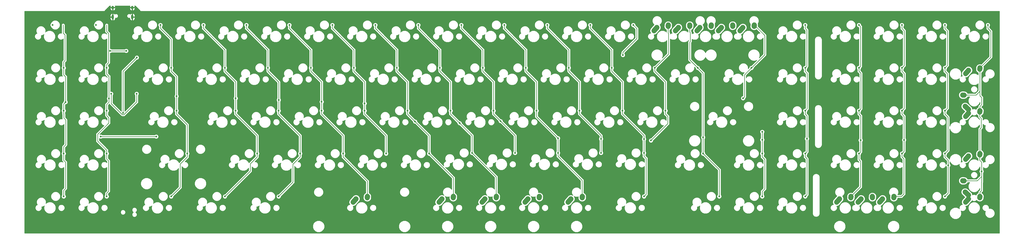
<source format=gtl>
G04 #@! TF.GenerationSoftware,KiCad,Pcbnew,(5.0.0-rc2-dev-733-g23a9fcd91)*
G04 #@! TF.CreationDate,2018-05-24T07:34:15-04:00*
G04 #@! TF.ProjectId,90plus_col2row,3930706C75735F636F6C32726F772E6B,rev?*
G04 #@! TF.SameCoordinates,Original*
G04 #@! TF.FileFunction,Copper,L1,Top,Signal*
G04 #@! TF.FilePolarity,Positive*
%FSLAX46Y46*%
G04 Gerber Fmt 4.6, Leading zero omitted, Abs format (unit mm)*
G04 Created by KiCad (PCBNEW (5.0.0-rc2-dev-733-g23a9fcd91)) date 05/24/18 07:34:15*
%MOMM*%
%LPD*%
G01*
G04 APERTURE LIST*
%ADD10O,1.000000X1.600000*%
%ADD11O,1.000000X2.100000*%
%ADD12C,2.250000*%
%ADD13C,2.250000*%
%ADD14C,0.800000*%
%ADD15C,0.250000*%
%ADD16C,0.254000*%
G04 APERTURE END LIST*
D10*
X107920000Y-239580000D03*
X99280000Y-239580000D03*
D11*
X107920000Y-243760000D03*
X99280000Y-243760000D03*
D12*
X345420000Y-247622500D03*
D13*
X345400000Y-247912500D02*
X345440000Y-247332500D01*
D12*
X345440000Y-247332500D03*
X339745001Y-249142500D03*
D13*
X339090000Y-249872500D02*
X340400002Y-248412500D01*
D12*
X340400000Y-248412500D03*
X354945000Y-247622500D03*
D13*
X354925000Y-247912500D02*
X354965000Y-247332500D01*
D12*
X354965000Y-247332500D03*
X349270001Y-249142500D03*
D13*
X348615000Y-249872500D02*
X349925002Y-248412500D01*
D12*
X349925000Y-248412500D03*
X368975000Y-248412500D03*
X368320001Y-249142500D03*
D13*
X367665000Y-249872500D02*
X368975002Y-248412500D01*
D12*
X374015000Y-247332500D03*
X373995000Y-247622500D03*
D13*
X373975000Y-247912500D02*
X374015000Y-247332500D01*
D12*
X383520000Y-247622500D03*
D13*
X383500000Y-247912500D02*
X383540000Y-247332500D01*
D12*
X383540000Y-247332500D03*
X377845001Y-249142500D03*
D13*
X377190000Y-249872500D02*
X378500002Y-248412500D01*
D12*
X378500000Y-248412500D03*
X359450000Y-248412500D03*
X358795001Y-249142500D03*
D13*
X358140000Y-249872500D02*
X359450002Y-248412500D01*
D12*
X364490000Y-247332500D03*
X364470000Y-247622500D03*
D13*
X364450000Y-247912500D02*
X364490000Y-247332500D01*
D12*
X207050000Y-324612500D03*
X206395001Y-325342500D03*
D13*
X205740000Y-326072500D02*
X207050002Y-324612500D01*
D12*
X212090000Y-323532500D03*
X212070000Y-323822500D03*
D13*
X212050000Y-324112500D02*
X212090000Y-323532500D01*
D12*
X250170000Y-323822500D03*
D13*
X250150000Y-324112500D02*
X250190000Y-323532500D01*
D12*
X250190000Y-323532500D03*
X244495001Y-325342500D03*
D13*
X243840000Y-326072500D02*
X245150002Y-324612500D01*
D12*
X245150000Y-324612500D03*
X288270000Y-323822500D03*
D13*
X288250000Y-324112500D02*
X288290000Y-323532500D01*
D12*
X288290000Y-323532500D03*
X282595001Y-325342500D03*
D13*
X281940000Y-326072500D02*
X283250002Y-324612500D01*
D12*
X283250000Y-324612500D03*
X302300000Y-324612500D03*
X301645001Y-325342500D03*
D13*
X300990000Y-326072500D02*
X302300002Y-324612500D01*
D12*
X307340000Y-323532500D03*
X307320000Y-323822500D03*
D13*
X307300000Y-324112500D02*
X307340000Y-323532500D01*
D12*
X269220000Y-323822500D03*
D13*
X269200000Y-324112500D02*
X269240000Y-323532500D01*
D12*
X269240000Y-323532500D03*
X263545001Y-325342500D03*
D13*
X262890000Y-326072500D02*
X264200002Y-324612500D01*
D12*
X264200000Y-324612500D03*
X478512500Y-267462500D03*
X477857501Y-268192500D03*
D13*
X477202500Y-268922500D02*
X478512502Y-267462500D01*
D12*
X483552500Y-266382500D03*
X483532500Y-266672500D03*
D13*
X483512500Y-266962500D02*
X483552500Y-266382500D01*
D12*
X483532500Y-285722500D03*
D13*
X483512500Y-286012500D02*
X483552500Y-285432500D01*
D12*
X483552500Y-285432500D03*
X477857501Y-287242500D03*
D13*
X477202500Y-287972500D02*
X478512502Y-286512500D01*
D12*
X478512500Y-286512500D03*
X483532500Y-304772500D03*
D13*
X483512500Y-305062500D02*
X483552500Y-304482500D01*
D12*
X483552500Y-304482500D03*
X477857501Y-306292500D03*
D13*
X477202500Y-307022500D02*
X478512502Y-305562500D01*
D12*
X478512500Y-305562500D03*
X426382500Y-323822500D03*
D13*
X426362500Y-324112500D02*
X426402500Y-323532500D01*
D12*
X426402500Y-323532500D03*
X420707501Y-325342500D03*
D13*
X420052500Y-326072500D02*
X421362502Y-324612500D01*
D12*
X421362500Y-324612500D03*
X440412500Y-324612500D03*
X439757501Y-325342500D03*
D13*
X439102500Y-326072500D02*
X440412502Y-324612500D01*
D12*
X445452500Y-323532500D03*
X445432500Y-323822500D03*
D13*
X445412500Y-324112500D02*
X445452500Y-323532500D01*
D12*
X478512500Y-324612500D03*
X477857501Y-325342500D03*
D13*
X477202500Y-326072500D02*
X478512502Y-324612500D01*
D12*
X483552500Y-323532500D03*
X483532500Y-323822500D03*
D13*
X483512500Y-324112500D02*
X483552500Y-323532500D01*
D12*
X435907500Y-323822500D03*
D13*
X435887500Y-324112500D02*
X435927500Y-323532500D01*
D12*
X435927500Y-323532500D03*
X430232501Y-325342500D03*
D13*
X429577500Y-326072500D02*
X430887502Y-324612500D01*
D12*
X430887500Y-324612500D03*
X476222500Y-278467500D03*
D13*
X476512500Y-278487500D02*
X475932500Y-278447500D01*
D12*
X475932500Y-278447500D03*
X477742500Y-284142499D03*
D13*
X478472500Y-284797500D02*
X477012500Y-283487498D01*
D12*
X477012500Y-283487500D03*
X477012500Y-321587500D03*
X477742500Y-322242499D03*
D13*
X478472500Y-322897500D02*
X477012500Y-321587498D01*
D12*
X475932500Y-316547500D03*
X476222500Y-316567500D03*
D13*
X476512500Y-316587500D02*
X475932500Y-316547500D01*
D14*
X72560000Y-247332500D03*
X91815000Y-247332500D03*
X77527500Y-266382500D03*
X77527500Y-285432500D03*
X77527500Y-304482500D03*
X77527500Y-323532500D03*
X78371700Y-281584400D03*
X96577500Y-323532500D03*
X96577500Y-304482500D03*
X96577500Y-285432500D03*
X96577500Y-266382500D03*
X97574100Y-280000000D03*
X120390000Y-247332500D03*
X125152500Y-266382500D03*
X127533750Y-285432500D03*
X132296250Y-304482500D03*
X125152500Y-323532500D03*
X127533750Y-278990000D03*
X139440000Y-247332500D03*
X148965000Y-266382500D03*
X153727500Y-285432500D03*
X163252500Y-304482500D03*
X148965000Y-323532500D03*
X153727500Y-279920000D03*
X158490000Y-247332500D03*
X168015000Y-266382500D03*
X172777500Y-285432500D03*
X182302500Y-304482500D03*
X172777500Y-323532500D03*
X172821600Y-280640000D03*
X177540000Y-247332500D03*
X187065000Y-266382500D03*
X191827500Y-285432500D03*
X201352500Y-304482500D03*
X191827500Y-281460000D03*
X196590000Y-247332500D03*
X206115000Y-266382500D03*
X210877500Y-285432500D03*
X220402500Y-304482500D03*
X210877500Y-282190000D03*
X215640000Y-247332500D03*
X225165000Y-266382500D03*
X229927500Y-285432500D03*
X239452500Y-304482500D03*
X233235000Y-290240000D03*
X234690000Y-247332500D03*
X244215000Y-266382500D03*
X248977500Y-285432500D03*
X258502500Y-304165000D03*
X252975000Y-290930000D03*
X253740000Y-247332500D03*
X263265000Y-266382500D03*
X268027500Y-285432500D03*
X277552500Y-304165000D03*
X271150000Y-290055000D03*
X272790000Y-247332500D03*
X282315000Y-266382500D03*
X287077500Y-285432500D03*
X296602500Y-304165000D03*
X296602500Y-297645010D03*
X291840000Y-247332500D03*
X301365000Y-266382500D03*
X306127500Y-285432500D03*
X315652500Y-304165000D03*
X315652500Y-297950000D03*
X310890000Y-247332500D03*
X320415000Y-266382500D03*
X325177500Y-285432500D03*
X334702500Y-304165000D03*
X334702500Y-323532500D03*
X334702500Y-298050000D03*
X103850000Y-286450000D03*
X109940000Y-261800000D03*
X325340000Y-260660000D03*
X329940000Y-247332500D03*
X339465000Y-266382500D03*
X344227500Y-285432500D03*
X337790000Y-298640000D03*
X358515000Y-266382500D03*
X368040000Y-323532500D03*
X360896250Y-304482500D03*
X360896250Y-297270000D03*
X387090000Y-304482500D03*
X387090000Y-323532500D03*
X382327500Y-266382500D03*
X378612400Y-279857200D03*
X387096000Y-294792400D03*
X387096000Y-298340000D03*
X406140000Y-247332500D03*
X406140000Y-266382500D03*
X406140000Y-285432500D03*
X406140000Y-304482500D03*
X406140000Y-323532500D03*
X406908000Y-297880000D03*
X93950000Y-296925000D03*
X118530000Y-296925000D03*
X98560000Y-277875000D03*
X109850000Y-277875000D03*
X98095900Y-258825000D03*
X105240000Y-258825000D03*
X429952500Y-247332500D03*
X429952500Y-266382500D03*
X429952500Y-285432500D03*
X429952500Y-304482500D03*
X430700000Y-298540000D03*
X449002500Y-247332500D03*
X449002500Y-266382500D03*
X449002500Y-285432500D03*
X449002500Y-304482500D03*
X449970000Y-298400000D03*
X468052500Y-247332500D03*
X468052500Y-266382500D03*
X468052500Y-285432500D03*
X468052500Y-304482500D03*
X468052500Y-323532500D03*
X469550000Y-309710000D03*
X487102500Y-247332500D03*
X484290000Y-312390000D03*
D15*
X77322500Y-247332500D02*
X77322500Y-250918800D01*
X77322500Y-250918800D02*
X78117700Y-251714000D01*
X78117700Y-251714000D02*
X78117700Y-263093200D01*
X78117700Y-263093200D02*
X77527500Y-263683400D01*
X77527500Y-263683400D02*
X77527500Y-266382500D01*
X77527500Y-266382500D02*
X77527500Y-269513400D01*
X77527500Y-269513400D02*
X78371700Y-270357600D01*
X78371700Y-270357600D02*
X78371700Y-281584400D01*
X78371700Y-281584400D02*
X77527500Y-282428600D01*
X77527500Y-282428600D02*
X77527500Y-285432500D01*
X77527500Y-286932500D02*
X77558900Y-286963900D01*
X77527500Y-285432500D02*
X77527500Y-286932500D01*
X77558900Y-286963900D02*
X77558900Y-288645600D01*
X77558900Y-288645600D02*
X78422500Y-289509200D01*
X78422500Y-289509200D02*
X78422500Y-300532800D01*
X78422500Y-300532800D02*
X77527500Y-301427800D01*
X77527500Y-301427800D02*
X77527500Y-304482500D01*
X77527500Y-304482500D02*
X77527500Y-307461000D01*
X77527500Y-307461000D02*
X78320900Y-308254400D01*
X78320900Y-308254400D02*
X78320900Y-319989200D01*
X78320900Y-319989200D02*
X77527500Y-320782600D01*
X77527500Y-320782600D02*
X77527500Y-323532500D01*
X96577500Y-322032500D02*
X97370900Y-321239100D01*
X96577500Y-323532500D02*
X96577500Y-322032500D01*
X97370900Y-321239100D02*
X97370900Y-307695600D01*
X97370900Y-307695600D02*
X96577500Y-306902200D01*
X96577500Y-306902200D02*
X96577500Y-304482500D01*
X96577500Y-285432500D02*
X96577500Y-282631800D01*
X96577500Y-282631800D02*
X97574100Y-281635200D01*
X97574100Y-270154400D02*
X96577500Y-269157800D01*
X96577500Y-269157800D02*
X96577500Y-266382500D01*
X96577500Y-264882500D02*
X97370900Y-264089100D01*
X96577500Y-266382500D02*
X96577500Y-264882500D01*
X97370900Y-264089100D02*
X97370900Y-251002800D01*
X97370900Y-251002800D02*
X96577500Y-250209400D01*
X96577500Y-250209400D02*
X96577500Y-247332500D01*
X97574100Y-280000000D02*
X97574100Y-270154400D01*
X97574100Y-281635200D02*
X97574100Y-280000000D01*
X96577500Y-302982500D02*
X96577500Y-304482500D01*
X96577500Y-285432500D02*
X96577500Y-287598200D01*
X96577500Y-287598200D02*
X97523300Y-288544000D01*
X97523300Y-288544000D02*
X97523300Y-290906700D01*
X97523300Y-290906700D02*
X92540000Y-295890000D01*
X92540000Y-295890000D02*
X92540000Y-298945000D01*
X92540000Y-298945000D02*
X96577500Y-302982500D01*
X125152500Y-256445998D02*
X125152500Y-266382500D01*
X125152500Y-253595000D02*
X125152500Y-256445998D01*
X120390000Y-248832500D02*
X125152500Y-253595000D01*
X120390000Y-247332500D02*
X120390000Y-248832500D01*
X127533750Y-270263750D02*
X127533750Y-273114748D01*
X125152500Y-267882500D02*
X127533750Y-270263750D01*
X125152500Y-266382500D02*
X125152500Y-267882500D01*
X132296250Y-294545998D02*
X132296250Y-304482500D01*
X132296250Y-291695000D02*
X132296250Y-294545998D01*
X127533750Y-286932500D02*
X132296250Y-291695000D01*
X127533750Y-285432500D02*
X127533750Y-286932500D01*
X132296250Y-305982500D02*
X129184400Y-309094350D01*
X132296250Y-304482500D02*
X132296250Y-305982500D01*
X129184400Y-309094350D02*
X129184400Y-319500600D01*
X129184400Y-319500600D02*
X125152500Y-323532500D01*
X127533750Y-273114748D02*
X127533750Y-278990000D01*
X127533750Y-278990000D02*
X127533750Y-285432500D01*
X148965000Y-261208498D02*
X148965000Y-266382500D01*
X148965000Y-258357500D02*
X148965000Y-261208498D01*
X139440000Y-248832500D02*
X148965000Y-258357500D01*
X139440000Y-247332500D02*
X139440000Y-248832500D01*
X153727500Y-272645000D02*
X153727500Y-275495998D01*
X148965000Y-267882500D02*
X153727500Y-272645000D01*
X148965000Y-266382500D02*
X148965000Y-267882500D01*
X163252500Y-296457500D02*
X163252500Y-304482500D01*
X153727500Y-286932500D02*
X163252500Y-296457500D01*
X153727500Y-285432500D02*
X153727500Y-286932500D01*
X163252500Y-305982500D02*
X160223200Y-309011800D01*
X163252500Y-304482500D02*
X163252500Y-305982500D01*
X160223200Y-309011800D02*
X160223200Y-312274300D01*
X160223200Y-312274300D02*
X148965000Y-323532500D01*
X153727500Y-275495998D02*
X153727500Y-279920000D01*
X153727500Y-279920000D02*
X153727500Y-285432500D01*
X168015000Y-261208498D02*
X168015000Y-266382500D01*
X168015000Y-258357500D02*
X168015000Y-261208498D01*
X158490000Y-248832500D02*
X168015000Y-258357500D01*
X158490000Y-247332500D02*
X158490000Y-248832500D01*
X168015000Y-267882500D02*
X172821600Y-272689100D01*
X168015000Y-266382500D02*
X168015000Y-267882500D01*
X172821600Y-285388400D02*
X172777500Y-285432500D01*
X172777500Y-286932500D02*
X182321200Y-296476200D01*
X172777500Y-285432500D02*
X172777500Y-286932500D01*
X182321200Y-296476200D02*
X182321200Y-304463800D01*
X182321200Y-304463800D02*
X182302500Y-304482500D01*
X182302500Y-305982500D02*
X179120800Y-309164200D01*
X182302500Y-304482500D02*
X182302500Y-305982500D01*
X179120800Y-309164200D02*
X179120800Y-317189200D01*
X179120800Y-317189200D02*
X172777500Y-323532500D01*
X172821600Y-280640000D02*
X172821600Y-285388400D01*
X172821600Y-272689100D02*
X172821600Y-280640000D01*
X187065000Y-258357500D02*
X187065000Y-266382500D01*
X177540000Y-248832500D02*
X187065000Y-258357500D01*
X177540000Y-247332500D02*
X177540000Y-248832500D01*
X191827500Y-272645000D02*
X191827500Y-275495998D01*
X187065000Y-267882500D02*
X191827500Y-272645000D01*
X187065000Y-266382500D02*
X187065000Y-267882500D01*
X201352500Y-299308498D02*
X201352500Y-304482500D01*
X201352500Y-296457500D02*
X201352500Y-299308498D01*
X191827500Y-286932500D02*
X201352500Y-296457500D01*
X191827500Y-285432500D02*
X191827500Y-286932500D01*
X212090000Y-321941510D02*
X212090000Y-323532500D01*
X212090000Y-316720000D02*
X212090000Y-321941510D01*
X201352500Y-305982500D02*
X212090000Y-316720000D01*
X201352500Y-304482500D02*
X201352500Y-305982500D01*
X191827500Y-275495998D02*
X191827500Y-281460000D01*
X191827500Y-281460000D02*
X191827500Y-285432500D01*
X206115000Y-261208498D02*
X206115000Y-266382500D01*
X206115000Y-258357500D02*
X206115000Y-261208498D01*
X196590000Y-248832500D02*
X206115000Y-258357500D01*
X196590000Y-247332500D02*
X196590000Y-248832500D01*
X206115000Y-267882500D02*
X210877500Y-272645000D01*
X206115000Y-266382500D02*
X206115000Y-267882500D01*
X220402500Y-299308498D02*
X220402500Y-304482500D01*
X220402500Y-296457500D02*
X220402500Y-299308498D01*
X210877500Y-286932500D02*
X220402500Y-296457500D01*
X210877500Y-285432500D02*
X210877500Y-286932500D01*
X210877500Y-282190000D02*
X210877500Y-285432500D01*
X210877500Y-272645000D02*
X210877500Y-282190000D01*
X225165000Y-258357500D02*
X225165000Y-266382500D01*
X215640000Y-248832500D02*
X225165000Y-258357500D01*
X215640000Y-247332500D02*
X215640000Y-248832500D01*
X229927500Y-275495998D02*
X229927500Y-285432500D01*
X229927500Y-272645000D02*
X229927500Y-275495998D01*
X225165000Y-267882500D02*
X229927500Y-272645000D01*
X225165000Y-266382500D02*
X225165000Y-267882500D01*
X239452500Y-299308498D02*
X239452500Y-304482500D01*
X239452500Y-296457500D02*
X239452500Y-299308498D01*
X229927500Y-285432500D02*
X229927500Y-286932500D01*
X250190000Y-321941510D02*
X250190000Y-323532500D01*
X250190000Y-315195000D02*
X250190000Y-321941510D01*
X239477500Y-304482500D02*
X250190000Y-315195000D01*
X239452500Y-304482500D02*
X239477500Y-304482500D01*
X229927500Y-286932500D02*
X233235000Y-290240000D01*
X233235000Y-290240000D02*
X239452500Y-296457500D01*
X244215000Y-261208498D02*
X244215000Y-266382500D01*
X244215000Y-258357500D02*
X244215000Y-261208498D01*
X234690000Y-248832500D02*
X244215000Y-258357500D01*
X234690000Y-247332500D02*
X234690000Y-248832500D01*
X248977500Y-272645000D02*
X248977500Y-285432500D01*
X244215000Y-267882500D02*
X248977500Y-272645000D01*
X244215000Y-266382500D02*
X244215000Y-267882500D01*
X258502500Y-299308498D02*
X258502500Y-304165000D01*
X258502500Y-296457500D02*
X258502500Y-299308498D01*
X248977500Y-285432500D02*
X248977500Y-286932500D01*
X269200000Y-314837500D02*
X269200000Y-324112500D01*
X258527500Y-304165000D02*
X269200000Y-314837500D01*
X258502500Y-304165000D02*
X258527500Y-304165000D01*
X248977500Y-286932500D02*
X252975000Y-290930000D01*
X252975000Y-290930000D02*
X258502500Y-296457500D01*
X263265000Y-258357500D02*
X263265000Y-266382500D01*
X253740000Y-248832500D02*
X263265000Y-258357500D01*
X253740000Y-247332500D02*
X253740000Y-248832500D01*
X268027500Y-272645000D02*
X268027500Y-285432500D01*
X263265000Y-267882500D02*
X268027500Y-272645000D01*
X263265000Y-266382500D02*
X263265000Y-267882500D01*
X277552500Y-299308498D02*
X277552500Y-304165000D01*
X277552500Y-296457500D02*
X277552500Y-299308498D01*
X268027500Y-285432500D02*
X268027500Y-286932500D01*
X268027500Y-286932500D02*
X271150000Y-290055000D01*
X271150000Y-290055000D02*
X277552500Y-296457500D01*
X282315000Y-261208498D02*
X282315000Y-266382500D01*
X282315000Y-258357500D02*
X282315000Y-261208498D01*
X272790000Y-248832500D02*
X282315000Y-258357500D01*
X272790000Y-247332500D02*
X272790000Y-248832500D01*
X287077500Y-272645000D02*
X287077500Y-285432500D01*
X282315000Y-267882500D02*
X287077500Y-272645000D01*
X282315000Y-266382500D02*
X282315000Y-267882500D01*
X296602500Y-305665000D02*
X296602500Y-304165000D01*
X307300000Y-316362500D02*
X296602500Y-305665000D01*
X307300000Y-324112500D02*
X307300000Y-316362500D01*
X296602500Y-304165000D02*
X296602500Y-297645010D01*
X287077500Y-285432500D02*
X287077500Y-288120010D01*
X287077500Y-288120010D02*
X296202501Y-297245011D01*
X296202501Y-297245011D02*
X296602500Y-297645010D01*
X301365000Y-258357500D02*
X301365000Y-266382500D01*
X291840000Y-248832500D02*
X301365000Y-258357500D01*
X291840000Y-247332500D02*
X291840000Y-248832500D01*
X306127500Y-275495998D02*
X306127500Y-285432500D01*
X306127500Y-272645000D02*
X306127500Y-275495998D01*
X301365000Y-267882500D02*
X306127500Y-272645000D01*
X301365000Y-266382500D02*
X301365000Y-267882500D01*
X315652500Y-299308498D02*
X315652500Y-304165000D01*
X306127500Y-286932500D02*
X315652500Y-296457500D01*
X306127500Y-285432500D02*
X306127500Y-286932500D01*
X315652500Y-296457500D02*
X315652500Y-297950000D01*
X315652500Y-297950000D02*
X315652500Y-299308498D01*
X320415000Y-258357500D02*
X320415000Y-266382500D01*
X310890000Y-248832500D02*
X320415000Y-258357500D01*
X310890000Y-247332500D02*
X310890000Y-248832500D01*
X325177500Y-272645000D02*
X325177500Y-285432500D01*
X320415000Y-267882500D02*
X325177500Y-272645000D01*
X320415000Y-266382500D02*
X320415000Y-267882500D01*
X334702500Y-299308498D02*
X334702500Y-304165000D01*
X325177500Y-286932500D02*
X334702500Y-296457500D01*
X325177500Y-285432500D02*
X325177500Y-286932500D01*
X334702500Y-305665000D02*
X335686400Y-306648900D01*
X334702500Y-304165000D02*
X334702500Y-305665000D01*
X335686400Y-306648900D02*
X335686400Y-322548600D01*
X335686400Y-322548600D02*
X334702500Y-323532500D01*
X334702500Y-296457500D02*
X334702500Y-298050000D01*
X334702500Y-298050000D02*
X334702500Y-299308498D01*
X103850000Y-286450000D02*
X103850000Y-267890000D01*
X103850000Y-267890000D02*
X109940000Y-261800000D01*
X325340000Y-260660000D02*
X325340000Y-259520000D01*
X325340000Y-259520000D02*
X331530000Y-253330000D01*
X331530000Y-253330000D02*
X331530000Y-248922500D01*
X331530000Y-248922500D02*
X329940000Y-247332500D01*
X345400000Y-247912500D02*
X345400000Y-250912000D01*
X345400000Y-250912000D02*
X345592400Y-251104400D01*
X345592400Y-251104400D02*
X345592400Y-260255100D01*
X345592400Y-260255100D02*
X339465000Y-266382500D01*
X344227500Y-275495998D02*
X344227500Y-285432500D01*
X344227500Y-272645000D02*
X344227500Y-275495998D01*
X339465000Y-267882500D02*
X344227500Y-272645000D01*
X339465000Y-266382500D02*
X339465000Y-267882500D01*
X344227500Y-285432500D02*
X344252500Y-285432500D01*
X337790000Y-298640000D02*
X345260000Y-291170000D01*
X344227500Y-286932500D02*
X344227500Y-285432500D01*
X345260000Y-287965000D02*
X344227500Y-286932500D01*
X345260000Y-291170000D02*
X345260000Y-287965000D01*
X354925000Y-250444000D02*
X354925000Y-247912500D01*
X355193600Y-250712600D02*
X354925000Y-250444000D01*
X355193600Y-254645800D02*
X355193600Y-250712600D01*
X354925000Y-254914400D02*
X355193600Y-254645800D01*
X354925000Y-262792500D02*
X354925000Y-254914400D01*
X358515000Y-266382500D02*
X354925000Y-262792500D01*
X368040000Y-323532500D02*
X368040000Y-311626250D01*
X368040000Y-311626250D02*
X360896250Y-304482500D01*
X358540000Y-266382500D02*
X358515000Y-266382500D01*
X360896250Y-268738750D02*
X358540000Y-266382500D01*
X360896250Y-304482500D02*
X360896250Y-297270000D01*
X360896250Y-297270000D02*
X360896250Y-268738750D01*
X387090000Y-304482500D02*
X387090000Y-305982500D01*
X387090000Y-321265200D02*
X387090000Y-323532500D01*
X388213600Y-320141600D02*
X387090000Y-321265200D01*
X388213600Y-307106100D02*
X388213600Y-320141600D01*
X387090000Y-305982500D02*
X388213600Y-307106100D01*
X382352500Y-266382500D02*
X382327500Y-266382500D01*
X388213600Y-260521400D02*
X382352500Y-266382500D01*
X388213600Y-251917200D02*
X388213600Y-260521400D01*
X384208900Y-247912500D02*
X388213600Y-251917200D01*
X383500000Y-247912500D02*
X384208900Y-247912500D01*
X382302500Y-266382500D02*
X379222000Y-269463000D01*
X382327500Y-266382500D02*
X382302500Y-266382500D01*
X379222000Y-269463000D02*
X379222000Y-279247600D01*
X379222000Y-279247600D02*
X378612400Y-279857200D01*
X387096000Y-304476500D02*
X387090000Y-304482500D01*
X387096000Y-294792400D02*
X387096000Y-298340000D01*
X387096000Y-298340000D02*
X387096000Y-304476500D01*
X406140000Y-248832500D02*
X406857200Y-249549700D01*
X406140000Y-247332500D02*
X406140000Y-248832500D01*
X406857200Y-249549700D02*
X406857200Y-265665300D01*
X406857200Y-265665300D02*
X406140000Y-266382500D01*
X406140000Y-267882500D02*
X407060400Y-268802900D01*
X406140000Y-266382500D02*
X406140000Y-267882500D01*
X407060400Y-268802900D02*
X407060400Y-284512100D01*
X407060400Y-284512100D02*
X406140000Y-285432500D01*
X406140000Y-286932500D02*
X406908000Y-287700500D01*
X406140000Y-285432500D02*
X406140000Y-286932500D01*
X406908000Y-303714500D02*
X406140000Y-304482500D01*
X406140000Y-305982500D02*
X406908000Y-306750500D01*
X406140000Y-304482500D02*
X406140000Y-305982500D01*
X406908000Y-306750500D02*
X406908000Y-322764500D01*
X406908000Y-322764500D02*
X406140000Y-323532500D01*
X406908000Y-297880000D02*
X406908000Y-303714500D01*
X406908000Y-287700500D02*
X406908000Y-297880000D01*
X93950000Y-296925000D02*
X118530000Y-296925000D01*
X109850000Y-278440685D02*
X109850000Y-277875000D01*
X109850000Y-281523002D02*
X109850000Y-278440685D01*
X104198001Y-287175001D02*
X109850000Y-281523002D01*
X103501999Y-287175001D02*
X104198001Y-287175001D01*
X98560000Y-282233002D02*
X103501999Y-287175001D01*
X98560000Y-277875000D02*
X98560000Y-282233002D01*
X98095900Y-258825000D02*
X105240000Y-258825000D01*
X429977500Y-247332500D02*
X430670000Y-248025000D01*
X429952500Y-247332500D02*
X429977500Y-247332500D01*
X430670000Y-248025000D02*
X430670000Y-265665000D01*
X430670000Y-265665000D02*
X429952500Y-266382500D01*
X429952500Y-267882500D02*
X430800000Y-268730000D01*
X429952500Y-266382500D02*
X429952500Y-267882500D01*
X430800000Y-268730000D02*
X430800000Y-284585000D01*
X430800000Y-284585000D02*
X429952500Y-285432500D01*
X429952500Y-286932500D02*
X430700000Y-287680000D01*
X429952500Y-285432500D02*
X429952500Y-286932500D01*
X430700000Y-303735000D02*
X429952500Y-304482500D01*
X429952500Y-304482500D02*
X429952500Y-307132500D01*
X430117501Y-307297501D02*
X430117501Y-307317501D01*
X429952500Y-307132500D02*
X430117501Y-307297501D01*
X430117501Y-307317501D02*
X430650000Y-307850000D01*
X430650000Y-319285000D02*
X426402500Y-323532500D01*
X430650000Y-307850000D02*
X430650000Y-319285000D01*
X430700000Y-298540000D02*
X430700000Y-303735000D01*
X430700000Y-287680000D02*
X430700000Y-298540000D01*
X449002500Y-248832500D02*
X450060000Y-249890000D01*
X449002500Y-247332500D02*
X449002500Y-248832500D01*
X450060000Y-249890000D02*
X450060000Y-265325000D01*
X450060000Y-265325000D02*
X449002500Y-266382500D01*
X449002500Y-267882500D02*
X450060000Y-268940000D01*
X449002500Y-266382500D02*
X449002500Y-267882500D01*
X450060000Y-268940000D02*
X450060000Y-284375000D01*
X450060000Y-284375000D02*
X449002500Y-285432500D01*
X449002500Y-286932500D02*
X449970000Y-287900000D01*
X449002500Y-285432500D02*
X449002500Y-286932500D01*
X449970000Y-303515000D02*
X449002500Y-304482500D01*
X449002500Y-305982500D02*
X449880000Y-306860000D01*
X449002500Y-304482500D02*
X449002500Y-305982500D01*
X449880000Y-306860000D02*
X449880000Y-322440000D01*
X445992500Y-323532500D02*
X445412500Y-324112500D01*
X448787500Y-323532500D02*
X445992500Y-323532500D01*
X449880000Y-322440000D02*
X448787500Y-323532500D01*
X449970000Y-287900000D02*
X449970000Y-298400000D01*
X449970000Y-298400000D02*
X449970000Y-303515000D01*
X468052500Y-247332500D02*
X468052500Y-248872500D01*
X468052500Y-248872500D02*
X469130000Y-249950000D01*
X469130000Y-249950000D02*
X469130000Y-265305000D01*
X469130000Y-265305000D02*
X468052500Y-266382500D01*
X468052500Y-267882500D02*
X469130000Y-268960000D01*
X468052500Y-266382500D02*
X468052500Y-267882500D01*
X469130000Y-268960000D02*
X469130000Y-284355000D01*
X469130000Y-284355000D02*
X468052500Y-285432500D01*
X468052500Y-286932500D02*
X469410000Y-288290000D01*
X468052500Y-285432500D02*
X468052500Y-286932500D01*
X469410000Y-288290000D02*
X469410000Y-303125000D01*
X469410000Y-303125000D02*
X468052500Y-304482500D01*
X468052500Y-305982500D02*
X469550000Y-307480000D01*
X468052500Y-304482500D02*
X468052500Y-305982500D01*
X469550000Y-322035000D02*
X468052500Y-323532500D01*
X469550000Y-307480000D02*
X469550000Y-309710000D01*
X469550000Y-309710000D02*
X469550000Y-322035000D01*
X487102500Y-248832500D02*
X488360000Y-250090000D01*
X487102500Y-247332500D02*
X487102500Y-248832500D01*
X488360000Y-261575000D02*
X483552500Y-266382500D01*
X488360000Y-250090000D02*
X488360000Y-261575000D01*
X483512500Y-266962500D02*
X483552500Y-267002500D01*
X483552500Y-278792500D02*
X484340000Y-279580000D01*
X484340000Y-279580000D02*
X484340000Y-282730000D01*
X483552500Y-285972500D02*
X483512500Y-286012500D01*
X483552500Y-283517500D02*
X483552500Y-285972500D01*
X484340000Y-282730000D02*
X483552500Y-283517500D01*
X483512500Y-286012500D02*
X483512500Y-288162500D01*
X483512500Y-288162500D02*
X484120000Y-288770000D01*
X483552500Y-305022500D02*
X483512500Y-305062500D01*
X484120000Y-292972500D02*
X483552500Y-293540000D01*
X484120000Y-288770000D02*
X484120000Y-292972500D01*
X483552500Y-293540000D02*
X483552500Y-305022500D01*
X483512500Y-305062500D02*
X483512500Y-307462500D01*
X483512500Y-307462500D02*
X484290000Y-308240000D01*
X484290000Y-317230000D02*
X484260000Y-317260000D01*
X484260000Y-317260000D02*
X484260000Y-320950000D01*
X483552500Y-324072500D02*
X483512500Y-324112500D01*
X483552500Y-321657500D02*
X483552500Y-324072500D01*
X484260000Y-320950000D02*
X483552500Y-321657500D01*
X482362500Y-316587500D02*
X484290000Y-314660000D01*
X476512500Y-316587500D02*
X482362500Y-316587500D01*
X484290000Y-314660000D02*
X484290000Y-317230000D01*
X481845000Y-278487500D02*
X483552500Y-276780000D01*
X476512500Y-278487500D02*
X481845000Y-278487500D01*
X483552500Y-267002500D02*
X483552500Y-276780000D01*
X483552500Y-276780000D02*
X483552500Y-278792500D01*
X484290000Y-308240000D02*
X484290000Y-312390000D01*
X484290000Y-312390000D02*
X484290000Y-314660000D01*
D16*
G36*
X98145000Y-239153000D02*
X98145000Y-239453000D01*
X99153000Y-239453000D01*
X99153000Y-239433000D01*
X99407000Y-239433000D01*
X99407000Y-239453000D01*
X100415000Y-239453000D01*
X100415000Y-239153000D01*
X100313913Y-238835000D01*
X106886087Y-238835000D01*
X106785000Y-239153000D01*
X106785000Y-239453000D01*
X107793000Y-239453000D01*
X107793000Y-239433000D01*
X108047000Y-239433000D01*
X108047000Y-239453000D01*
X109055000Y-239453000D01*
X109055000Y-239153000D01*
X108953913Y-238835000D01*
X109243410Y-238835000D01*
X111367258Y-240958849D01*
X111406869Y-241018131D01*
X111641722Y-241175055D01*
X111848824Y-241216250D01*
X111848825Y-241216250D01*
X111918749Y-241230159D01*
X111988674Y-241216250D01*
X492208751Y-241216250D01*
X492208750Y-242957425D01*
X492208751Y-242957430D01*
X492208750Y-339808750D01*
X60241250Y-339808750D01*
X60241250Y-336344579D01*
X187871100Y-336344579D01*
X187871100Y-337390421D01*
X188271326Y-338356652D01*
X189010848Y-339096174D01*
X189977079Y-339496400D01*
X191022921Y-339496400D01*
X191989152Y-339096174D01*
X192728674Y-338356652D01*
X193128900Y-337390421D01*
X193128900Y-336344579D01*
X225971100Y-336344579D01*
X225971100Y-337390421D01*
X226371326Y-338356652D01*
X227110848Y-339096174D01*
X228077079Y-339496400D01*
X229122921Y-339496400D01*
X230089152Y-339096174D01*
X230828674Y-338356652D01*
X231228900Y-337390421D01*
X231228900Y-336344579D01*
X245021100Y-336344579D01*
X245021100Y-337390421D01*
X245421326Y-338356652D01*
X246160848Y-339096174D01*
X247127079Y-339496400D01*
X248172921Y-339496400D01*
X249139152Y-339096174D01*
X249878674Y-338356652D01*
X250278900Y-337390421D01*
X250278900Y-336344579D01*
X264071100Y-336344579D01*
X264071100Y-337390421D01*
X264471326Y-338356652D01*
X265210848Y-339096174D01*
X266177079Y-339496400D01*
X267222921Y-339496400D01*
X268189152Y-339096174D01*
X268928674Y-338356652D01*
X269328900Y-337390421D01*
X269328900Y-336344579D01*
X283121100Y-336344579D01*
X283121100Y-337390421D01*
X283521326Y-338356652D01*
X284260848Y-339096174D01*
X285227079Y-339496400D01*
X286272921Y-339496400D01*
X287239152Y-339096174D01*
X287978674Y-338356652D01*
X288378900Y-337390421D01*
X288378900Y-336344579D01*
X302171100Y-336344579D01*
X302171100Y-337390421D01*
X302571326Y-338356652D01*
X303310848Y-339096174D01*
X304277079Y-339496400D01*
X305322921Y-339496400D01*
X306289152Y-339096174D01*
X307028674Y-338356652D01*
X307428900Y-337390421D01*
X307428900Y-336344579D01*
X418820600Y-336344579D01*
X418820600Y-337390421D01*
X419220826Y-338356652D01*
X419960348Y-339096174D01*
X420926579Y-339496400D01*
X421972421Y-339496400D01*
X422938652Y-339096174D01*
X423678174Y-338356652D01*
X424078400Y-337390421D01*
X424078400Y-336344579D01*
X442696600Y-336344579D01*
X442696600Y-337390421D01*
X443096826Y-338356652D01*
X443836348Y-339096174D01*
X444802579Y-339496400D01*
X445848421Y-339496400D01*
X446814652Y-339096174D01*
X447554174Y-338356652D01*
X447954400Y-337390421D01*
X447954400Y-336344579D01*
X447554174Y-335378348D01*
X446814652Y-334638826D01*
X445848421Y-334238600D01*
X444802579Y-334238600D01*
X443836348Y-334638826D01*
X443096826Y-335378348D01*
X442696600Y-336344579D01*
X424078400Y-336344579D01*
X423678174Y-335378348D01*
X422938652Y-334638826D01*
X421972421Y-334238600D01*
X420926579Y-334238600D01*
X419960348Y-334638826D01*
X419220826Y-335378348D01*
X418820600Y-336344579D01*
X307428900Y-336344579D01*
X307028674Y-335378348D01*
X306289152Y-334638826D01*
X305322921Y-334238600D01*
X304277079Y-334238600D01*
X303310848Y-334638826D01*
X302571326Y-335378348D01*
X302171100Y-336344579D01*
X288378900Y-336344579D01*
X287978674Y-335378348D01*
X287239152Y-334638826D01*
X286272921Y-334238600D01*
X285227079Y-334238600D01*
X284260848Y-334638826D01*
X283521326Y-335378348D01*
X283121100Y-336344579D01*
X269328900Y-336344579D01*
X268928674Y-335378348D01*
X268189152Y-334638826D01*
X267222921Y-334238600D01*
X266177079Y-334238600D01*
X265210848Y-334638826D01*
X264471326Y-335378348D01*
X264071100Y-336344579D01*
X250278900Y-336344579D01*
X249878674Y-335378348D01*
X249139152Y-334638826D01*
X248172921Y-334238600D01*
X247127079Y-334238600D01*
X246160848Y-334638826D01*
X245421326Y-335378348D01*
X245021100Y-336344579D01*
X231228900Y-336344579D01*
X230828674Y-335378348D01*
X230089152Y-334638826D01*
X229122921Y-334238600D01*
X228077079Y-334238600D01*
X227110848Y-334638826D01*
X226371326Y-335378348D01*
X225971100Y-336344579D01*
X193128900Y-336344579D01*
X192728674Y-335378348D01*
X191989152Y-334638826D01*
X191022921Y-334238600D01*
X189977079Y-334238600D01*
X189010848Y-334638826D01*
X188271326Y-335378348D01*
X187871100Y-336344579D01*
X60241250Y-336344579D01*
X60241250Y-328317115D01*
X64872500Y-328317115D01*
X64872500Y-328907885D01*
X65098578Y-329453685D01*
X65516315Y-329871422D01*
X66062115Y-330097500D01*
X66652885Y-330097500D01*
X67198685Y-329871422D01*
X67616422Y-329453685D01*
X67842500Y-328907885D01*
X67842500Y-328317115D01*
X67786741Y-328182500D01*
X68047205Y-328182500D01*
X68822719Y-327861271D01*
X68967095Y-327716895D01*
X68812410Y-328090337D01*
X68812410Y-329134663D01*
X69212056Y-330099494D01*
X69950506Y-330837944D01*
X70915337Y-331237590D01*
X71959663Y-331237590D01*
X72924494Y-330837944D01*
X73662944Y-330099494D01*
X74062590Y-329134663D01*
X74062590Y-328317115D01*
X75032500Y-328317115D01*
X75032500Y-328907885D01*
X75258578Y-329453685D01*
X75676315Y-329871422D01*
X76222115Y-330097500D01*
X76812885Y-330097500D01*
X77358685Y-329871422D01*
X77776422Y-329453685D01*
X78002500Y-328907885D01*
X78002500Y-328317115D01*
X83922500Y-328317115D01*
X83922500Y-328907885D01*
X84148578Y-329453685D01*
X84566315Y-329871422D01*
X85112115Y-330097500D01*
X85702885Y-330097500D01*
X86248685Y-329871422D01*
X86666422Y-329453685D01*
X86892500Y-328907885D01*
X86892500Y-328317115D01*
X86836741Y-328182500D01*
X87097205Y-328182500D01*
X87872719Y-327861271D01*
X88017095Y-327716895D01*
X87862410Y-328090337D01*
X87862410Y-329134663D01*
X88262056Y-330099494D01*
X89000506Y-330837944D01*
X89965337Y-331237590D01*
X91009663Y-331237590D01*
X91974494Y-330837944D01*
X92467016Y-330345422D01*
X102690970Y-330345422D01*
X102690970Y-330794578D01*
X102862855Y-331209544D01*
X103180456Y-331527145D01*
X103595422Y-331699030D01*
X104044578Y-331699030D01*
X104459544Y-331527145D01*
X104777145Y-331209544D01*
X104949030Y-330794578D01*
X104949030Y-330345422D01*
X104777145Y-329930456D01*
X104459544Y-329612855D01*
X104044578Y-329440970D01*
X103595422Y-329440970D01*
X103180456Y-329612855D01*
X102862855Y-329930456D01*
X102690970Y-330345422D01*
X92467016Y-330345422D01*
X92712944Y-330099494D01*
X93112590Y-329134663D01*
X93112590Y-328317115D01*
X94082500Y-328317115D01*
X94082500Y-328907885D01*
X94308578Y-329453685D01*
X94726315Y-329871422D01*
X95272115Y-330097500D01*
X95862885Y-330097500D01*
X96408685Y-329871422D01*
X96826422Y-329453685D01*
X96877788Y-329329675D01*
X107772240Y-329329675D01*
X107772240Y-329778325D01*
X107943931Y-330192825D01*
X108261175Y-330510069D01*
X108405862Y-330570000D01*
X108261175Y-330629931D01*
X107943931Y-330947175D01*
X107772240Y-331361675D01*
X107772240Y-331810325D01*
X107943931Y-332224825D01*
X108261175Y-332542069D01*
X108675675Y-332713760D01*
X109124325Y-332713760D01*
X109538825Y-332542069D01*
X109856069Y-332224825D01*
X110027760Y-331810325D01*
X110027760Y-331361675D01*
X109856069Y-330947175D01*
X109538825Y-330629931D01*
X109394138Y-330570000D01*
X109538825Y-330510069D01*
X109856069Y-330192825D01*
X110027760Y-329778325D01*
X110027760Y-329329675D01*
X109856069Y-328915175D01*
X109538825Y-328597931D01*
X109124325Y-328426240D01*
X108675675Y-328426240D01*
X108261175Y-328597931D01*
X107943931Y-328915175D01*
X107772240Y-329329675D01*
X96877788Y-329329675D01*
X97052500Y-328907885D01*
X97052500Y-328317115D01*
X112497500Y-328317115D01*
X112497500Y-328907885D01*
X112723578Y-329453685D01*
X113141315Y-329871422D01*
X113687115Y-330097500D01*
X114277885Y-330097500D01*
X114823685Y-329871422D01*
X115241422Y-329453685D01*
X115467500Y-328907885D01*
X115467500Y-328317115D01*
X115411741Y-328182500D01*
X115672205Y-328182500D01*
X116447719Y-327861271D01*
X116592095Y-327716895D01*
X116437410Y-328090337D01*
X116437410Y-329134663D01*
X116837056Y-330099494D01*
X117575506Y-330837944D01*
X118540337Y-331237590D01*
X119584663Y-331237590D01*
X120549494Y-330837944D01*
X121287944Y-330099494D01*
X121687590Y-329134663D01*
X121687590Y-328317115D01*
X122657500Y-328317115D01*
X122657500Y-328907885D01*
X122883578Y-329453685D01*
X123301315Y-329871422D01*
X123847115Y-330097500D01*
X124437885Y-330097500D01*
X124983685Y-329871422D01*
X125401422Y-329453685D01*
X125627500Y-328907885D01*
X125627500Y-328317115D01*
X136310000Y-328317115D01*
X136310000Y-328907885D01*
X136536078Y-329453685D01*
X136953815Y-329871422D01*
X137499615Y-330097500D01*
X138090385Y-330097500D01*
X138636185Y-329871422D01*
X139053922Y-329453685D01*
X139280000Y-328907885D01*
X139280000Y-328317115D01*
X139224241Y-328182500D01*
X139484705Y-328182500D01*
X140260219Y-327861271D01*
X140404595Y-327716895D01*
X140249910Y-328090337D01*
X140249910Y-329134663D01*
X140649556Y-330099494D01*
X141388006Y-330837944D01*
X142352837Y-331237590D01*
X143397163Y-331237590D01*
X144361994Y-330837944D01*
X145100444Y-330099494D01*
X145500090Y-329134663D01*
X145500090Y-328317115D01*
X146470000Y-328317115D01*
X146470000Y-328907885D01*
X146696078Y-329453685D01*
X147113815Y-329871422D01*
X147659615Y-330097500D01*
X148250385Y-330097500D01*
X148796185Y-329871422D01*
X149213922Y-329453685D01*
X149440000Y-328907885D01*
X149440000Y-328317115D01*
X160122500Y-328317115D01*
X160122500Y-328907885D01*
X160348578Y-329453685D01*
X160766315Y-329871422D01*
X161312115Y-330097500D01*
X161902885Y-330097500D01*
X162448685Y-329871422D01*
X162866422Y-329453685D01*
X163092500Y-328907885D01*
X163092500Y-328317115D01*
X163036741Y-328182500D01*
X163297205Y-328182500D01*
X164072719Y-327861271D01*
X164217095Y-327716895D01*
X164062410Y-328090337D01*
X164062410Y-329134663D01*
X164462056Y-330099494D01*
X165200506Y-330837944D01*
X166165337Y-331237590D01*
X167209663Y-331237590D01*
X168174494Y-330837944D01*
X168912944Y-330099494D01*
X169312590Y-329134663D01*
X169312590Y-328317115D01*
X170282500Y-328317115D01*
X170282500Y-328907885D01*
X170508578Y-329453685D01*
X170926315Y-329871422D01*
X171472115Y-330097500D01*
X172062885Y-330097500D01*
X172608685Y-329871422D01*
X173026422Y-329453685D01*
X173252500Y-328907885D01*
X173252500Y-328317115D01*
X173250441Y-328312142D01*
X202960000Y-328312142D01*
X202960000Y-328912858D01*
X203189884Y-329467846D01*
X203614654Y-329892616D01*
X204169642Y-330122500D01*
X204770358Y-330122500D01*
X205325346Y-329892616D01*
X205750116Y-329467846D01*
X205980000Y-328912858D01*
X205980000Y-328312142D01*
X205887812Y-328089579D01*
X206921100Y-328089579D01*
X206921100Y-329135421D01*
X207321326Y-330101652D01*
X208060848Y-330841174D01*
X209027079Y-331241400D01*
X210072921Y-331241400D01*
X211039152Y-330841174D01*
X211778674Y-330101652D01*
X212178900Y-329135421D01*
X212178900Y-328312142D01*
X213120000Y-328312142D01*
X213120000Y-328912858D01*
X213349884Y-329467846D01*
X213774654Y-329892616D01*
X214329642Y-330122500D01*
X214930358Y-330122500D01*
X215485346Y-329892616D01*
X215910116Y-329467846D01*
X216140000Y-328912858D01*
X216140000Y-328312142D01*
X215910116Y-327757154D01*
X215485346Y-327332384D01*
X214930358Y-327102500D01*
X214329642Y-327102500D01*
X213774654Y-327332384D01*
X213349884Y-327757154D01*
X213120000Y-328312142D01*
X212178900Y-328312142D01*
X212178900Y-328089579D01*
X211778674Y-327123348D01*
X211039152Y-326383826D01*
X210072921Y-325983600D01*
X209027079Y-325983600D01*
X208060848Y-326383826D01*
X207321326Y-327123348D01*
X206921100Y-328089579D01*
X205887812Y-328089579D01*
X205791839Y-327857882D01*
X205837030Y-327864354D01*
X206515357Y-327690825D01*
X206934215Y-327376914D01*
X208328194Y-325823322D01*
X208542056Y-325609460D01*
X208628040Y-325401875D01*
X208742591Y-325208569D01*
X208760814Y-325081332D01*
X208810000Y-324962586D01*
X208810000Y-324737898D01*
X208841856Y-324515470D01*
X208810000Y-324390944D01*
X208810000Y-324262414D01*
X208724017Y-324054832D01*
X208668328Y-323837143D01*
X208591242Y-323734286D01*
X208542056Y-323615540D01*
X208383176Y-323456660D01*
X208248423Y-323276857D01*
X208137847Y-323211331D01*
X208046960Y-323120444D01*
X207839367Y-323034456D01*
X207646070Y-322919911D01*
X207518839Y-322901689D01*
X207400086Y-322852500D01*
X207175386Y-322852500D01*
X206952971Y-322820646D01*
X206828453Y-322852500D01*
X206699914Y-322852500D01*
X206492318Y-322938489D01*
X206274644Y-322994174D01*
X206171795Y-323071254D01*
X206053040Y-323120444D01*
X205894149Y-323279335D01*
X205855786Y-323308086D01*
X205771840Y-323401644D01*
X205557944Y-323615540D01*
X205539100Y-323661033D01*
X204314256Y-325026125D01*
X204047411Y-325476432D01*
X203948146Y-326169530D01*
X204121675Y-326847857D01*
X204312516Y-327102500D01*
X204169642Y-327102500D01*
X203614654Y-327332384D01*
X203189884Y-327757154D01*
X202960000Y-328312142D01*
X173250441Y-328312142D01*
X173026422Y-327771315D01*
X172608685Y-327353578D01*
X172062885Y-327127500D01*
X171472115Y-327127500D01*
X170926315Y-327353578D01*
X170508578Y-327771315D01*
X170282500Y-328317115D01*
X169312590Y-328317115D01*
X169312590Y-328090337D01*
X168912944Y-327125506D01*
X168174494Y-326387056D01*
X167209663Y-325987410D01*
X166165337Y-325987410D01*
X165200506Y-326387056D01*
X164911233Y-326676329D01*
X164987500Y-326492205D01*
X164987500Y-325652795D01*
X164666271Y-324877281D01*
X164072719Y-324283729D01*
X163297205Y-323962500D01*
X162457795Y-323962500D01*
X161682281Y-324283729D01*
X161088729Y-324877281D01*
X160767500Y-325652795D01*
X160767500Y-326492205D01*
X161071868Y-327227014D01*
X160766315Y-327353578D01*
X160348578Y-327771315D01*
X160122500Y-328317115D01*
X149440000Y-328317115D01*
X149213922Y-327771315D01*
X148796185Y-327353578D01*
X148250385Y-327127500D01*
X147659615Y-327127500D01*
X147113815Y-327353578D01*
X146696078Y-327771315D01*
X146470000Y-328317115D01*
X145500090Y-328317115D01*
X145500090Y-328090337D01*
X145100444Y-327125506D01*
X144361994Y-326387056D01*
X143397163Y-325987410D01*
X142352837Y-325987410D01*
X141388006Y-326387056D01*
X141098733Y-326676329D01*
X141175000Y-326492205D01*
X141175000Y-325652795D01*
X140853771Y-324877281D01*
X140260219Y-324283729D01*
X139484705Y-323962500D01*
X138645295Y-323962500D01*
X137869781Y-324283729D01*
X137276229Y-324877281D01*
X136955000Y-325652795D01*
X136955000Y-326492205D01*
X137259368Y-327227014D01*
X136953815Y-327353578D01*
X136536078Y-327771315D01*
X136310000Y-328317115D01*
X125627500Y-328317115D01*
X125401422Y-327771315D01*
X124983685Y-327353578D01*
X124437885Y-327127500D01*
X123847115Y-327127500D01*
X123301315Y-327353578D01*
X122883578Y-327771315D01*
X122657500Y-328317115D01*
X121687590Y-328317115D01*
X121687590Y-328090337D01*
X121287944Y-327125506D01*
X120549494Y-326387056D01*
X119584663Y-325987410D01*
X118540337Y-325987410D01*
X117575506Y-326387056D01*
X117286233Y-326676329D01*
X117362500Y-326492205D01*
X117362500Y-325652795D01*
X117041271Y-324877281D01*
X116447719Y-324283729D01*
X115672205Y-323962500D01*
X114832795Y-323962500D01*
X114057281Y-324283729D01*
X113463729Y-324877281D01*
X113142500Y-325652795D01*
X113142500Y-326492205D01*
X113446868Y-327227014D01*
X113141315Y-327353578D01*
X112723578Y-327771315D01*
X112497500Y-328317115D01*
X97052500Y-328317115D01*
X96826422Y-327771315D01*
X96408685Y-327353578D01*
X95862885Y-327127500D01*
X95272115Y-327127500D01*
X94726315Y-327353578D01*
X94308578Y-327771315D01*
X94082500Y-328317115D01*
X93112590Y-328317115D01*
X93112590Y-328090337D01*
X92712944Y-327125506D01*
X91974494Y-326387056D01*
X91009663Y-325987410D01*
X89965337Y-325987410D01*
X89000506Y-326387056D01*
X88711233Y-326676329D01*
X88787500Y-326492205D01*
X88787500Y-325652795D01*
X88466271Y-324877281D01*
X87872719Y-324283729D01*
X87097205Y-323962500D01*
X86257795Y-323962500D01*
X85482281Y-324283729D01*
X84888729Y-324877281D01*
X84567500Y-325652795D01*
X84567500Y-326492205D01*
X84871868Y-327227014D01*
X84566315Y-327353578D01*
X84148578Y-327771315D01*
X83922500Y-328317115D01*
X78002500Y-328317115D01*
X77776422Y-327771315D01*
X77358685Y-327353578D01*
X76812885Y-327127500D01*
X76222115Y-327127500D01*
X75676315Y-327353578D01*
X75258578Y-327771315D01*
X75032500Y-328317115D01*
X74062590Y-328317115D01*
X74062590Y-328090337D01*
X73662944Y-327125506D01*
X72924494Y-326387056D01*
X71959663Y-325987410D01*
X70915337Y-325987410D01*
X69950506Y-326387056D01*
X69661233Y-326676329D01*
X69737500Y-326492205D01*
X69737500Y-325652795D01*
X69416271Y-324877281D01*
X68822719Y-324283729D01*
X68047205Y-323962500D01*
X67207795Y-323962500D01*
X66432281Y-324283729D01*
X65838729Y-324877281D01*
X65517500Y-325652795D01*
X65517500Y-326492205D01*
X65821868Y-327227014D01*
X65516315Y-327353578D01*
X65098578Y-327771315D01*
X64872500Y-328317115D01*
X60241250Y-328317115D01*
X60241250Y-323112795D01*
X71867500Y-323112795D01*
X71867500Y-323952205D01*
X72188729Y-324727719D01*
X72782281Y-325321271D01*
X73557795Y-325642500D01*
X74397205Y-325642500D01*
X75172719Y-325321271D01*
X75766271Y-324727719D01*
X76087500Y-323952205D01*
X76087500Y-323112795D01*
X75766271Y-322337281D01*
X75172719Y-321743729D01*
X74397205Y-321422500D01*
X73557795Y-321422500D01*
X72782281Y-321743729D01*
X72188729Y-322337281D01*
X71867500Y-323112795D01*
X60241250Y-323112795D01*
X60241250Y-309267115D01*
X64872500Y-309267115D01*
X64872500Y-309857885D01*
X65098578Y-310403685D01*
X65516315Y-310821422D01*
X66062115Y-311047500D01*
X66652885Y-311047500D01*
X67198685Y-310821422D01*
X67616422Y-310403685D01*
X67842500Y-309857885D01*
X67842500Y-309267115D01*
X67786741Y-309132500D01*
X68047205Y-309132500D01*
X68822719Y-308811271D01*
X68967095Y-308666895D01*
X68812410Y-309040337D01*
X68812410Y-310084663D01*
X69212056Y-311049494D01*
X69950506Y-311787944D01*
X70915337Y-312187590D01*
X71959663Y-312187590D01*
X72924494Y-311787944D01*
X73662944Y-311049494D01*
X74062590Y-310084663D01*
X74062590Y-309040337D01*
X73662944Y-308075506D01*
X72924494Y-307337056D01*
X71959663Y-306937410D01*
X70915337Y-306937410D01*
X69950506Y-307337056D01*
X69661233Y-307626329D01*
X69737500Y-307442205D01*
X69737500Y-306602795D01*
X69416271Y-305827281D01*
X68822719Y-305233729D01*
X68047205Y-304912500D01*
X67207795Y-304912500D01*
X66432281Y-305233729D01*
X65838729Y-305827281D01*
X65517500Y-306602795D01*
X65517500Y-307442205D01*
X65821868Y-308177014D01*
X65516315Y-308303578D01*
X65098578Y-308721315D01*
X64872500Y-309267115D01*
X60241250Y-309267115D01*
X60241250Y-304062795D01*
X71867500Y-304062795D01*
X71867500Y-304902205D01*
X72188729Y-305677719D01*
X72782281Y-306271271D01*
X73557795Y-306592500D01*
X74397205Y-306592500D01*
X75172719Y-306271271D01*
X75766271Y-305677719D01*
X76087500Y-304902205D01*
X76087500Y-304062795D01*
X75766271Y-303287281D01*
X75172719Y-302693729D01*
X74397205Y-302372500D01*
X73557795Y-302372500D01*
X72782281Y-302693729D01*
X72188729Y-303287281D01*
X71867500Y-304062795D01*
X60241250Y-304062795D01*
X60241250Y-290217115D01*
X64872500Y-290217115D01*
X64872500Y-290807885D01*
X65098578Y-291353685D01*
X65516315Y-291771422D01*
X66062115Y-291997500D01*
X66652885Y-291997500D01*
X67198685Y-291771422D01*
X67616422Y-291353685D01*
X67842500Y-290807885D01*
X67842500Y-290217115D01*
X67786741Y-290082500D01*
X68047205Y-290082500D01*
X68822719Y-289761271D01*
X68967095Y-289616895D01*
X68812410Y-289990337D01*
X68812410Y-291034663D01*
X69212056Y-291999494D01*
X69950506Y-292737944D01*
X70915337Y-293137590D01*
X71959663Y-293137590D01*
X72924494Y-292737944D01*
X73662944Y-291999494D01*
X74062590Y-291034663D01*
X74062590Y-289990337D01*
X73662944Y-289025506D01*
X72924494Y-288287056D01*
X71959663Y-287887410D01*
X70915337Y-287887410D01*
X69950506Y-288287056D01*
X69661233Y-288576329D01*
X69737500Y-288392205D01*
X69737500Y-287552795D01*
X69416271Y-286777281D01*
X68822719Y-286183729D01*
X68047205Y-285862500D01*
X67207795Y-285862500D01*
X66432281Y-286183729D01*
X65838729Y-286777281D01*
X65517500Y-287552795D01*
X65517500Y-288392205D01*
X65821868Y-289127014D01*
X65516315Y-289253578D01*
X65098578Y-289671315D01*
X64872500Y-290217115D01*
X60241250Y-290217115D01*
X60241250Y-285012795D01*
X71867500Y-285012795D01*
X71867500Y-285852205D01*
X72188729Y-286627719D01*
X72782281Y-287221271D01*
X73557795Y-287542500D01*
X74397205Y-287542500D01*
X75172719Y-287221271D01*
X75766271Y-286627719D01*
X76087500Y-285852205D01*
X76087500Y-285012795D01*
X75766271Y-284237281D01*
X75172719Y-283643729D01*
X74397205Y-283322500D01*
X73557795Y-283322500D01*
X72782281Y-283643729D01*
X72188729Y-284237281D01*
X71867500Y-285012795D01*
X60241250Y-285012795D01*
X60241250Y-271167115D01*
X64872500Y-271167115D01*
X64872500Y-271757885D01*
X65098578Y-272303685D01*
X65516315Y-272721422D01*
X66062115Y-272947500D01*
X66652885Y-272947500D01*
X67198685Y-272721422D01*
X67616422Y-272303685D01*
X67842500Y-271757885D01*
X67842500Y-271167115D01*
X67786741Y-271032500D01*
X68047205Y-271032500D01*
X68822719Y-270711271D01*
X68967095Y-270566895D01*
X68812410Y-270940337D01*
X68812410Y-271984663D01*
X69212056Y-272949494D01*
X69950506Y-273687944D01*
X70915337Y-274087590D01*
X71959663Y-274087590D01*
X72924494Y-273687944D01*
X73662944Y-272949494D01*
X74062590Y-271984663D01*
X74062590Y-270940337D01*
X73662944Y-269975506D01*
X72924494Y-269237056D01*
X71959663Y-268837410D01*
X70915337Y-268837410D01*
X69950506Y-269237056D01*
X69661233Y-269526329D01*
X69737500Y-269342205D01*
X69737500Y-268502795D01*
X69416271Y-267727281D01*
X68822719Y-267133729D01*
X68047205Y-266812500D01*
X67207795Y-266812500D01*
X66432281Y-267133729D01*
X65838729Y-267727281D01*
X65517500Y-268502795D01*
X65517500Y-269342205D01*
X65821868Y-270077014D01*
X65516315Y-270203578D01*
X65098578Y-270621315D01*
X64872500Y-271167115D01*
X60241250Y-271167115D01*
X60241250Y-265962795D01*
X71867500Y-265962795D01*
X71867500Y-266802205D01*
X72188729Y-267577719D01*
X72782281Y-268171271D01*
X73557795Y-268492500D01*
X74397205Y-268492500D01*
X75172719Y-268171271D01*
X75766271Y-267577719D01*
X76087500Y-266802205D01*
X76087500Y-265962795D01*
X75766271Y-265187281D01*
X75172719Y-264593729D01*
X74397205Y-264272500D01*
X73557795Y-264272500D01*
X72782281Y-264593729D01*
X72188729Y-265187281D01*
X71867500Y-265962795D01*
X60241250Y-265962795D01*
X60241250Y-252117115D01*
X64667500Y-252117115D01*
X64667500Y-252707885D01*
X64893578Y-253253685D01*
X65311315Y-253671422D01*
X65857115Y-253897500D01*
X66447885Y-253897500D01*
X66993685Y-253671422D01*
X67411422Y-253253685D01*
X67637500Y-252707885D01*
X67637500Y-252117115D01*
X67581741Y-251982500D01*
X67842205Y-251982500D01*
X68617719Y-251661271D01*
X68762095Y-251516895D01*
X68607410Y-251890337D01*
X68607410Y-252934663D01*
X69007056Y-253899494D01*
X69745506Y-254637944D01*
X70710337Y-255037590D01*
X71754663Y-255037590D01*
X72719494Y-254637944D01*
X73457944Y-253899494D01*
X73857590Y-252934663D01*
X73857590Y-252117115D01*
X74827500Y-252117115D01*
X74827500Y-252707885D01*
X75053578Y-253253685D01*
X75471315Y-253671422D01*
X76017115Y-253897500D01*
X76607885Y-253897500D01*
X77153685Y-253671422D01*
X77357700Y-253467407D01*
X77357701Y-262778397D01*
X77043030Y-263093069D01*
X76979571Y-263135471D01*
X76811596Y-263386864D01*
X76767500Y-263608549D01*
X76767500Y-263608553D01*
X76752612Y-263683400D01*
X76767500Y-263758247D01*
X76767501Y-265678788D01*
X76650069Y-265796220D01*
X76492500Y-266176626D01*
X76492500Y-266588374D01*
X76650069Y-266968780D01*
X76767500Y-267086211D01*
X76767501Y-269438548D01*
X76752612Y-269513400D01*
X76811597Y-269809937D01*
X76916686Y-269967213D01*
X76965912Y-270040886D01*
X76812885Y-269977500D01*
X76222115Y-269977500D01*
X75676315Y-270203578D01*
X75258578Y-270621315D01*
X75032500Y-271167115D01*
X75032500Y-271757885D01*
X75258578Y-272303685D01*
X75676315Y-272721422D01*
X76222115Y-272947500D01*
X76812885Y-272947500D01*
X77358685Y-272721422D01*
X77611700Y-272468407D01*
X77611701Y-280880688D01*
X77494269Y-280998120D01*
X77336700Y-281378526D01*
X77336700Y-281544599D01*
X77043030Y-281838269D01*
X76979571Y-281880671D01*
X76811596Y-282132064D01*
X76767500Y-282353749D01*
X76767500Y-282353753D01*
X76752612Y-282428600D01*
X76767500Y-282503447D01*
X76767501Y-284728788D01*
X76650069Y-284846220D01*
X76492500Y-285226626D01*
X76492500Y-285638374D01*
X76650069Y-286018780D01*
X76767500Y-286136211D01*
X76767501Y-286857649D01*
X76752612Y-286932500D01*
X76798900Y-287165206D01*
X76798901Y-288570749D01*
X76784012Y-288645600D01*
X76842997Y-288942137D01*
X76926119Y-289066537D01*
X76933386Y-289077413D01*
X76812885Y-289027500D01*
X76222115Y-289027500D01*
X75676315Y-289253578D01*
X75258578Y-289671315D01*
X75032500Y-290217115D01*
X75032500Y-290807885D01*
X75258578Y-291353685D01*
X75676315Y-291771422D01*
X76222115Y-291997500D01*
X76812885Y-291997500D01*
X77358685Y-291771422D01*
X77662500Y-291467607D01*
X77662501Y-300217997D01*
X77043030Y-300837469D01*
X76979571Y-300879871D01*
X76811596Y-301131264D01*
X76767500Y-301352949D01*
X76767500Y-301352953D01*
X76752612Y-301427800D01*
X76767500Y-301502647D01*
X76767501Y-303778788D01*
X76650069Y-303896220D01*
X76492500Y-304276626D01*
X76492500Y-304688374D01*
X76650069Y-305068780D01*
X76767500Y-305186211D01*
X76767501Y-307386148D01*
X76752612Y-307461000D01*
X76811597Y-307757537D01*
X76935830Y-307943464D01*
X76979572Y-308008929D01*
X77043028Y-308051329D01*
X77250440Y-308258741D01*
X76812885Y-308077500D01*
X76222115Y-308077500D01*
X75676315Y-308303578D01*
X75258578Y-308721315D01*
X75032500Y-309267115D01*
X75032500Y-309857885D01*
X75258578Y-310403685D01*
X75676315Y-310821422D01*
X76222115Y-311047500D01*
X76812885Y-311047500D01*
X77358685Y-310821422D01*
X77560900Y-310619207D01*
X77560901Y-319674397D01*
X77043030Y-320192269D01*
X76979571Y-320234671D01*
X76811596Y-320486064D01*
X76767500Y-320707749D01*
X76767500Y-320707753D01*
X76752612Y-320782600D01*
X76767500Y-320857447D01*
X76767501Y-322828788D01*
X76650069Y-322946220D01*
X76492500Y-323326626D01*
X76492500Y-323738374D01*
X76650069Y-324118780D01*
X76941220Y-324409931D01*
X77321626Y-324567500D01*
X77733374Y-324567500D01*
X78113780Y-324409931D01*
X78404931Y-324118780D01*
X78562500Y-323738374D01*
X78562500Y-323326626D01*
X78473929Y-323112795D01*
X90917500Y-323112795D01*
X90917500Y-323952205D01*
X91238729Y-324727719D01*
X91832281Y-325321271D01*
X92607795Y-325642500D01*
X93447205Y-325642500D01*
X94222719Y-325321271D01*
X94816271Y-324727719D01*
X95137500Y-323952205D01*
X95137500Y-323112795D01*
X94816271Y-322337281D01*
X94222719Y-321743729D01*
X93447205Y-321422500D01*
X92607795Y-321422500D01*
X91832281Y-321743729D01*
X91238729Y-322337281D01*
X90917500Y-323112795D01*
X78473929Y-323112795D01*
X78404931Y-322946220D01*
X78287500Y-322828789D01*
X78287500Y-321097401D01*
X78805373Y-320579529D01*
X78868829Y-320537129D01*
X79036804Y-320285737D01*
X79080900Y-320064052D01*
X79080900Y-320064048D01*
X79095788Y-319989201D01*
X79080900Y-319914354D01*
X79080900Y-309267115D01*
X83922500Y-309267115D01*
X83922500Y-309857885D01*
X84148578Y-310403685D01*
X84566315Y-310821422D01*
X85112115Y-311047500D01*
X85702885Y-311047500D01*
X86248685Y-310821422D01*
X86666422Y-310403685D01*
X86892500Y-309857885D01*
X86892500Y-309267115D01*
X86836741Y-309132500D01*
X87097205Y-309132500D01*
X87872719Y-308811271D01*
X88017095Y-308666895D01*
X87862410Y-309040337D01*
X87862410Y-310084663D01*
X88262056Y-311049494D01*
X89000506Y-311787944D01*
X89965337Y-312187590D01*
X91009663Y-312187590D01*
X91974494Y-311787944D01*
X92712944Y-311049494D01*
X93112590Y-310084663D01*
X93112590Y-309040337D01*
X92712944Y-308075506D01*
X91974494Y-307337056D01*
X91009663Y-306937410D01*
X89965337Y-306937410D01*
X89000506Y-307337056D01*
X88711233Y-307626329D01*
X88787500Y-307442205D01*
X88787500Y-306602795D01*
X88466271Y-305827281D01*
X87872719Y-305233729D01*
X87097205Y-304912500D01*
X86257795Y-304912500D01*
X85482281Y-305233729D01*
X84888729Y-305827281D01*
X84567500Y-306602795D01*
X84567500Y-307442205D01*
X84871868Y-308177014D01*
X84566315Y-308303578D01*
X84148578Y-308721315D01*
X83922500Y-309267115D01*
X79080900Y-309267115D01*
X79080900Y-308329246D01*
X79095788Y-308254399D01*
X79080900Y-308179552D01*
X79080900Y-308179548D01*
X79036804Y-307957863D01*
X78868829Y-307706471D01*
X78805373Y-307664071D01*
X78287500Y-307146199D01*
X78287500Y-305186211D01*
X78404931Y-305068780D01*
X78562500Y-304688374D01*
X78562500Y-304276626D01*
X78473929Y-304062795D01*
X90917500Y-304062795D01*
X90917500Y-304902205D01*
X91238729Y-305677719D01*
X91832281Y-306271271D01*
X92607795Y-306592500D01*
X93447205Y-306592500D01*
X94222719Y-306271271D01*
X94816271Y-305677719D01*
X95137500Y-304902205D01*
X95137500Y-304062795D01*
X94816271Y-303287281D01*
X94222719Y-302693729D01*
X93447205Y-302372500D01*
X92607795Y-302372500D01*
X91832281Y-302693729D01*
X91238729Y-303287281D01*
X90917500Y-304062795D01*
X78473929Y-304062795D01*
X78404931Y-303896220D01*
X78287500Y-303778789D01*
X78287500Y-301742601D01*
X78906973Y-301123129D01*
X78970429Y-301080729D01*
X79138404Y-300829337D01*
X79182500Y-300607652D01*
X79182500Y-300607648D01*
X79197388Y-300532801D01*
X79182500Y-300457954D01*
X79182500Y-295890000D01*
X91765112Y-295890000D01*
X91780000Y-295964847D01*
X91780001Y-298870148D01*
X91765112Y-298945000D01*
X91824097Y-299241537D01*
X91941626Y-299417431D01*
X91992072Y-299492929D01*
X92055528Y-299535329D01*
X95817500Y-303297302D01*
X95817501Y-303778788D01*
X95700069Y-303896220D01*
X95542500Y-304276626D01*
X95542500Y-304688374D01*
X95700069Y-305068780D01*
X95817501Y-305186212D01*
X95817500Y-306827353D01*
X95802612Y-306902200D01*
X95817500Y-306977047D01*
X95817500Y-306977051D01*
X95861596Y-307198736D01*
X96029571Y-307450129D01*
X96093030Y-307492531D01*
X96610901Y-308010403D01*
X96610901Y-308505794D01*
X96408685Y-308303578D01*
X95862885Y-308077500D01*
X95272115Y-308077500D01*
X94726315Y-308303578D01*
X94308578Y-308721315D01*
X94082500Y-309267115D01*
X94082500Y-309857885D01*
X94308578Y-310403685D01*
X94726315Y-310821422D01*
X95272115Y-311047500D01*
X95862885Y-311047500D01*
X96408685Y-310821422D01*
X96610901Y-310619206D01*
X96610900Y-320924298D01*
X96093028Y-321442171D01*
X96029572Y-321484571D01*
X95987172Y-321548027D01*
X95987171Y-321548028D01*
X95861597Y-321735963D01*
X95802612Y-322032500D01*
X95817501Y-322107351D01*
X95817500Y-322828789D01*
X95700069Y-322946220D01*
X95542500Y-323326626D01*
X95542500Y-323738374D01*
X95700069Y-324118780D01*
X95991220Y-324409931D01*
X96371626Y-324567500D01*
X96783374Y-324567500D01*
X97163780Y-324409931D01*
X97454931Y-324118780D01*
X97612500Y-323738374D01*
X97612500Y-323326626D01*
X97523929Y-323112795D01*
X119492500Y-323112795D01*
X119492500Y-323952205D01*
X119813729Y-324727719D01*
X120407281Y-325321271D01*
X121182795Y-325642500D01*
X122022205Y-325642500D01*
X122797719Y-325321271D01*
X123391271Y-324727719D01*
X123712500Y-323952205D01*
X123712500Y-323112795D01*
X123391271Y-322337281D01*
X122797719Y-321743729D01*
X122022205Y-321422500D01*
X121182795Y-321422500D01*
X120407281Y-321743729D01*
X119813729Y-322337281D01*
X119492500Y-323112795D01*
X97523929Y-323112795D01*
X97454931Y-322946220D01*
X97337500Y-322828789D01*
X97337500Y-322347301D01*
X97855373Y-321829429D01*
X97918829Y-321787029D01*
X98086804Y-321535637D01*
X98130900Y-321313952D01*
X98130900Y-321313948D01*
X98145788Y-321239101D01*
X98130900Y-321164254D01*
X98130900Y-317294579D01*
X111639350Y-317294579D01*
X111639350Y-318340421D01*
X112039576Y-319306652D01*
X112779098Y-320046174D01*
X113745329Y-320446400D01*
X114791171Y-320446400D01*
X115757402Y-320046174D01*
X116496924Y-319306652D01*
X116897150Y-318340421D01*
X116897150Y-317294579D01*
X116496924Y-316328348D01*
X115757402Y-315588826D01*
X114791171Y-315188600D01*
X113745329Y-315188600D01*
X112779098Y-315588826D01*
X112039576Y-316328348D01*
X111639350Y-317294579D01*
X98130900Y-317294579D01*
X98130900Y-307770446D01*
X98145788Y-307695599D01*
X98130900Y-307620752D01*
X98130900Y-307620748D01*
X98086804Y-307399063D01*
X97918829Y-307147671D01*
X97855373Y-307105271D01*
X97337500Y-306587399D01*
X97337500Y-305186211D01*
X97454931Y-305068780D01*
X97612500Y-304688374D01*
X97612500Y-304276626D01*
X97454931Y-303896220D01*
X97337500Y-303778789D01*
X97337500Y-303057346D01*
X97352388Y-302982499D01*
X97337500Y-302907652D01*
X97337500Y-302907648D01*
X97293404Y-302685963D01*
X97125429Y-302434571D01*
X97061973Y-302392171D01*
X96817850Y-302148048D01*
X112109250Y-302148048D01*
X112109250Y-303006952D01*
X112437938Y-303800475D01*
X113045275Y-304407812D01*
X113838798Y-304736500D01*
X114697702Y-304736500D01*
X115491225Y-304407812D01*
X115836242Y-304062795D01*
X126636250Y-304062795D01*
X126636250Y-304902205D01*
X126957479Y-305677719D01*
X127551031Y-306271271D01*
X128326545Y-306592500D01*
X129165955Y-306592500D01*
X129941469Y-306271271D01*
X130535021Y-305677719D01*
X130856250Y-304902205D01*
X130856250Y-304062795D01*
X130535021Y-303287281D01*
X129941469Y-302693729D01*
X129165955Y-302372500D01*
X128326545Y-302372500D01*
X127551031Y-302693729D01*
X126957479Y-303287281D01*
X126636250Y-304062795D01*
X115836242Y-304062795D01*
X116098562Y-303800475D01*
X116427250Y-303006952D01*
X116427250Y-302148048D01*
X116098562Y-301354525D01*
X115491225Y-300747188D01*
X114697702Y-300418500D01*
X113838798Y-300418500D01*
X113045275Y-300747188D01*
X112437938Y-301354525D01*
X112109250Y-302148048D01*
X96817850Y-302148048D01*
X93300000Y-298630199D01*
X93300000Y-297738711D01*
X93363720Y-297802431D01*
X93744126Y-297960000D01*
X94155874Y-297960000D01*
X94536280Y-297802431D01*
X94653711Y-297685000D01*
X117826289Y-297685000D01*
X117943720Y-297802431D01*
X118324126Y-297960000D01*
X118735874Y-297960000D01*
X119116280Y-297802431D01*
X119407431Y-297511280D01*
X119565000Y-297130874D01*
X119565000Y-296719126D01*
X119407431Y-296338720D01*
X119116280Y-296047569D01*
X118735874Y-295890000D01*
X118324126Y-295890000D01*
X117943720Y-296047569D01*
X117826289Y-296165000D01*
X94653711Y-296165000D01*
X94536280Y-296047569D01*
X94155874Y-295890000D01*
X93744126Y-295890000D01*
X93523355Y-295981446D01*
X98007776Y-291497027D01*
X98071229Y-291454629D01*
X98113627Y-291391176D01*
X98113629Y-291391174D01*
X98239203Y-291203238D01*
X98239204Y-291203237D01*
X98283300Y-290981552D01*
X98283300Y-290981548D01*
X98298188Y-290906701D01*
X98283300Y-290831854D01*
X98283300Y-290217115D01*
X114878750Y-290217115D01*
X114878750Y-290807885D01*
X115104828Y-291353685D01*
X115522565Y-291771422D01*
X116068365Y-291997500D01*
X116659135Y-291997500D01*
X117204935Y-291771422D01*
X117622672Y-291353685D01*
X117848750Y-290807885D01*
X117848750Y-290217115D01*
X117792991Y-290082500D01*
X118053455Y-290082500D01*
X118828969Y-289761271D01*
X118973345Y-289616895D01*
X118818660Y-289990337D01*
X118818660Y-291034663D01*
X119218306Y-291999494D01*
X119956756Y-292737944D01*
X120921587Y-293137590D01*
X121965913Y-293137590D01*
X122930744Y-292737944D01*
X123669194Y-291999494D01*
X124068840Y-291034663D01*
X124068840Y-290217115D01*
X125038750Y-290217115D01*
X125038750Y-290807885D01*
X125264828Y-291353685D01*
X125682565Y-291771422D01*
X126228365Y-291997500D01*
X126819135Y-291997500D01*
X127364935Y-291771422D01*
X127782672Y-291353685D01*
X128008750Y-290807885D01*
X128008750Y-290217115D01*
X127782672Y-289671315D01*
X127364935Y-289253578D01*
X126819135Y-289027500D01*
X126228365Y-289027500D01*
X125682565Y-289253578D01*
X125264828Y-289671315D01*
X125038750Y-290217115D01*
X124068840Y-290217115D01*
X124068840Y-289990337D01*
X123669194Y-289025506D01*
X122930744Y-288287056D01*
X121965913Y-287887410D01*
X120921587Y-287887410D01*
X119956756Y-288287056D01*
X119667483Y-288576329D01*
X119743750Y-288392205D01*
X119743750Y-287552795D01*
X119422521Y-286777281D01*
X118828969Y-286183729D01*
X118053455Y-285862500D01*
X117214045Y-285862500D01*
X116438531Y-286183729D01*
X115844979Y-286777281D01*
X115523750Y-287552795D01*
X115523750Y-288392205D01*
X115828118Y-289127014D01*
X115522565Y-289253578D01*
X115104828Y-289671315D01*
X114878750Y-290217115D01*
X98283300Y-290217115D01*
X98283300Y-288618846D01*
X98298188Y-288543999D01*
X98283300Y-288469152D01*
X98283300Y-288469148D01*
X98239204Y-288247463D01*
X98071229Y-287996071D01*
X98007773Y-287953671D01*
X97337500Y-287283399D01*
X97337500Y-286136211D01*
X97454931Y-286018780D01*
X97612500Y-285638374D01*
X97612500Y-285226626D01*
X97454931Y-284846220D01*
X97337500Y-284728789D01*
X97337500Y-282946601D01*
X97829242Y-282454859D01*
X97844097Y-282529539D01*
X98012072Y-282780931D01*
X98075528Y-282823331D01*
X102911670Y-287659474D01*
X102954070Y-287722930D01*
X103205462Y-287890905D01*
X103427147Y-287935001D01*
X103427151Y-287935001D01*
X103501998Y-287949889D01*
X103576845Y-287935001D01*
X104123154Y-287935001D01*
X104198001Y-287949889D01*
X104272848Y-287935001D01*
X104272853Y-287935001D01*
X104494538Y-287890905D01*
X104745930Y-287722930D01*
X104788332Y-287659471D01*
X107435008Y-285012795D01*
X121873750Y-285012795D01*
X121873750Y-285852205D01*
X122194979Y-286627719D01*
X122788531Y-287221271D01*
X123564045Y-287542500D01*
X124403455Y-287542500D01*
X125178969Y-287221271D01*
X125772521Y-286627719D01*
X126093750Y-285852205D01*
X126093750Y-285012795D01*
X125772521Y-284237281D01*
X125178969Y-283643729D01*
X124403455Y-283322500D01*
X123564045Y-283322500D01*
X122788531Y-283643729D01*
X122194979Y-284237281D01*
X121873750Y-285012795D01*
X107435008Y-285012795D01*
X110334473Y-282113331D01*
X110397929Y-282070931D01*
X110565904Y-281819539D01*
X110610000Y-281597854D01*
X110610000Y-281597850D01*
X110624888Y-281523002D01*
X110610000Y-281448154D01*
X110610000Y-278578711D01*
X110727431Y-278461280D01*
X110885000Y-278080874D01*
X110885000Y-277669126D01*
X110727431Y-277288720D01*
X110436280Y-276997569D01*
X110055874Y-276840000D01*
X109644126Y-276840000D01*
X109263720Y-276997569D01*
X108972569Y-277288720D01*
X108815000Y-277669126D01*
X108815000Y-278080874D01*
X108972569Y-278461280D01*
X109090001Y-278578712D01*
X109090000Y-281208200D01*
X104610000Y-285688201D01*
X104610000Y-271167115D01*
X112497500Y-271167115D01*
X112497500Y-271757885D01*
X112723578Y-272303685D01*
X113141315Y-272721422D01*
X113687115Y-272947500D01*
X114277885Y-272947500D01*
X114823685Y-272721422D01*
X115241422Y-272303685D01*
X115467500Y-271757885D01*
X115467500Y-271167115D01*
X115411741Y-271032500D01*
X115672205Y-271032500D01*
X116447719Y-270711271D01*
X116592095Y-270566895D01*
X116437410Y-270940337D01*
X116437410Y-271984663D01*
X116837056Y-272949494D01*
X117575506Y-273687944D01*
X118540337Y-274087590D01*
X119584663Y-274087590D01*
X120549494Y-273687944D01*
X121287944Y-272949494D01*
X121687590Y-271984663D01*
X121687590Y-271167115D01*
X122657500Y-271167115D01*
X122657500Y-271757885D01*
X122883578Y-272303685D01*
X123301315Y-272721422D01*
X123847115Y-272947500D01*
X124437885Y-272947500D01*
X124983685Y-272721422D01*
X125401422Y-272303685D01*
X125627500Y-271757885D01*
X125627500Y-271167115D01*
X125401422Y-270621315D01*
X124983685Y-270203578D01*
X124437885Y-269977500D01*
X123847115Y-269977500D01*
X123301315Y-270203578D01*
X122883578Y-270621315D01*
X122657500Y-271167115D01*
X121687590Y-271167115D01*
X121687590Y-270940337D01*
X121287944Y-269975506D01*
X120549494Y-269237056D01*
X119584663Y-268837410D01*
X118540337Y-268837410D01*
X117575506Y-269237056D01*
X117286233Y-269526329D01*
X117362500Y-269342205D01*
X117362500Y-268502795D01*
X117041271Y-267727281D01*
X116447719Y-267133729D01*
X115672205Y-266812500D01*
X114832795Y-266812500D01*
X114057281Y-267133729D01*
X113463729Y-267727281D01*
X113142500Y-268502795D01*
X113142500Y-269342205D01*
X113446868Y-270077014D01*
X113141315Y-270203578D01*
X112723578Y-270621315D01*
X112497500Y-271167115D01*
X104610000Y-271167115D01*
X104610000Y-268204801D01*
X106852006Y-265962795D01*
X119492500Y-265962795D01*
X119492500Y-266802205D01*
X119813729Y-267577719D01*
X120407281Y-268171271D01*
X121182795Y-268492500D01*
X122022205Y-268492500D01*
X122797719Y-268171271D01*
X123391271Y-267577719D01*
X123712500Y-266802205D01*
X123712500Y-265962795D01*
X123391271Y-265187281D01*
X122797719Y-264593729D01*
X122022205Y-264272500D01*
X121182795Y-264272500D01*
X120407281Y-264593729D01*
X119813729Y-265187281D01*
X119492500Y-265962795D01*
X106852006Y-265962795D01*
X109979802Y-262835000D01*
X110145874Y-262835000D01*
X110526280Y-262677431D01*
X110817431Y-262386280D01*
X110975000Y-262005874D01*
X110975000Y-261594126D01*
X110817431Y-261213720D01*
X110526280Y-260922569D01*
X110145874Y-260765000D01*
X109734126Y-260765000D01*
X109353720Y-260922569D01*
X109062569Y-261213720D01*
X108905000Y-261594126D01*
X108905000Y-261760198D01*
X103365528Y-267299671D01*
X103302072Y-267342071D01*
X103259672Y-267405527D01*
X103259671Y-267405528D01*
X103134097Y-267593463D01*
X103075112Y-267890000D01*
X103090001Y-267964852D01*
X103090000Y-285688200D01*
X99320000Y-281918201D01*
X99320000Y-278578711D01*
X99437431Y-278461280D01*
X99595000Y-278080874D01*
X99595000Y-277669126D01*
X99437431Y-277288720D01*
X99146280Y-276997569D01*
X98765874Y-276840000D01*
X98354126Y-276840000D01*
X98334100Y-276848295D01*
X98334100Y-270229246D01*
X98348988Y-270154399D01*
X98334100Y-270079552D01*
X98334100Y-270079548D01*
X98290004Y-269857863D01*
X98122029Y-269606471D01*
X98058573Y-269564071D01*
X97337500Y-268842999D01*
X97337500Y-267086211D01*
X97454931Y-266968780D01*
X97612500Y-266588374D01*
X97612500Y-266176626D01*
X97454931Y-265796220D01*
X97337500Y-265678789D01*
X97337500Y-265197301D01*
X97855373Y-264679429D01*
X97918829Y-264637029D01*
X98086804Y-264385637D01*
X98130900Y-264163952D01*
X98130900Y-264163948D01*
X98145788Y-264089101D01*
X98130900Y-264014254D01*
X98130900Y-259860000D01*
X98301774Y-259860000D01*
X98682180Y-259702431D01*
X98799611Y-259585000D01*
X104536289Y-259585000D01*
X104653720Y-259702431D01*
X105034126Y-259860000D01*
X105445874Y-259860000D01*
X105826280Y-259702431D01*
X106117431Y-259411280D01*
X106275000Y-259030874D01*
X106275000Y-258619126D01*
X106117431Y-258238720D01*
X105826280Y-257947569D01*
X105445874Y-257790000D01*
X105034126Y-257790000D01*
X104653720Y-257947569D01*
X104536289Y-258065000D01*
X98799611Y-258065000D01*
X98682180Y-257947569D01*
X98301774Y-257790000D01*
X98130900Y-257790000D01*
X98130900Y-252117115D01*
X107735000Y-252117115D01*
X107735000Y-252707885D01*
X107961078Y-253253685D01*
X108378815Y-253671422D01*
X108924615Y-253897500D01*
X109515385Y-253897500D01*
X110061185Y-253671422D01*
X110478922Y-253253685D01*
X110705000Y-252707885D01*
X110705000Y-252117115D01*
X110649241Y-251982500D01*
X110909705Y-251982500D01*
X111685219Y-251661271D01*
X111829595Y-251516895D01*
X111674910Y-251890337D01*
X111674910Y-252934663D01*
X112074556Y-253899494D01*
X112813006Y-254637944D01*
X113777837Y-255037590D01*
X114822163Y-255037590D01*
X115786994Y-254637944D01*
X116525444Y-253899494D01*
X116925090Y-252934663D01*
X116925090Y-252117115D01*
X117895000Y-252117115D01*
X117895000Y-252707885D01*
X118121078Y-253253685D01*
X118538815Y-253671422D01*
X119084615Y-253897500D01*
X119675385Y-253897500D01*
X120221185Y-253671422D01*
X120638922Y-253253685D01*
X120865000Y-252707885D01*
X120865000Y-252117115D01*
X120638922Y-251571315D01*
X120221185Y-251153578D01*
X119675385Y-250927500D01*
X119084615Y-250927500D01*
X118538815Y-251153578D01*
X118121078Y-251571315D01*
X117895000Y-252117115D01*
X116925090Y-252117115D01*
X116925090Y-251890337D01*
X116525444Y-250925506D01*
X115786994Y-250187056D01*
X114822163Y-249787410D01*
X113777837Y-249787410D01*
X112813006Y-250187056D01*
X112523733Y-250476329D01*
X112600000Y-250292205D01*
X112600000Y-249452795D01*
X112278771Y-248677281D01*
X111685219Y-248083729D01*
X110909705Y-247762500D01*
X110070295Y-247762500D01*
X109294781Y-248083729D01*
X108701229Y-248677281D01*
X108380000Y-249452795D01*
X108380000Y-250292205D01*
X108684368Y-251027014D01*
X108378815Y-251153578D01*
X107961078Y-251571315D01*
X107735000Y-252117115D01*
X98130900Y-252117115D01*
X98130900Y-251077646D01*
X98145788Y-251002799D01*
X98130900Y-250927952D01*
X98130900Y-250927948D01*
X98086804Y-250706263D01*
X97918829Y-250454871D01*
X97855373Y-250412471D01*
X97337500Y-249894599D01*
X97337500Y-247257648D01*
X97293404Y-247035963D01*
X97211106Y-246912795D01*
X114730000Y-246912795D01*
X114730000Y-247752205D01*
X115051229Y-248527719D01*
X115644781Y-249121271D01*
X116420295Y-249442500D01*
X117259705Y-249442500D01*
X118035219Y-249121271D01*
X118628771Y-248527719D01*
X118950000Y-247752205D01*
X118950000Y-247126626D01*
X119355000Y-247126626D01*
X119355000Y-247538374D01*
X119512569Y-247918780D01*
X119630000Y-248036211D01*
X119630001Y-248757649D01*
X119615112Y-248832500D01*
X119674097Y-249129037D01*
X119765402Y-249265684D01*
X119842072Y-249380429D01*
X119905528Y-249422829D01*
X124392500Y-253909802D01*
X124392501Y-256371142D01*
X124392500Y-256371147D01*
X124392501Y-265678788D01*
X124275069Y-265796220D01*
X124117500Y-266176626D01*
X124117500Y-266588374D01*
X124275069Y-266968780D01*
X124392500Y-267086211D01*
X124392501Y-267807649D01*
X124377612Y-267882500D01*
X124436597Y-268179037D01*
X124529735Y-268318427D01*
X124604572Y-268430429D01*
X124668028Y-268472829D01*
X126773750Y-270578552D01*
X126773751Y-273039892D01*
X126773750Y-273039897D01*
X126773751Y-278286288D01*
X126656319Y-278403720D01*
X126498750Y-278784126D01*
X126498750Y-279195874D01*
X126656319Y-279576280D01*
X126773750Y-279693711D01*
X126773751Y-284728788D01*
X126656319Y-284846220D01*
X126498750Y-285226626D01*
X126498750Y-285638374D01*
X126656319Y-286018780D01*
X126773750Y-286136211D01*
X126773751Y-286857649D01*
X126758862Y-286932500D01*
X126817847Y-287229037D01*
X126942456Y-287415527D01*
X126985822Y-287480429D01*
X127049278Y-287522829D01*
X131536250Y-292009802D01*
X131536251Y-294471142D01*
X131536250Y-294471147D01*
X131536251Y-303778788D01*
X131418819Y-303896220D01*
X131261250Y-304276626D01*
X131261250Y-304688374D01*
X131418819Y-305068780D01*
X131536250Y-305186211D01*
X131536251Y-305667696D01*
X128699930Y-308504019D01*
X128636471Y-308546421D01*
X128630472Y-308555399D01*
X128431694Y-308075506D01*
X127693244Y-307337056D01*
X126728413Y-306937410D01*
X125684087Y-306937410D01*
X124719256Y-307337056D01*
X124429983Y-307626329D01*
X124506250Y-307442205D01*
X124506250Y-306602795D01*
X124185021Y-305827281D01*
X123591469Y-305233729D01*
X122815955Y-304912500D01*
X121976545Y-304912500D01*
X121201031Y-305233729D01*
X120607479Y-305827281D01*
X120286250Y-306602795D01*
X120286250Y-307442205D01*
X120590618Y-308177014D01*
X120285065Y-308303578D01*
X119867328Y-308721315D01*
X119641250Y-309267115D01*
X119641250Y-309857885D01*
X119867328Y-310403685D01*
X120285065Y-310821422D01*
X120830865Y-311047500D01*
X121421635Y-311047500D01*
X121967435Y-310821422D01*
X122385172Y-310403685D01*
X122611250Y-309857885D01*
X122611250Y-309267115D01*
X122555491Y-309132500D01*
X122815955Y-309132500D01*
X123591469Y-308811271D01*
X123735845Y-308666895D01*
X123581160Y-309040337D01*
X123581160Y-310084663D01*
X123980806Y-311049494D01*
X124719256Y-311787944D01*
X125684087Y-312187590D01*
X126728413Y-312187590D01*
X127693244Y-311787944D01*
X128424400Y-311056788D01*
X128424401Y-319185797D01*
X125112699Y-322497500D01*
X124946626Y-322497500D01*
X124566220Y-322655069D01*
X124275069Y-322946220D01*
X124117500Y-323326626D01*
X124117500Y-323738374D01*
X124275069Y-324118780D01*
X124566220Y-324409931D01*
X124946626Y-324567500D01*
X125358374Y-324567500D01*
X125738780Y-324409931D01*
X126029931Y-324118780D01*
X126187500Y-323738374D01*
X126187500Y-323572301D01*
X126647006Y-323112795D01*
X143305000Y-323112795D01*
X143305000Y-323952205D01*
X143626229Y-324727719D01*
X144219781Y-325321271D01*
X144995295Y-325642500D01*
X145834705Y-325642500D01*
X146610219Y-325321271D01*
X147203771Y-324727719D01*
X147525000Y-323952205D01*
X147525000Y-323112795D01*
X147203771Y-322337281D01*
X146610219Y-321743729D01*
X145834705Y-321422500D01*
X144995295Y-321422500D01*
X144219781Y-321743729D01*
X143626229Y-322337281D01*
X143305000Y-323112795D01*
X126647006Y-323112795D01*
X129668873Y-320090929D01*
X129732329Y-320048529D01*
X129834975Y-319894909D01*
X129900304Y-319797138D01*
X129937444Y-319610421D01*
X129944400Y-319575452D01*
X129944400Y-319575448D01*
X129959288Y-319500600D01*
X129944400Y-319425752D01*
X129944400Y-317294579D01*
X135515350Y-317294579D01*
X135515350Y-318340421D01*
X135915576Y-319306652D01*
X136655098Y-320046174D01*
X137621329Y-320446400D01*
X138667171Y-320446400D01*
X139633402Y-320046174D01*
X140372924Y-319306652D01*
X140773150Y-318340421D01*
X140773150Y-317294579D01*
X140372924Y-316328348D01*
X139633402Y-315588826D01*
X138667171Y-315188600D01*
X137621329Y-315188600D01*
X136655098Y-315588826D01*
X135915576Y-316328348D01*
X135515350Y-317294579D01*
X129944400Y-317294579D01*
X129944400Y-310203479D01*
X130027328Y-310403685D01*
X130445065Y-310821422D01*
X130990865Y-311047500D01*
X131581635Y-311047500D01*
X132127435Y-310821422D01*
X132545172Y-310403685D01*
X132771250Y-309857885D01*
X132771250Y-309267115D01*
X132545172Y-308721315D01*
X132127435Y-308303578D01*
X131581635Y-308077500D01*
X131276052Y-308077500D01*
X132780726Y-306572827D01*
X132844179Y-306530429D01*
X132886577Y-306466976D01*
X132886579Y-306466974D01*
X132990215Y-306311871D01*
X133012154Y-306279037D01*
X133056250Y-306057352D01*
X133056250Y-306057348D01*
X133071138Y-305982501D01*
X133056250Y-305907654D01*
X133056250Y-305186211D01*
X133173681Y-305068780D01*
X133331250Y-304688374D01*
X133331250Y-304276626D01*
X133173681Y-303896220D01*
X133056250Y-303778789D01*
X133056250Y-302148048D01*
X135985250Y-302148048D01*
X135985250Y-303006952D01*
X136313938Y-303800475D01*
X136921275Y-304407812D01*
X137714798Y-304736500D01*
X138573702Y-304736500D01*
X139367225Y-304407812D01*
X139712242Y-304062795D01*
X157592500Y-304062795D01*
X157592500Y-304902205D01*
X157913729Y-305677719D01*
X158507281Y-306271271D01*
X159282795Y-306592500D01*
X160122205Y-306592500D01*
X160897719Y-306271271D01*
X161491271Y-305677719D01*
X161812500Y-304902205D01*
X161812500Y-304062795D01*
X161491271Y-303287281D01*
X160897719Y-302693729D01*
X160122205Y-302372500D01*
X159282795Y-302372500D01*
X158507281Y-302693729D01*
X157913729Y-303287281D01*
X157592500Y-304062795D01*
X139712242Y-304062795D01*
X139974562Y-303800475D01*
X140303250Y-303006952D01*
X140303250Y-302148048D01*
X139974562Y-301354525D01*
X139367225Y-300747188D01*
X138573702Y-300418500D01*
X137714798Y-300418500D01*
X136921275Y-300747188D01*
X136313938Y-301354525D01*
X135985250Y-302148048D01*
X133056250Y-302148048D01*
X133056250Y-291769846D01*
X133071138Y-291694999D01*
X133056250Y-291620152D01*
X133056250Y-291620148D01*
X133012154Y-291398463D01*
X132844179Y-291147071D01*
X132780723Y-291104671D01*
X131893167Y-290217115D01*
X141072500Y-290217115D01*
X141072500Y-290807885D01*
X141298578Y-291353685D01*
X141716315Y-291771422D01*
X142262115Y-291997500D01*
X142852885Y-291997500D01*
X143398685Y-291771422D01*
X143816422Y-291353685D01*
X144042500Y-290807885D01*
X144042500Y-290217115D01*
X143986741Y-290082500D01*
X144247205Y-290082500D01*
X145022719Y-289761271D01*
X145167095Y-289616895D01*
X145012410Y-289990337D01*
X145012410Y-291034663D01*
X145412056Y-291999494D01*
X146150506Y-292737944D01*
X147115337Y-293137590D01*
X148159663Y-293137590D01*
X149124494Y-292737944D01*
X149862944Y-291999494D01*
X150262590Y-291034663D01*
X150262590Y-290217115D01*
X151232500Y-290217115D01*
X151232500Y-290807885D01*
X151458578Y-291353685D01*
X151876315Y-291771422D01*
X152422115Y-291997500D01*
X153012885Y-291997500D01*
X153558685Y-291771422D01*
X153976422Y-291353685D01*
X154202500Y-290807885D01*
X154202500Y-290217115D01*
X153976422Y-289671315D01*
X153558685Y-289253578D01*
X153012885Y-289027500D01*
X152422115Y-289027500D01*
X151876315Y-289253578D01*
X151458578Y-289671315D01*
X151232500Y-290217115D01*
X150262590Y-290217115D01*
X150262590Y-289990337D01*
X149862944Y-289025506D01*
X149124494Y-288287056D01*
X148159663Y-287887410D01*
X147115337Y-287887410D01*
X146150506Y-288287056D01*
X145861233Y-288576329D01*
X145937500Y-288392205D01*
X145937500Y-287552795D01*
X145616271Y-286777281D01*
X145022719Y-286183729D01*
X144247205Y-285862500D01*
X143407795Y-285862500D01*
X142632281Y-286183729D01*
X142038729Y-286777281D01*
X141717500Y-287552795D01*
X141717500Y-288392205D01*
X142021868Y-289127014D01*
X141716315Y-289253578D01*
X141298578Y-289671315D01*
X141072500Y-290217115D01*
X131893167Y-290217115D01*
X128293750Y-286617699D01*
X128293750Y-286136211D01*
X128411181Y-286018780D01*
X128568750Y-285638374D01*
X128568750Y-285226626D01*
X128480179Y-285012795D01*
X148067500Y-285012795D01*
X148067500Y-285852205D01*
X148388729Y-286627719D01*
X148982281Y-287221271D01*
X149757795Y-287542500D01*
X150597205Y-287542500D01*
X151372719Y-287221271D01*
X151966271Y-286627719D01*
X152287500Y-285852205D01*
X152287500Y-285012795D01*
X151966271Y-284237281D01*
X151372719Y-283643729D01*
X150597205Y-283322500D01*
X149757795Y-283322500D01*
X148982281Y-283643729D01*
X148388729Y-284237281D01*
X148067500Y-285012795D01*
X128480179Y-285012795D01*
X128411181Y-284846220D01*
X128293750Y-284728789D01*
X128293750Y-279693711D01*
X128411181Y-279576280D01*
X128568750Y-279195874D01*
X128568750Y-278784126D01*
X128411181Y-278403720D01*
X128293750Y-278286289D01*
X128293750Y-271167115D01*
X136310000Y-271167115D01*
X136310000Y-271757885D01*
X136536078Y-272303685D01*
X136953815Y-272721422D01*
X137499615Y-272947500D01*
X138090385Y-272947500D01*
X138636185Y-272721422D01*
X139053922Y-272303685D01*
X139280000Y-271757885D01*
X139280000Y-271167115D01*
X139224241Y-271032500D01*
X139484705Y-271032500D01*
X140260219Y-270711271D01*
X140404595Y-270566895D01*
X140249910Y-270940337D01*
X140249910Y-271984663D01*
X140649556Y-272949494D01*
X141388006Y-273687944D01*
X142352837Y-274087590D01*
X143397163Y-274087590D01*
X144361994Y-273687944D01*
X145100444Y-272949494D01*
X145500090Y-271984663D01*
X145500090Y-271167115D01*
X146470000Y-271167115D01*
X146470000Y-271757885D01*
X146696078Y-272303685D01*
X147113815Y-272721422D01*
X147659615Y-272947500D01*
X148250385Y-272947500D01*
X148796185Y-272721422D01*
X149213922Y-272303685D01*
X149440000Y-271757885D01*
X149440000Y-271167115D01*
X149213922Y-270621315D01*
X148796185Y-270203578D01*
X148250385Y-269977500D01*
X147659615Y-269977500D01*
X147113815Y-270203578D01*
X146696078Y-270621315D01*
X146470000Y-271167115D01*
X145500090Y-271167115D01*
X145500090Y-270940337D01*
X145100444Y-269975506D01*
X144361994Y-269237056D01*
X143397163Y-268837410D01*
X142352837Y-268837410D01*
X141388006Y-269237056D01*
X141098733Y-269526329D01*
X141175000Y-269342205D01*
X141175000Y-268502795D01*
X140853771Y-267727281D01*
X140260219Y-267133729D01*
X139484705Y-266812500D01*
X138645295Y-266812500D01*
X137869781Y-267133729D01*
X137276229Y-267727281D01*
X136955000Y-268502795D01*
X136955000Y-269342205D01*
X137259368Y-270077014D01*
X136953815Y-270203578D01*
X136536078Y-270621315D01*
X136310000Y-271167115D01*
X128293750Y-271167115D01*
X128293750Y-270338596D01*
X128308638Y-270263749D01*
X128293750Y-270188902D01*
X128293750Y-270188898D01*
X128249654Y-269967213D01*
X128081679Y-269715821D01*
X128018223Y-269673421D01*
X125912500Y-267567699D01*
X125912500Y-267086211D01*
X126029931Y-266968780D01*
X126187500Y-266588374D01*
X126187500Y-266176626D01*
X126098929Y-265962795D01*
X143305000Y-265962795D01*
X143305000Y-266802205D01*
X143626229Y-267577719D01*
X144219781Y-268171271D01*
X144995295Y-268492500D01*
X145834705Y-268492500D01*
X146610219Y-268171271D01*
X147203771Y-267577719D01*
X147525000Y-266802205D01*
X147525000Y-265962795D01*
X147203771Y-265187281D01*
X146610219Y-264593729D01*
X145834705Y-264272500D01*
X144995295Y-264272500D01*
X144219781Y-264593729D01*
X143626229Y-265187281D01*
X143305000Y-265962795D01*
X126098929Y-265962795D01*
X126029931Y-265796220D01*
X125912500Y-265678789D01*
X125912500Y-253669846D01*
X125927388Y-253594999D01*
X125912500Y-253520152D01*
X125912500Y-253520148D01*
X125868404Y-253298463D01*
X125700429Y-253047071D01*
X125636973Y-253004671D01*
X124749417Y-252117115D01*
X126785000Y-252117115D01*
X126785000Y-252707885D01*
X127011078Y-253253685D01*
X127428815Y-253671422D01*
X127974615Y-253897500D01*
X128565385Y-253897500D01*
X129111185Y-253671422D01*
X129528922Y-253253685D01*
X129755000Y-252707885D01*
X129755000Y-252117115D01*
X129699241Y-251982500D01*
X129959705Y-251982500D01*
X130735219Y-251661271D01*
X130879595Y-251516895D01*
X130724910Y-251890337D01*
X130724910Y-252934663D01*
X131124556Y-253899494D01*
X131863006Y-254637944D01*
X132827837Y-255037590D01*
X133872163Y-255037590D01*
X134836994Y-254637944D01*
X135575444Y-253899494D01*
X135975090Y-252934663D01*
X135975090Y-252117115D01*
X136945000Y-252117115D01*
X136945000Y-252707885D01*
X137171078Y-253253685D01*
X137588815Y-253671422D01*
X138134615Y-253897500D01*
X138725385Y-253897500D01*
X139271185Y-253671422D01*
X139688922Y-253253685D01*
X139915000Y-252707885D01*
X139915000Y-252117115D01*
X139688922Y-251571315D01*
X139271185Y-251153578D01*
X138725385Y-250927500D01*
X138134615Y-250927500D01*
X137588815Y-251153578D01*
X137171078Y-251571315D01*
X136945000Y-252117115D01*
X135975090Y-252117115D01*
X135975090Y-251890337D01*
X135575444Y-250925506D01*
X134836994Y-250187056D01*
X133872163Y-249787410D01*
X132827837Y-249787410D01*
X131863006Y-250187056D01*
X131573733Y-250476329D01*
X131650000Y-250292205D01*
X131650000Y-249452795D01*
X131328771Y-248677281D01*
X130735219Y-248083729D01*
X129959705Y-247762500D01*
X129120295Y-247762500D01*
X128344781Y-248083729D01*
X127751229Y-248677281D01*
X127430000Y-249452795D01*
X127430000Y-250292205D01*
X127734368Y-251027014D01*
X127428815Y-251153578D01*
X127011078Y-251571315D01*
X126785000Y-252117115D01*
X124749417Y-252117115D01*
X121150000Y-248517699D01*
X121150000Y-248036211D01*
X121267431Y-247918780D01*
X121425000Y-247538374D01*
X121425000Y-247126626D01*
X121336429Y-246912795D01*
X133780000Y-246912795D01*
X133780000Y-247752205D01*
X134101229Y-248527719D01*
X134694781Y-249121271D01*
X135470295Y-249442500D01*
X136309705Y-249442500D01*
X137085219Y-249121271D01*
X137678771Y-248527719D01*
X138000000Y-247752205D01*
X138000000Y-247126626D01*
X138405000Y-247126626D01*
X138405000Y-247538374D01*
X138562569Y-247918780D01*
X138680000Y-248036211D01*
X138680001Y-248757649D01*
X138665112Y-248832500D01*
X138724097Y-249129037D01*
X138815402Y-249265684D01*
X138892072Y-249380429D01*
X138955528Y-249422829D01*
X148205000Y-258672302D01*
X148205001Y-261133642D01*
X148205000Y-261133647D01*
X148205001Y-265678788D01*
X148087569Y-265796220D01*
X147930000Y-266176626D01*
X147930000Y-266588374D01*
X148087569Y-266968780D01*
X148205000Y-267086211D01*
X148205001Y-267807649D01*
X148190112Y-267882500D01*
X148249097Y-268179037D01*
X148342235Y-268318427D01*
X148417072Y-268430429D01*
X148480528Y-268472829D01*
X152967500Y-272959802D01*
X152967501Y-275421142D01*
X152967500Y-275421147D01*
X152967501Y-279216288D01*
X152850069Y-279333720D01*
X152692500Y-279714126D01*
X152692500Y-280125874D01*
X152850069Y-280506280D01*
X152967500Y-280623711D01*
X152967501Y-284728788D01*
X152850069Y-284846220D01*
X152692500Y-285226626D01*
X152692500Y-285638374D01*
X152850069Y-286018780D01*
X152967500Y-286136211D01*
X152967501Y-286857649D01*
X152952612Y-286932500D01*
X153011597Y-287229037D01*
X153136206Y-287415527D01*
X153179572Y-287480429D01*
X153243028Y-287522829D01*
X162492500Y-296772302D01*
X162492501Y-303778788D01*
X162375069Y-303896220D01*
X162217500Y-304276626D01*
X162217500Y-304688374D01*
X162375069Y-305068780D01*
X162492500Y-305186211D01*
X162492501Y-305667697D01*
X159738730Y-308421469D01*
X159675271Y-308463871D01*
X159597205Y-308580706D01*
X159387944Y-308075506D01*
X158649494Y-307337056D01*
X157684663Y-306937410D01*
X156640337Y-306937410D01*
X155675506Y-307337056D01*
X155386233Y-307626329D01*
X155462500Y-307442205D01*
X155462500Y-306602795D01*
X155141271Y-305827281D01*
X154547719Y-305233729D01*
X153772205Y-304912500D01*
X152932795Y-304912500D01*
X152157281Y-305233729D01*
X151563729Y-305827281D01*
X151242500Y-306602795D01*
X151242500Y-307442205D01*
X151546868Y-308177014D01*
X151241315Y-308303578D01*
X150823578Y-308721315D01*
X150597500Y-309267115D01*
X150597500Y-309857885D01*
X150823578Y-310403685D01*
X151241315Y-310821422D01*
X151787115Y-311047500D01*
X152377885Y-311047500D01*
X152923685Y-310821422D01*
X153341422Y-310403685D01*
X153567500Y-309857885D01*
X153567500Y-309267115D01*
X153511741Y-309132500D01*
X153772205Y-309132500D01*
X154547719Y-308811271D01*
X154692095Y-308666895D01*
X154537410Y-309040337D01*
X154537410Y-310084663D01*
X154937056Y-311049494D01*
X155675506Y-311787944D01*
X156640337Y-312187590D01*
X157684663Y-312187590D01*
X158649494Y-311787944D01*
X159387944Y-311049494D01*
X159463201Y-310867809D01*
X159463201Y-311959497D01*
X148925199Y-322497500D01*
X148759126Y-322497500D01*
X148378720Y-322655069D01*
X148087569Y-322946220D01*
X147930000Y-323326626D01*
X147930000Y-323738374D01*
X148087569Y-324118780D01*
X148378720Y-324409931D01*
X148759126Y-324567500D01*
X149170874Y-324567500D01*
X149551280Y-324409931D01*
X149842431Y-324118780D01*
X150000000Y-323738374D01*
X150000000Y-323572301D01*
X150459506Y-323112795D01*
X167117500Y-323112795D01*
X167117500Y-323952205D01*
X167438729Y-324727719D01*
X168032281Y-325321271D01*
X168807795Y-325642500D01*
X169647205Y-325642500D01*
X170422719Y-325321271D01*
X171016271Y-324727719D01*
X171337500Y-323952205D01*
X171337500Y-323112795D01*
X171016271Y-322337281D01*
X170422719Y-321743729D01*
X169647205Y-321422500D01*
X168807795Y-321422500D01*
X168032281Y-321743729D01*
X167438729Y-322337281D01*
X167117500Y-323112795D01*
X150459506Y-323112795D01*
X160707673Y-312864629D01*
X160771129Y-312822229D01*
X160939104Y-312570837D01*
X160983200Y-312349152D01*
X160983200Y-312349148D01*
X160998088Y-312274301D01*
X160983200Y-312199454D01*
X160983200Y-310402772D01*
X160983578Y-310403685D01*
X161401315Y-310821422D01*
X161947115Y-311047500D01*
X162537885Y-311047500D01*
X163083685Y-310821422D01*
X163501422Y-310403685D01*
X163727500Y-309857885D01*
X163727500Y-309267115D01*
X163501422Y-308721315D01*
X163083685Y-308303578D01*
X162537885Y-308077500D01*
X162232301Y-308077500D01*
X163736973Y-306572829D01*
X163800429Y-306530429D01*
X163968404Y-306279037D01*
X164012500Y-306057352D01*
X164012500Y-306057348D01*
X164027388Y-305982501D01*
X164012500Y-305907654D01*
X164012500Y-305186211D01*
X164129931Y-305068780D01*
X164287500Y-304688374D01*
X164287500Y-304276626D01*
X164198929Y-304062795D01*
X176642500Y-304062795D01*
X176642500Y-304902205D01*
X176963729Y-305677719D01*
X177557281Y-306271271D01*
X178332795Y-306592500D01*
X179172205Y-306592500D01*
X179947719Y-306271271D01*
X180541271Y-305677719D01*
X180862500Y-304902205D01*
X180862500Y-304062795D01*
X180541271Y-303287281D01*
X179947719Y-302693729D01*
X179172205Y-302372500D01*
X178332795Y-302372500D01*
X177557281Y-302693729D01*
X176963729Y-303287281D01*
X176642500Y-304062795D01*
X164198929Y-304062795D01*
X164129931Y-303896220D01*
X164012500Y-303778789D01*
X164012500Y-296532346D01*
X164027388Y-296457499D01*
X164012500Y-296382652D01*
X164012500Y-296382648D01*
X163968404Y-296160963D01*
X163800429Y-295909571D01*
X163736973Y-295867171D01*
X158086917Y-290217115D01*
X160122500Y-290217115D01*
X160122500Y-290807885D01*
X160348578Y-291353685D01*
X160766315Y-291771422D01*
X161312115Y-291997500D01*
X161902885Y-291997500D01*
X162448685Y-291771422D01*
X162866422Y-291353685D01*
X163092500Y-290807885D01*
X163092500Y-290217115D01*
X163036741Y-290082500D01*
X163297205Y-290082500D01*
X164072719Y-289761271D01*
X164217095Y-289616895D01*
X164062410Y-289990337D01*
X164062410Y-291034663D01*
X164462056Y-291999494D01*
X165200506Y-292737944D01*
X166165337Y-293137590D01*
X167209663Y-293137590D01*
X168174494Y-292737944D01*
X168912944Y-291999494D01*
X169312590Y-291034663D01*
X169312590Y-290217115D01*
X170282500Y-290217115D01*
X170282500Y-290807885D01*
X170508578Y-291353685D01*
X170926315Y-291771422D01*
X171472115Y-291997500D01*
X172062885Y-291997500D01*
X172608685Y-291771422D01*
X173026422Y-291353685D01*
X173252500Y-290807885D01*
X173252500Y-290217115D01*
X173026422Y-289671315D01*
X172608685Y-289253578D01*
X172062885Y-289027500D01*
X171472115Y-289027500D01*
X170926315Y-289253578D01*
X170508578Y-289671315D01*
X170282500Y-290217115D01*
X169312590Y-290217115D01*
X169312590Y-289990337D01*
X168912944Y-289025506D01*
X168174494Y-288287056D01*
X167209663Y-287887410D01*
X166165337Y-287887410D01*
X165200506Y-288287056D01*
X164911233Y-288576329D01*
X164987500Y-288392205D01*
X164987500Y-287552795D01*
X164666271Y-286777281D01*
X164072719Y-286183729D01*
X163297205Y-285862500D01*
X162457795Y-285862500D01*
X161682281Y-286183729D01*
X161088729Y-286777281D01*
X160767500Y-287552795D01*
X160767500Y-288392205D01*
X161071868Y-289127014D01*
X160766315Y-289253578D01*
X160348578Y-289671315D01*
X160122500Y-290217115D01*
X158086917Y-290217115D01*
X154487500Y-286617699D01*
X154487500Y-286136211D01*
X154604931Y-286018780D01*
X154762500Y-285638374D01*
X154762500Y-285226626D01*
X154673929Y-285012795D01*
X167117500Y-285012795D01*
X167117500Y-285852205D01*
X167438729Y-286627719D01*
X168032281Y-287221271D01*
X168807795Y-287542500D01*
X169647205Y-287542500D01*
X170422719Y-287221271D01*
X171016271Y-286627719D01*
X171337500Y-285852205D01*
X171337500Y-285012795D01*
X171016271Y-284237281D01*
X170422719Y-283643729D01*
X169647205Y-283322500D01*
X168807795Y-283322500D01*
X168032281Y-283643729D01*
X167438729Y-284237281D01*
X167117500Y-285012795D01*
X154673929Y-285012795D01*
X154604931Y-284846220D01*
X154487500Y-284728789D01*
X154487500Y-280623711D01*
X154604931Y-280506280D01*
X154762500Y-280125874D01*
X154762500Y-279714126D01*
X154604931Y-279333720D01*
X154487500Y-279216289D01*
X154487500Y-272719846D01*
X154502388Y-272644999D01*
X154487500Y-272570152D01*
X154487500Y-272570148D01*
X154443404Y-272348463D01*
X154275429Y-272097071D01*
X154211973Y-272054671D01*
X153324417Y-271167115D01*
X155360000Y-271167115D01*
X155360000Y-271757885D01*
X155586078Y-272303685D01*
X156003815Y-272721422D01*
X156549615Y-272947500D01*
X157140385Y-272947500D01*
X157686185Y-272721422D01*
X158103922Y-272303685D01*
X158330000Y-271757885D01*
X158330000Y-271167115D01*
X158274241Y-271032500D01*
X158534705Y-271032500D01*
X159310219Y-270711271D01*
X159454595Y-270566895D01*
X159299910Y-270940337D01*
X159299910Y-271984663D01*
X159699556Y-272949494D01*
X160438006Y-273687944D01*
X161402837Y-274087590D01*
X162447163Y-274087590D01*
X163411994Y-273687944D01*
X164150444Y-272949494D01*
X164550090Y-271984663D01*
X164550090Y-271167115D01*
X165520000Y-271167115D01*
X165520000Y-271757885D01*
X165746078Y-272303685D01*
X166163815Y-272721422D01*
X166709615Y-272947500D01*
X167300385Y-272947500D01*
X167846185Y-272721422D01*
X168263922Y-272303685D01*
X168490000Y-271757885D01*
X168490000Y-271167115D01*
X168263922Y-270621315D01*
X167846185Y-270203578D01*
X167300385Y-269977500D01*
X166709615Y-269977500D01*
X166163815Y-270203578D01*
X165746078Y-270621315D01*
X165520000Y-271167115D01*
X164550090Y-271167115D01*
X164550090Y-270940337D01*
X164150444Y-269975506D01*
X163411994Y-269237056D01*
X162447163Y-268837410D01*
X161402837Y-268837410D01*
X160438006Y-269237056D01*
X160148733Y-269526329D01*
X160225000Y-269342205D01*
X160225000Y-268502795D01*
X159903771Y-267727281D01*
X159310219Y-267133729D01*
X158534705Y-266812500D01*
X157695295Y-266812500D01*
X156919781Y-267133729D01*
X156326229Y-267727281D01*
X156005000Y-268502795D01*
X156005000Y-269342205D01*
X156309368Y-270077014D01*
X156003815Y-270203578D01*
X155586078Y-270621315D01*
X155360000Y-271167115D01*
X153324417Y-271167115D01*
X149725000Y-267567699D01*
X149725000Y-267086211D01*
X149842431Y-266968780D01*
X150000000Y-266588374D01*
X150000000Y-266176626D01*
X149911429Y-265962795D01*
X162355000Y-265962795D01*
X162355000Y-266802205D01*
X162676229Y-267577719D01*
X163269781Y-268171271D01*
X164045295Y-268492500D01*
X164884705Y-268492500D01*
X165660219Y-268171271D01*
X166253771Y-267577719D01*
X166575000Y-266802205D01*
X166575000Y-265962795D01*
X166253771Y-265187281D01*
X165660219Y-264593729D01*
X164884705Y-264272500D01*
X164045295Y-264272500D01*
X163269781Y-264593729D01*
X162676229Y-265187281D01*
X162355000Y-265962795D01*
X149911429Y-265962795D01*
X149842431Y-265796220D01*
X149725000Y-265678789D01*
X149725000Y-258432346D01*
X149739888Y-258357499D01*
X149725000Y-258282652D01*
X149725000Y-258282648D01*
X149680904Y-258060963D01*
X149512929Y-257809571D01*
X149449473Y-257767171D01*
X143799417Y-252117115D01*
X145835000Y-252117115D01*
X145835000Y-252707885D01*
X146061078Y-253253685D01*
X146478815Y-253671422D01*
X147024615Y-253897500D01*
X147615385Y-253897500D01*
X148161185Y-253671422D01*
X148578922Y-253253685D01*
X148805000Y-252707885D01*
X148805000Y-252117115D01*
X148749241Y-251982500D01*
X149009705Y-251982500D01*
X149785219Y-251661271D01*
X149929595Y-251516895D01*
X149774910Y-251890337D01*
X149774910Y-252934663D01*
X150174556Y-253899494D01*
X150913006Y-254637944D01*
X151877837Y-255037590D01*
X152922163Y-255037590D01*
X153886994Y-254637944D01*
X154625444Y-253899494D01*
X155025090Y-252934663D01*
X155025090Y-252117115D01*
X155995000Y-252117115D01*
X155995000Y-252707885D01*
X156221078Y-253253685D01*
X156638815Y-253671422D01*
X157184615Y-253897500D01*
X157775385Y-253897500D01*
X158321185Y-253671422D01*
X158738922Y-253253685D01*
X158965000Y-252707885D01*
X158965000Y-252117115D01*
X158738922Y-251571315D01*
X158321185Y-251153578D01*
X157775385Y-250927500D01*
X157184615Y-250927500D01*
X156638815Y-251153578D01*
X156221078Y-251571315D01*
X155995000Y-252117115D01*
X155025090Y-252117115D01*
X155025090Y-251890337D01*
X154625444Y-250925506D01*
X153886994Y-250187056D01*
X152922163Y-249787410D01*
X151877837Y-249787410D01*
X150913006Y-250187056D01*
X150623733Y-250476329D01*
X150700000Y-250292205D01*
X150700000Y-249452795D01*
X150378771Y-248677281D01*
X149785219Y-248083729D01*
X149009705Y-247762500D01*
X148170295Y-247762500D01*
X147394781Y-248083729D01*
X146801229Y-248677281D01*
X146480000Y-249452795D01*
X146480000Y-250292205D01*
X146784368Y-251027014D01*
X146478815Y-251153578D01*
X146061078Y-251571315D01*
X145835000Y-252117115D01*
X143799417Y-252117115D01*
X140200000Y-248517699D01*
X140200000Y-248036211D01*
X140317431Y-247918780D01*
X140475000Y-247538374D01*
X140475000Y-247126626D01*
X140386429Y-246912795D01*
X152830000Y-246912795D01*
X152830000Y-247752205D01*
X153151229Y-248527719D01*
X153744781Y-249121271D01*
X154520295Y-249442500D01*
X155359705Y-249442500D01*
X156135219Y-249121271D01*
X156728771Y-248527719D01*
X157050000Y-247752205D01*
X157050000Y-247126626D01*
X157455000Y-247126626D01*
X157455000Y-247538374D01*
X157612569Y-247918780D01*
X157730000Y-248036211D01*
X157730001Y-248757649D01*
X157715112Y-248832500D01*
X157774097Y-249129037D01*
X157865402Y-249265684D01*
X157942072Y-249380429D01*
X158005528Y-249422829D01*
X167255000Y-258672302D01*
X167255001Y-261133642D01*
X167255000Y-261133647D01*
X167255001Y-265678788D01*
X167137569Y-265796220D01*
X166980000Y-266176626D01*
X166980000Y-266588374D01*
X167137569Y-266968780D01*
X167255000Y-267086211D01*
X167255001Y-267807649D01*
X167240112Y-267882500D01*
X167299097Y-268179037D01*
X167392235Y-268318427D01*
X167467072Y-268430429D01*
X167530528Y-268472829D01*
X172061600Y-273003902D01*
X172061601Y-279936288D01*
X171944169Y-280053720D01*
X171786600Y-280434126D01*
X171786600Y-280845874D01*
X171944169Y-281226280D01*
X172061600Y-281343711D01*
X172061601Y-284684688D01*
X171900069Y-284846220D01*
X171742500Y-285226626D01*
X171742500Y-285638374D01*
X171900069Y-286018780D01*
X172017500Y-286136211D01*
X172017501Y-286857649D01*
X172002612Y-286932500D01*
X172061597Y-287229037D01*
X172186206Y-287415527D01*
X172229572Y-287480429D01*
X172293028Y-287522829D01*
X181561200Y-296791002D01*
X181561201Y-303760088D01*
X181425069Y-303896220D01*
X181267500Y-304276626D01*
X181267500Y-304688374D01*
X181425069Y-305068780D01*
X181542500Y-305186211D01*
X181542501Y-305667696D01*
X178642017Y-308568182D01*
X178437944Y-308075506D01*
X177699494Y-307337056D01*
X176734663Y-306937410D01*
X175690337Y-306937410D01*
X174725506Y-307337056D01*
X174436233Y-307626329D01*
X174512500Y-307442205D01*
X174512500Y-306602795D01*
X174191271Y-305827281D01*
X173597719Y-305233729D01*
X172822205Y-304912500D01*
X171982795Y-304912500D01*
X171207281Y-305233729D01*
X170613729Y-305827281D01*
X170292500Y-306602795D01*
X170292500Y-307442205D01*
X170596868Y-308177014D01*
X170291315Y-308303578D01*
X169873578Y-308721315D01*
X169647500Y-309267115D01*
X169647500Y-309857885D01*
X169873578Y-310403685D01*
X170291315Y-310821422D01*
X170837115Y-311047500D01*
X171427885Y-311047500D01*
X171973685Y-310821422D01*
X172391422Y-310403685D01*
X172617500Y-309857885D01*
X172617500Y-309267115D01*
X172561741Y-309132500D01*
X172822205Y-309132500D01*
X173597719Y-308811271D01*
X173742095Y-308666895D01*
X173587410Y-309040337D01*
X173587410Y-310084663D01*
X173987056Y-311049494D01*
X174725506Y-311787944D01*
X175690337Y-312187590D01*
X176734663Y-312187590D01*
X177699494Y-311787944D01*
X178360800Y-311126638D01*
X178360801Y-316874397D01*
X172737699Y-322497500D01*
X172571626Y-322497500D01*
X172191220Y-322655069D01*
X171900069Y-322946220D01*
X171742500Y-323326626D01*
X171742500Y-323738374D01*
X171900069Y-324118780D01*
X172191220Y-324409931D01*
X172571626Y-324567500D01*
X172983374Y-324567500D01*
X173363780Y-324409931D01*
X173654931Y-324118780D01*
X173812500Y-323738374D01*
X173812500Y-323572301D01*
X176186753Y-321198048D01*
X188341000Y-321198048D01*
X188341000Y-322056952D01*
X188669688Y-322850475D01*
X189277025Y-323457812D01*
X190070548Y-323786500D01*
X190929452Y-323786500D01*
X191722975Y-323457812D01*
X192330312Y-322850475D01*
X192659000Y-322056952D01*
X192659000Y-321198048D01*
X192330312Y-320404525D01*
X191722975Y-319797188D01*
X190929452Y-319468500D01*
X190070548Y-319468500D01*
X189277025Y-319797188D01*
X188669688Y-320404525D01*
X188341000Y-321198048D01*
X176186753Y-321198048D01*
X179605273Y-317779529D01*
X179668729Y-317737129D01*
X179836704Y-317485737D01*
X179880800Y-317264052D01*
X179880800Y-317264047D01*
X179895688Y-317189200D01*
X179880800Y-317114353D01*
X179880800Y-310034847D01*
X180033578Y-310403685D01*
X180451315Y-310821422D01*
X180997115Y-311047500D01*
X181587885Y-311047500D01*
X182133685Y-310821422D01*
X182551422Y-310403685D01*
X182777500Y-309857885D01*
X182777500Y-309267115D01*
X188697500Y-309267115D01*
X188697500Y-309857885D01*
X188923578Y-310403685D01*
X189341315Y-310821422D01*
X189887115Y-311047500D01*
X190477885Y-311047500D01*
X191023685Y-310821422D01*
X191441422Y-310403685D01*
X191667500Y-309857885D01*
X191667500Y-309267115D01*
X191611741Y-309132500D01*
X191872205Y-309132500D01*
X192647719Y-308811271D01*
X192792095Y-308666895D01*
X192637410Y-309040337D01*
X192637410Y-310084663D01*
X193037056Y-311049494D01*
X193775506Y-311787944D01*
X194740337Y-312187590D01*
X195784663Y-312187590D01*
X196749494Y-311787944D01*
X197487944Y-311049494D01*
X197887590Y-310084663D01*
X197887590Y-309267115D01*
X198857500Y-309267115D01*
X198857500Y-309857885D01*
X199083578Y-310403685D01*
X199501315Y-310821422D01*
X200047115Y-311047500D01*
X200637885Y-311047500D01*
X201183685Y-310821422D01*
X201601422Y-310403685D01*
X201827500Y-309857885D01*
X201827500Y-309267115D01*
X201601422Y-308721315D01*
X201183685Y-308303578D01*
X200637885Y-308077500D01*
X200047115Y-308077500D01*
X199501315Y-308303578D01*
X199083578Y-308721315D01*
X198857500Y-309267115D01*
X197887590Y-309267115D01*
X197887590Y-309040337D01*
X197487944Y-308075506D01*
X196749494Y-307337056D01*
X195784663Y-306937410D01*
X194740337Y-306937410D01*
X193775506Y-307337056D01*
X193486233Y-307626329D01*
X193562500Y-307442205D01*
X193562500Y-306602795D01*
X193241271Y-305827281D01*
X192647719Y-305233729D01*
X191872205Y-304912500D01*
X191032795Y-304912500D01*
X190257281Y-305233729D01*
X189663729Y-305827281D01*
X189342500Y-306602795D01*
X189342500Y-307442205D01*
X189646868Y-308177014D01*
X189341315Y-308303578D01*
X188923578Y-308721315D01*
X188697500Y-309267115D01*
X182777500Y-309267115D01*
X182551422Y-308721315D01*
X182133685Y-308303578D01*
X181587885Y-308077500D01*
X181282302Y-308077500D01*
X182786976Y-306572827D01*
X182850429Y-306530429D01*
X182892827Y-306466976D01*
X182892829Y-306466974D01*
X182996465Y-306311871D01*
X183018404Y-306279037D01*
X183062500Y-306057352D01*
X183062500Y-306057348D01*
X183077388Y-305982501D01*
X183062500Y-305907654D01*
X183062500Y-305186211D01*
X183179931Y-305068780D01*
X183337500Y-304688374D01*
X183337500Y-304276626D01*
X183248929Y-304062795D01*
X195692500Y-304062795D01*
X195692500Y-304902205D01*
X196013729Y-305677719D01*
X196607281Y-306271271D01*
X197382795Y-306592500D01*
X198222205Y-306592500D01*
X198997719Y-306271271D01*
X199591271Y-305677719D01*
X199912500Y-304902205D01*
X199912500Y-304062795D01*
X199591271Y-303287281D01*
X198997719Y-302693729D01*
X198222205Y-302372500D01*
X197382795Y-302372500D01*
X196607281Y-302693729D01*
X196013729Y-303287281D01*
X195692500Y-304062795D01*
X183248929Y-304062795D01*
X183179931Y-303896220D01*
X183081200Y-303797489D01*
X183081200Y-296551047D01*
X183096088Y-296476200D01*
X183081200Y-296401353D01*
X183081200Y-296401348D01*
X183037104Y-296179663D01*
X182869129Y-295928271D01*
X182805673Y-295885871D01*
X177136917Y-290217115D01*
X179172500Y-290217115D01*
X179172500Y-290807885D01*
X179398578Y-291353685D01*
X179816315Y-291771422D01*
X180362115Y-291997500D01*
X180952885Y-291997500D01*
X181498685Y-291771422D01*
X181916422Y-291353685D01*
X182142500Y-290807885D01*
X182142500Y-290217115D01*
X182086741Y-290082500D01*
X182347205Y-290082500D01*
X183122719Y-289761271D01*
X183267095Y-289616895D01*
X183112410Y-289990337D01*
X183112410Y-291034663D01*
X183512056Y-291999494D01*
X184250506Y-292737944D01*
X185215337Y-293137590D01*
X186259663Y-293137590D01*
X187224494Y-292737944D01*
X187962944Y-291999494D01*
X188362590Y-291034663D01*
X188362590Y-290217115D01*
X189332500Y-290217115D01*
X189332500Y-290807885D01*
X189558578Y-291353685D01*
X189976315Y-291771422D01*
X190522115Y-291997500D01*
X191112885Y-291997500D01*
X191658685Y-291771422D01*
X192076422Y-291353685D01*
X192302500Y-290807885D01*
X192302500Y-290217115D01*
X192076422Y-289671315D01*
X191658685Y-289253578D01*
X191112885Y-289027500D01*
X190522115Y-289027500D01*
X189976315Y-289253578D01*
X189558578Y-289671315D01*
X189332500Y-290217115D01*
X188362590Y-290217115D01*
X188362590Y-289990337D01*
X187962944Y-289025506D01*
X187224494Y-288287056D01*
X186259663Y-287887410D01*
X185215337Y-287887410D01*
X184250506Y-288287056D01*
X183961233Y-288576329D01*
X184037500Y-288392205D01*
X184037500Y-287552795D01*
X183716271Y-286777281D01*
X183122719Y-286183729D01*
X182347205Y-285862500D01*
X181507795Y-285862500D01*
X180732281Y-286183729D01*
X180138729Y-286777281D01*
X179817500Y-287552795D01*
X179817500Y-288392205D01*
X180121868Y-289127014D01*
X179816315Y-289253578D01*
X179398578Y-289671315D01*
X179172500Y-290217115D01*
X177136917Y-290217115D01*
X173537500Y-286617699D01*
X173537500Y-286136211D01*
X173654931Y-286018780D01*
X173812500Y-285638374D01*
X173812500Y-285226626D01*
X173723929Y-285012795D01*
X186167500Y-285012795D01*
X186167500Y-285852205D01*
X186488729Y-286627719D01*
X187082281Y-287221271D01*
X187857795Y-287542500D01*
X188697205Y-287542500D01*
X189472719Y-287221271D01*
X190066271Y-286627719D01*
X190387500Y-285852205D01*
X190387500Y-285012795D01*
X190066271Y-284237281D01*
X189472719Y-283643729D01*
X188697205Y-283322500D01*
X187857795Y-283322500D01*
X187082281Y-283643729D01*
X186488729Y-284237281D01*
X186167500Y-285012795D01*
X173723929Y-285012795D01*
X173654931Y-284846220D01*
X173581600Y-284772889D01*
X173581600Y-281343711D01*
X173699031Y-281226280D01*
X173856600Y-280845874D01*
X173856600Y-280434126D01*
X173699031Y-280053720D01*
X173581600Y-279936289D01*
X173581600Y-272763947D01*
X173596488Y-272689100D01*
X173581600Y-272614253D01*
X173581600Y-272614248D01*
X173537504Y-272392563D01*
X173369529Y-272141171D01*
X173306073Y-272098771D01*
X172374417Y-271167115D01*
X174410000Y-271167115D01*
X174410000Y-271757885D01*
X174636078Y-272303685D01*
X175053815Y-272721422D01*
X175599615Y-272947500D01*
X176190385Y-272947500D01*
X176736185Y-272721422D01*
X177153922Y-272303685D01*
X177380000Y-271757885D01*
X177380000Y-271167115D01*
X177324241Y-271032500D01*
X177584705Y-271032500D01*
X178360219Y-270711271D01*
X178504595Y-270566895D01*
X178349910Y-270940337D01*
X178349910Y-271984663D01*
X178749556Y-272949494D01*
X179488006Y-273687944D01*
X180452837Y-274087590D01*
X181497163Y-274087590D01*
X182461994Y-273687944D01*
X183200444Y-272949494D01*
X183600090Y-271984663D01*
X183600090Y-271167115D01*
X184570000Y-271167115D01*
X184570000Y-271757885D01*
X184796078Y-272303685D01*
X185213815Y-272721422D01*
X185759615Y-272947500D01*
X186350385Y-272947500D01*
X186896185Y-272721422D01*
X187313922Y-272303685D01*
X187540000Y-271757885D01*
X187540000Y-271167115D01*
X187313922Y-270621315D01*
X186896185Y-270203578D01*
X186350385Y-269977500D01*
X185759615Y-269977500D01*
X185213815Y-270203578D01*
X184796078Y-270621315D01*
X184570000Y-271167115D01*
X183600090Y-271167115D01*
X183600090Y-270940337D01*
X183200444Y-269975506D01*
X182461994Y-269237056D01*
X181497163Y-268837410D01*
X180452837Y-268837410D01*
X179488006Y-269237056D01*
X179198733Y-269526329D01*
X179275000Y-269342205D01*
X179275000Y-268502795D01*
X178953771Y-267727281D01*
X178360219Y-267133729D01*
X177584705Y-266812500D01*
X176745295Y-266812500D01*
X175969781Y-267133729D01*
X175376229Y-267727281D01*
X175055000Y-268502795D01*
X175055000Y-269342205D01*
X175359368Y-270077014D01*
X175053815Y-270203578D01*
X174636078Y-270621315D01*
X174410000Y-271167115D01*
X172374417Y-271167115D01*
X168775000Y-267567699D01*
X168775000Y-267086211D01*
X168892431Y-266968780D01*
X169050000Y-266588374D01*
X169050000Y-266176626D01*
X168961429Y-265962795D01*
X181405000Y-265962795D01*
X181405000Y-266802205D01*
X181726229Y-267577719D01*
X182319781Y-268171271D01*
X183095295Y-268492500D01*
X183934705Y-268492500D01*
X184710219Y-268171271D01*
X185303771Y-267577719D01*
X185625000Y-266802205D01*
X185625000Y-265962795D01*
X185303771Y-265187281D01*
X184710219Y-264593729D01*
X183934705Y-264272500D01*
X183095295Y-264272500D01*
X182319781Y-264593729D01*
X181726229Y-265187281D01*
X181405000Y-265962795D01*
X168961429Y-265962795D01*
X168892431Y-265796220D01*
X168775000Y-265678789D01*
X168775000Y-258432346D01*
X168789888Y-258357499D01*
X168775000Y-258282652D01*
X168775000Y-258282648D01*
X168730904Y-258060963D01*
X168562929Y-257809571D01*
X168499473Y-257767171D01*
X162849417Y-252117115D01*
X164885000Y-252117115D01*
X164885000Y-252707885D01*
X165111078Y-253253685D01*
X165528815Y-253671422D01*
X166074615Y-253897500D01*
X166665385Y-253897500D01*
X167211185Y-253671422D01*
X167628922Y-253253685D01*
X167855000Y-252707885D01*
X167855000Y-252117115D01*
X167799241Y-251982500D01*
X168059705Y-251982500D01*
X168835219Y-251661271D01*
X168979595Y-251516895D01*
X168824910Y-251890337D01*
X168824910Y-252934663D01*
X169224556Y-253899494D01*
X169963006Y-254637944D01*
X170927837Y-255037590D01*
X171972163Y-255037590D01*
X172936994Y-254637944D01*
X173675444Y-253899494D01*
X174075090Y-252934663D01*
X174075090Y-252117115D01*
X175045000Y-252117115D01*
X175045000Y-252707885D01*
X175271078Y-253253685D01*
X175688815Y-253671422D01*
X176234615Y-253897500D01*
X176825385Y-253897500D01*
X177371185Y-253671422D01*
X177788922Y-253253685D01*
X178015000Y-252707885D01*
X178015000Y-252117115D01*
X177788922Y-251571315D01*
X177371185Y-251153578D01*
X176825385Y-250927500D01*
X176234615Y-250927500D01*
X175688815Y-251153578D01*
X175271078Y-251571315D01*
X175045000Y-252117115D01*
X174075090Y-252117115D01*
X174075090Y-251890337D01*
X173675444Y-250925506D01*
X172936994Y-250187056D01*
X171972163Y-249787410D01*
X170927837Y-249787410D01*
X169963006Y-250187056D01*
X169673733Y-250476329D01*
X169750000Y-250292205D01*
X169750000Y-249452795D01*
X169428771Y-248677281D01*
X168835219Y-248083729D01*
X168059705Y-247762500D01*
X167220295Y-247762500D01*
X166444781Y-248083729D01*
X165851229Y-248677281D01*
X165530000Y-249452795D01*
X165530000Y-250292205D01*
X165834368Y-251027014D01*
X165528815Y-251153578D01*
X165111078Y-251571315D01*
X164885000Y-252117115D01*
X162849417Y-252117115D01*
X159250000Y-248517699D01*
X159250000Y-248036211D01*
X159367431Y-247918780D01*
X159525000Y-247538374D01*
X159525000Y-247126626D01*
X159436429Y-246912795D01*
X171880000Y-246912795D01*
X171880000Y-247752205D01*
X172201229Y-248527719D01*
X172794781Y-249121271D01*
X173570295Y-249442500D01*
X174409705Y-249442500D01*
X175185219Y-249121271D01*
X175778771Y-248527719D01*
X176100000Y-247752205D01*
X176100000Y-247126626D01*
X176505000Y-247126626D01*
X176505000Y-247538374D01*
X176662569Y-247918780D01*
X176780000Y-248036211D01*
X176780001Y-248757649D01*
X176765112Y-248832500D01*
X176824097Y-249129037D01*
X176915402Y-249265684D01*
X176992072Y-249380429D01*
X177055528Y-249422829D01*
X186305000Y-258672302D01*
X186305001Y-265678788D01*
X186187569Y-265796220D01*
X186030000Y-266176626D01*
X186030000Y-266588374D01*
X186187569Y-266968780D01*
X186305000Y-267086211D01*
X186305001Y-267807649D01*
X186290112Y-267882500D01*
X186349097Y-268179037D01*
X186442235Y-268318427D01*
X186517072Y-268430429D01*
X186580528Y-268472829D01*
X191067500Y-272959802D01*
X191067501Y-275421142D01*
X191067500Y-275421147D01*
X191067501Y-280756288D01*
X190950069Y-280873720D01*
X190792500Y-281254126D01*
X190792500Y-281665874D01*
X190950069Y-282046280D01*
X191067500Y-282163711D01*
X191067501Y-284728788D01*
X190950069Y-284846220D01*
X190792500Y-285226626D01*
X190792500Y-285638374D01*
X190950069Y-286018780D01*
X191067500Y-286136211D01*
X191067501Y-286857649D01*
X191052612Y-286932500D01*
X191111597Y-287229037D01*
X191236206Y-287415527D01*
X191279572Y-287480429D01*
X191343028Y-287522829D01*
X200592500Y-296772302D01*
X200592501Y-299233642D01*
X200592500Y-299233647D01*
X200592501Y-303778788D01*
X200475069Y-303896220D01*
X200317500Y-304276626D01*
X200317500Y-304688374D01*
X200475069Y-305068780D01*
X200592500Y-305186211D01*
X200592501Y-305907649D01*
X200577612Y-305982500D01*
X200592501Y-306057352D01*
X200610825Y-306149472D01*
X200636597Y-306279037D01*
X200753480Y-306453964D01*
X200804572Y-306530429D01*
X200868028Y-306572829D01*
X211330000Y-317034802D01*
X211330001Y-321866654D01*
X211330000Y-321866659D01*
X211330000Y-321939547D01*
X211312691Y-321949461D01*
X211093040Y-322040444D01*
X211011488Y-322121996D01*
X210911421Y-322179316D01*
X210766060Y-322367424D01*
X210597944Y-322535540D01*
X210553808Y-322642094D01*
X210483294Y-322733344D01*
X210420983Y-322962763D01*
X210330000Y-323182414D01*
X210330000Y-323471886D01*
X210282245Y-324164339D01*
X210348799Y-324683524D01*
X210696816Y-325291079D01*
X211250844Y-325719206D01*
X211926537Y-325902727D01*
X212621024Y-325813701D01*
X213228579Y-325465684D01*
X213656706Y-324911656D01*
X213793903Y-324406522D01*
X213826048Y-323940410D01*
X213850000Y-323882586D01*
X213850000Y-323593109D01*
X213857755Y-323480661D01*
X213850000Y-323420164D01*
X213850000Y-323182414D01*
X213805865Y-323075863D01*
X213791202Y-322961475D01*
X213673037Y-322755188D01*
X213582056Y-322535540D01*
X213500506Y-322453990D01*
X213443184Y-322353920D01*
X213255071Y-322208555D01*
X213086960Y-322040444D01*
X212980409Y-321996309D01*
X212889156Y-321925793D01*
X212850000Y-321915158D01*
X212850000Y-321198048D01*
X226441000Y-321198048D01*
X226441000Y-322056952D01*
X226769688Y-322850475D01*
X227377025Y-323457812D01*
X228170548Y-323786500D01*
X229029452Y-323786500D01*
X229822975Y-323457812D01*
X230430312Y-322850475D01*
X230759000Y-322056952D01*
X230759000Y-321198048D01*
X230430312Y-320404525D01*
X229822975Y-319797188D01*
X229029452Y-319468500D01*
X228170548Y-319468500D01*
X227377025Y-319797188D01*
X226769688Y-320404525D01*
X226441000Y-321198048D01*
X212850000Y-321198048D01*
X212850000Y-316794846D01*
X212864888Y-316719999D01*
X212850000Y-316645152D01*
X212850000Y-316645148D01*
X212805904Y-316423463D01*
X212637929Y-316172071D01*
X212574473Y-316129671D01*
X205711917Y-309267115D01*
X207747500Y-309267115D01*
X207747500Y-309857885D01*
X207973578Y-310403685D01*
X208391315Y-310821422D01*
X208937115Y-311047500D01*
X209527885Y-311047500D01*
X210073685Y-310821422D01*
X210491422Y-310403685D01*
X210717500Y-309857885D01*
X210717500Y-309267115D01*
X210661741Y-309132500D01*
X210922205Y-309132500D01*
X211697719Y-308811271D01*
X211842095Y-308666895D01*
X211687410Y-309040337D01*
X211687410Y-310084663D01*
X212087056Y-311049494D01*
X212825506Y-311787944D01*
X213790337Y-312187590D01*
X214834663Y-312187590D01*
X215799494Y-311787944D01*
X216537944Y-311049494D01*
X216937590Y-310084663D01*
X216937590Y-309267115D01*
X217907500Y-309267115D01*
X217907500Y-309857885D01*
X218133578Y-310403685D01*
X218551315Y-310821422D01*
X219097115Y-311047500D01*
X219687885Y-311047500D01*
X220233685Y-310821422D01*
X220651422Y-310403685D01*
X220877500Y-309857885D01*
X220877500Y-309267115D01*
X226797500Y-309267115D01*
X226797500Y-309857885D01*
X227023578Y-310403685D01*
X227441315Y-310821422D01*
X227987115Y-311047500D01*
X228577885Y-311047500D01*
X229123685Y-310821422D01*
X229541422Y-310403685D01*
X229767500Y-309857885D01*
X229767500Y-309267115D01*
X229711741Y-309132500D01*
X229972205Y-309132500D01*
X230747719Y-308811271D01*
X230892095Y-308666895D01*
X230737410Y-309040337D01*
X230737410Y-310084663D01*
X231137056Y-311049494D01*
X231875506Y-311787944D01*
X232840337Y-312187590D01*
X233884663Y-312187590D01*
X234849494Y-311787944D01*
X235587944Y-311049494D01*
X235987590Y-310084663D01*
X235987590Y-309267115D01*
X236957500Y-309267115D01*
X236957500Y-309857885D01*
X237183578Y-310403685D01*
X237601315Y-310821422D01*
X238147115Y-311047500D01*
X238737885Y-311047500D01*
X239283685Y-310821422D01*
X239701422Y-310403685D01*
X239927500Y-309857885D01*
X239927500Y-309267115D01*
X239701422Y-308721315D01*
X239283685Y-308303578D01*
X238737885Y-308077500D01*
X238147115Y-308077500D01*
X237601315Y-308303578D01*
X237183578Y-308721315D01*
X236957500Y-309267115D01*
X235987590Y-309267115D01*
X235987590Y-309040337D01*
X235587944Y-308075506D01*
X234849494Y-307337056D01*
X233884663Y-306937410D01*
X232840337Y-306937410D01*
X231875506Y-307337056D01*
X231586233Y-307626329D01*
X231662500Y-307442205D01*
X231662500Y-306602795D01*
X231341271Y-305827281D01*
X230747719Y-305233729D01*
X229972205Y-304912500D01*
X229132795Y-304912500D01*
X228357281Y-305233729D01*
X227763729Y-305827281D01*
X227442500Y-306602795D01*
X227442500Y-307442205D01*
X227746868Y-308177014D01*
X227441315Y-308303578D01*
X227023578Y-308721315D01*
X226797500Y-309267115D01*
X220877500Y-309267115D01*
X220651422Y-308721315D01*
X220233685Y-308303578D01*
X219687885Y-308077500D01*
X219097115Y-308077500D01*
X218551315Y-308303578D01*
X218133578Y-308721315D01*
X217907500Y-309267115D01*
X216937590Y-309267115D01*
X216937590Y-309040337D01*
X216537944Y-308075506D01*
X215799494Y-307337056D01*
X214834663Y-306937410D01*
X213790337Y-306937410D01*
X212825506Y-307337056D01*
X212536233Y-307626329D01*
X212612500Y-307442205D01*
X212612500Y-306602795D01*
X212291271Y-305827281D01*
X211697719Y-305233729D01*
X210922205Y-304912500D01*
X210082795Y-304912500D01*
X209307281Y-305233729D01*
X208713729Y-305827281D01*
X208392500Y-306602795D01*
X208392500Y-307442205D01*
X208696868Y-308177014D01*
X208391315Y-308303578D01*
X207973578Y-308721315D01*
X207747500Y-309267115D01*
X205711917Y-309267115D01*
X202112500Y-305667699D01*
X202112500Y-305186211D01*
X202229931Y-305068780D01*
X202387500Y-304688374D01*
X202387500Y-304276626D01*
X202298929Y-304062795D01*
X214742500Y-304062795D01*
X214742500Y-304902205D01*
X215063729Y-305677719D01*
X215657281Y-306271271D01*
X216432795Y-306592500D01*
X217272205Y-306592500D01*
X218047719Y-306271271D01*
X218641271Y-305677719D01*
X218962500Y-304902205D01*
X218962500Y-304062795D01*
X218641271Y-303287281D01*
X218047719Y-302693729D01*
X217272205Y-302372500D01*
X216432795Y-302372500D01*
X215657281Y-302693729D01*
X215063729Y-303287281D01*
X214742500Y-304062795D01*
X202298929Y-304062795D01*
X202229931Y-303896220D01*
X202112500Y-303778789D01*
X202112500Y-296532346D01*
X202127388Y-296457499D01*
X202112500Y-296382652D01*
X202112500Y-296382648D01*
X202068404Y-296160963D01*
X201900429Y-295909571D01*
X201836973Y-295867171D01*
X196186917Y-290217115D01*
X198222500Y-290217115D01*
X198222500Y-290807885D01*
X198448578Y-291353685D01*
X198866315Y-291771422D01*
X199412115Y-291997500D01*
X200002885Y-291997500D01*
X200548685Y-291771422D01*
X200966422Y-291353685D01*
X201192500Y-290807885D01*
X201192500Y-290217115D01*
X201136741Y-290082500D01*
X201397205Y-290082500D01*
X202172719Y-289761271D01*
X202317095Y-289616895D01*
X202162410Y-289990337D01*
X202162410Y-291034663D01*
X202562056Y-291999494D01*
X203300506Y-292737944D01*
X204265337Y-293137590D01*
X205309663Y-293137590D01*
X206274494Y-292737944D01*
X207012944Y-291999494D01*
X207412590Y-291034663D01*
X207412590Y-290217115D01*
X208382500Y-290217115D01*
X208382500Y-290807885D01*
X208608578Y-291353685D01*
X209026315Y-291771422D01*
X209572115Y-291997500D01*
X210162885Y-291997500D01*
X210708685Y-291771422D01*
X211126422Y-291353685D01*
X211352500Y-290807885D01*
X211352500Y-290217115D01*
X211126422Y-289671315D01*
X210708685Y-289253578D01*
X210162885Y-289027500D01*
X209572115Y-289027500D01*
X209026315Y-289253578D01*
X208608578Y-289671315D01*
X208382500Y-290217115D01*
X207412590Y-290217115D01*
X207412590Y-289990337D01*
X207012944Y-289025506D01*
X206274494Y-288287056D01*
X205309663Y-287887410D01*
X204265337Y-287887410D01*
X203300506Y-288287056D01*
X203011233Y-288576329D01*
X203087500Y-288392205D01*
X203087500Y-287552795D01*
X202766271Y-286777281D01*
X202172719Y-286183729D01*
X201397205Y-285862500D01*
X200557795Y-285862500D01*
X199782281Y-286183729D01*
X199188729Y-286777281D01*
X198867500Y-287552795D01*
X198867500Y-288392205D01*
X199171868Y-289127014D01*
X198866315Y-289253578D01*
X198448578Y-289671315D01*
X198222500Y-290217115D01*
X196186917Y-290217115D01*
X192587500Y-286617699D01*
X192587500Y-286136211D01*
X192704931Y-286018780D01*
X192862500Y-285638374D01*
X192862500Y-285226626D01*
X192773929Y-285012795D01*
X205217500Y-285012795D01*
X205217500Y-285852205D01*
X205538729Y-286627719D01*
X206132281Y-287221271D01*
X206907795Y-287542500D01*
X207747205Y-287542500D01*
X208522719Y-287221271D01*
X209116271Y-286627719D01*
X209437500Y-285852205D01*
X209437500Y-285012795D01*
X209116271Y-284237281D01*
X208522719Y-283643729D01*
X207747205Y-283322500D01*
X206907795Y-283322500D01*
X206132281Y-283643729D01*
X205538729Y-284237281D01*
X205217500Y-285012795D01*
X192773929Y-285012795D01*
X192704931Y-284846220D01*
X192587500Y-284728789D01*
X192587500Y-282163711D01*
X192704931Y-282046280D01*
X192862500Y-281665874D01*
X192862500Y-281254126D01*
X192704931Y-280873720D01*
X192587500Y-280756289D01*
X192587500Y-272719846D01*
X192602388Y-272644999D01*
X192587500Y-272570152D01*
X192587500Y-272570148D01*
X192543404Y-272348463D01*
X192375429Y-272097071D01*
X192311973Y-272054671D01*
X191424417Y-271167115D01*
X193460000Y-271167115D01*
X193460000Y-271757885D01*
X193686078Y-272303685D01*
X194103815Y-272721422D01*
X194649615Y-272947500D01*
X195240385Y-272947500D01*
X195786185Y-272721422D01*
X196203922Y-272303685D01*
X196430000Y-271757885D01*
X196430000Y-271167115D01*
X196374241Y-271032500D01*
X196634705Y-271032500D01*
X197410219Y-270711271D01*
X197554595Y-270566895D01*
X197399910Y-270940337D01*
X197399910Y-271984663D01*
X197799556Y-272949494D01*
X198538006Y-273687944D01*
X199502837Y-274087590D01*
X200547163Y-274087590D01*
X201511994Y-273687944D01*
X202250444Y-272949494D01*
X202650090Y-271984663D01*
X202650090Y-271167115D01*
X203620000Y-271167115D01*
X203620000Y-271757885D01*
X203846078Y-272303685D01*
X204263815Y-272721422D01*
X204809615Y-272947500D01*
X205400385Y-272947500D01*
X205946185Y-272721422D01*
X206363922Y-272303685D01*
X206590000Y-271757885D01*
X206590000Y-271167115D01*
X206363922Y-270621315D01*
X205946185Y-270203578D01*
X205400385Y-269977500D01*
X204809615Y-269977500D01*
X204263815Y-270203578D01*
X203846078Y-270621315D01*
X203620000Y-271167115D01*
X202650090Y-271167115D01*
X202650090Y-270940337D01*
X202250444Y-269975506D01*
X201511994Y-269237056D01*
X200547163Y-268837410D01*
X199502837Y-268837410D01*
X198538006Y-269237056D01*
X198248733Y-269526329D01*
X198325000Y-269342205D01*
X198325000Y-268502795D01*
X198003771Y-267727281D01*
X197410219Y-267133729D01*
X196634705Y-266812500D01*
X195795295Y-266812500D01*
X195019781Y-267133729D01*
X194426229Y-267727281D01*
X194105000Y-268502795D01*
X194105000Y-269342205D01*
X194409368Y-270077014D01*
X194103815Y-270203578D01*
X193686078Y-270621315D01*
X193460000Y-271167115D01*
X191424417Y-271167115D01*
X187825000Y-267567699D01*
X187825000Y-267086211D01*
X187942431Y-266968780D01*
X188100000Y-266588374D01*
X188100000Y-266176626D01*
X188011429Y-265962795D01*
X200455000Y-265962795D01*
X200455000Y-266802205D01*
X200776229Y-267577719D01*
X201369781Y-268171271D01*
X202145295Y-268492500D01*
X202984705Y-268492500D01*
X203760219Y-268171271D01*
X204353771Y-267577719D01*
X204675000Y-266802205D01*
X204675000Y-265962795D01*
X204353771Y-265187281D01*
X203760219Y-264593729D01*
X202984705Y-264272500D01*
X202145295Y-264272500D01*
X201369781Y-264593729D01*
X200776229Y-265187281D01*
X200455000Y-265962795D01*
X188011429Y-265962795D01*
X187942431Y-265796220D01*
X187825000Y-265678789D01*
X187825000Y-258432346D01*
X187839888Y-258357499D01*
X187825000Y-258282652D01*
X187825000Y-258282648D01*
X187780904Y-258060963D01*
X187612929Y-257809571D01*
X187549473Y-257767171D01*
X181899417Y-252117115D01*
X183935000Y-252117115D01*
X183935000Y-252707885D01*
X184161078Y-253253685D01*
X184578815Y-253671422D01*
X185124615Y-253897500D01*
X185715385Y-253897500D01*
X186261185Y-253671422D01*
X186678922Y-253253685D01*
X186905000Y-252707885D01*
X186905000Y-252117115D01*
X186849241Y-251982500D01*
X187109705Y-251982500D01*
X187885219Y-251661271D01*
X188029595Y-251516895D01*
X187874910Y-251890337D01*
X187874910Y-252934663D01*
X188274556Y-253899494D01*
X189013006Y-254637944D01*
X189977837Y-255037590D01*
X191022163Y-255037590D01*
X191986994Y-254637944D01*
X192725444Y-253899494D01*
X193125090Y-252934663D01*
X193125090Y-252117115D01*
X194095000Y-252117115D01*
X194095000Y-252707885D01*
X194321078Y-253253685D01*
X194738815Y-253671422D01*
X195284615Y-253897500D01*
X195875385Y-253897500D01*
X196421185Y-253671422D01*
X196838922Y-253253685D01*
X197065000Y-252707885D01*
X197065000Y-252117115D01*
X196838922Y-251571315D01*
X196421185Y-251153578D01*
X195875385Y-250927500D01*
X195284615Y-250927500D01*
X194738815Y-251153578D01*
X194321078Y-251571315D01*
X194095000Y-252117115D01*
X193125090Y-252117115D01*
X193125090Y-251890337D01*
X192725444Y-250925506D01*
X191986994Y-250187056D01*
X191022163Y-249787410D01*
X189977837Y-249787410D01*
X189013006Y-250187056D01*
X188723733Y-250476329D01*
X188800000Y-250292205D01*
X188800000Y-249452795D01*
X188478771Y-248677281D01*
X187885219Y-248083729D01*
X187109705Y-247762500D01*
X186270295Y-247762500D01*
X185494781Y-248083729D01*
X184901229Y-248677281D01*
X184580000Y-249452795D01*
X184580000Y-250292205D01*
X184884368Y-251027014D01*
X184578815Y-251153578D01*
X184161078Y-251571315D01*
X183935000Y-252117115D01*
X181899417Y-252117115D01*
X178300000Y-248517699D01*
X178300000Y-248036211D01*
X178417431Y-247918780D01*
X178575000Y-247538374D01*
X178575000Y-247126626D01*
X178486429Y-246912795D01*
X190930000Y-246912795D01*
X190930000Y-247752205D01*
X191251229Y-248527719D01*
X191844781Y-249121271D01*
X192620295Y-249442500D01*
X193459705Y-249442500D01*
X194235219Y-249121271D01*
X194828771Y-248527719D01*
X195150000Y-247752205D01*
X195150000Y-247126626D01*
X195555000Y-247126626D01*
X195555000Y-247538374D01*
X195712569Y-247918780D01*
X195830000Y-248036211D01*
X195830001Y-248757649D01*
X195815112Y-248832500D01*
X195874097Y-249129037D01*
X195965402Y-249265684D01*
X196042072Y-249380429D01*
X196105528Y-249422829D01*
X205355000Y-258672302D01*
X205355001Y-261133642D01*
X205355000Y-261133647D01*
X205355001Y-265678788D01*
X205237569Y-265796220D01*
X205080000Y-266176626D01*
X205080000Y-266588374D01*
X205237569Y-266968780D01*
X205355000Y-267086211D01*
X205355001Y-267807649D01*
X205340112Y-267882500D01*
X205399097Y-268179037D01*
X205492235Y-268318427D01*
X205567072Y-268430429D01*
X205630528Y-268472829D01*
X210117500Y-272959802D01*
X210117501Y-281486288D01*
X210000069Y-281603720D01*
X209842500Y-281984126D01*
X209842500Y-282395874D01*
X210000069Y-282776280D01*
X210117500Y-282893711D01*
X210117501Y-284728788D01*
X210000069Y-284846220D01*
X209842500Y-285226626D01*
X209842500Y-285638374D01*
X210000069Y-286018780D01*
X210117500Y-286136211D01*
X210117501Y-286857649D01*
X210102612Y-286932500D01*
X210161597Y-287229037D01*
X210286206Y-287415527D01*
X210329572Y-287480429D01*
X210393028Y-287522829D01*
X219642500Y-296772302D01*
X219642501Y-299233642D01*
X219642500Y-299233647D01*
X219642501Y-303778788D01*
X219525069Y-303896220D01*
X219367500Y-304276626D01*
X219367500Y-304688374D01*
X219525069Y-305068780D01*
X219816220Y-305359931D01*
X220196626Y-305517500D01*
X220608374Y-305517500D01*
X220988780Y-305359931D01*
X221279931Y-305068780D01*
X221437500Y-304688374D01*
X221437500Y-304276626D01*
X221348929Y-304062795D01*
X233792500Y-304062795D01*
X233792500Y-304902205D01*
X234113729Y-305677719D01*
X234707281Y-306271271D01*
X235482795Y-306592500D01*
X236322205Y-306592500D01*
X237097719Y-306271271D01*
X237691271Y-305677719D01*
X238012500Y-304902205D01*
X238012500Y-304062795D01*
X237691271Y-303287281D01*
X237097719Y-302693729D01*
X236322205Y-302372500D01*
X235482795Y-302372500D01*
X234707281Y-302693729D01*
X234113729Y-303287281D01*
X233792500Y-304062795D01*
X221348929Y-304062795D01*
X221279931Y-303896220D01*
X221162500Y-303778789D01*
X221162500Y-296532346D01*
X221177388Y-296457499D01*
X221162500Y-296382652D01*
X221162500Y-296382648D01*
X221118404Y-296160963D01*
X220950429Y-295909571D01*
X220886973Y-295867171D01*
X215236917Y-290217115D01*
X217272500Y-290217115D01*
X217272500Y-290807885D01*
X217498578Y-291353685D01*
X217916315Y-291771422D01*
X218462115Y-291997500D01*
X219052885Y-291997500D01*
X219598685Y-291771422D01*
X220016422Y-291353685D01*
X220242500Y-290807885D01*
X220242500Y-290217115D01*
X220186741Y-290082500D01*
X220447205Y-290082500D01*
X221222719Y-289761271D01*
X221367095Y-289616895D01*
X221212410Y-289990337D01*
X221212410Y-291034663D01*
X221612056Y-291999494D01*
X222350506Y-292737944D01*
X223315337Y-293137590D01*
X224359663Y-293137590D01*
X225324494Y-292737944D01*
X226062944Y-291999494D01*
X226462590Y-291034663D01*
X226462590Y-290217115D01*
X227432500Y-290217115D01*
X227432500Y-290807885D01*
X227658578Y-291353685D01*
X228076315Y-291771422D01*
X228622115Y-291997500D01*
X229212885Y-291997500D01*
X229758685Y-291771422D01*
X230176422Y-291353685D01*
X230402500Y-290807885D01*
X230402500Y-290217115D01*
X230176422Y-289671315D01*
X229758685Y-289253578D01*
X229212885Y-289027500D01*
X228622115Y-289027500D01*
X228076315Y-289253578D01*
X227658578Y-289671315D01*
X227432500Y-290217115D01*
X226462590Y-290217115D01*
X226462590Y-289990337D01*
X226062944Y-289025506D01*
X225324494Y-288287056D01*
X224359663Y-287887410D01*
X223315337Y-287887410D01*
X222350506Y-288287056D01*
X222061233Y-288576329D01*
X222137500Y-288392205D01*
X222137500Y-287552795D01*
X221816271Y-286777281D01*
X221222719Y-286183729D01*
X220447205Y-285862500D01*
X219607795Y-285862500D01*
X218832281Y-286183729D01*
X218238729Y-286777281D01*
X217917500Y-287552795D01*
X217917500Y-288392205D01*
X218221868Y-289127014D01*
X217916315Y-289253578D01*
X217498578Y-289671315D01*
X217272500Y-290217115D01*
X215236917Y-290217115D01*
X211637500Y-286617699D01*
X211637500Y-286136211D01*
X211754931Y-286018780D01*
X211912500Y-285638374D01*
X211912500Y-285226626D01*
X211823929Y-285012795D01*
X224267500Y-285012795D01*
X224267500Y-285852205D01*
X224588729Y-286627719D01*
X225182281Y-287221271D01*
X225957795Y-287542500D01*
X226797205Y-287542500D01*
X227572719Y-287221271D01*
X228166271Y-286627719D01*
X228487500Y-285852205D01*
X228487500Y-285012795D01*
X228166271Y-284237281D01*
X227572719Y-283643729D01*
X226797205Y-283322500D01*
X225957795Y-283322500D01*
X225182281Y-283643729D01*
X224588729Y-284237281D01*
X224267500Y-285012795D01*
X211823929Y-285012795D01*
X211754931Y-284846220D01*
X211637500Y-284728789D01*
X211637500Y-282893711D01*
X211754931Y-282776280D01*
X211912500Y-282395874D01*
X211912500Y-281984126D01*
X211754931Y-281603720D01*
X211637500Y-281486289D01*
X211637500Y-272719846D01*
X211652388Y-272644999D01*
X211637500Y-272570152D01*
X211637500Y-272570148D01*
X211593404Y-272348463D01*
X211425429Y-272097071D01*
X211361973Y-272054671D01*
X210474417Y-271167115D01*
X212510000Y-271167115D01*
X212510000Y-271757885D01*
X212736078Y-272303685D01*
X213153815Y-272721422D01*
X213699615Y-272947500D01*
X214290385Y-272947500D01*
X214836185Y-272721422D01*
X215253922Y-272303685D01*
X215480000Y-271757885D01*
X215480000Y-271167115D01*
X215424241Y-271032500D01*
X215684705Y-271032500D01*
X216460219Y-270711271D01*
X216604595Y-270566895D01*
X216449910Y-270940337D01*
X216449910Y-271984663D01*
X216849556Y-272949494D01*
X217588006Y-273687944D01*
X218552837Y-274087590D01*
X219597163Y-274087590D01*
X220561994Y-273687944D01*
X221300444Y-272949494D01*
X221700090Y-271984663D01*
X221700090Y-271167115D01*
X222670000Y-271167115D01*
X222670000Y-271757885D01*
X222896078Y-272303685D01*
X223313815Y-272721422D01*
X223859615Y-272947500D01*
X224450385Y-272947500D01*
X224996185Y-272721422D01*
X225413922Y-272303685D01*
X225640000Y-271757885D01*
X225640000Y-271167115D01*
X225413922Y-270621315D01*
X224996185Y-270203578D01*
X224450385Y-269977500D01*
X223859615Y-269977500D01*
X223313815Y-270203578D01*
X222896078Y-270621315D01*
X222670000Y-271167115D01*
X221700090Y-271167115D01*
X221700090Y-270940337D01*
X221300444Y-269975506D01*
X220561994Y-269237056D01*
X219597163Y-268837410D01*
X218552837Y-268837410D01*
X217588006Y-269237056D01*
X217298733Y-269526329D01*
X217375000Y-269342205D01*
X217375000Y-268502795D01*
X217053771Y-267727281D01*
X216460219Y-267133729D01*
X215684705Y-266812500D01*
X214845295Y-266812500D01*
X214069781Y-267133729D01*
X213476229Y-267727281D01*
X213155000Y-268502795D01*
X213155000Y-269342205D01*
X213459368Y-270077014D01*
X213153815Y-270203578D01*
X212736078Y-270621315D01*
X212510000Y-271167115D01*
X210474417Y-271167115D01*
X206875000Y-267567699D01*
X206875000Y-267086211D01*
X206992431Y-266968780D01*
X207150000Y-266588374D01*
X207150000Y-266176626D01*
X207061429Y-265962795D01*
X219505000Y-265962795D01*
X219505000Y-266802205D01*
X219826229Y-267577719D01*
X220419781Y-268171271D01*
X221195295Y-268492500D01*
X222034705Y-268492500D01*
X222810219Y-268171271D01*
X223403771Y-267577719D01*
X223725000Y-266802205D01*
X223725000Y-265962795D01*
X223403771Y-265187281D01*
X222810219Y-264593729D01*
X222034705Y-264272500D01*
X221195295Y-264272500D01*
X220419781Y-264593729D01*
X219826229Y-265187281D01*
X219505000Y-265962795D01*
X207061429Y-265962795D01*
X206992431Y-265796220D01*
X206875000Y-265678789D01*
X206875000Y-258432346D01*
X206889888Y-258357499D01*
X206875000Y-258282652D01*
X206875000Y-258282648D01*
X206830904Y-258060963D01*
X206662929Y-257809571D01*
X206599473Y-257767171D01*
X200949417Y-252117115D01*
X202985000Y-252117115D01*
X202985000Y-252707885D01*
X203211078Y-253253685D01*
X203628815Y-253671422D01*
X204174615Y-253897500D01*
X204765385Y-253897500D01*
X205311185Y-253671422D01*
X205728922Y-253253685D01*
X205955000Y-252707885D01*
X205955000Y-252117115D01*
X205899241Y-251982500D01*
X206159705Y-251982500D01*
X206935219Y-251661271D01*
X207079595Y-251516895D01*
X206924910Y-251890337D01*
X206924910Y-252934663D01*
X207324556Y-253899494D01*
X208063006Y-254637944D01*
X209027837Y-255037590D01*
X210072163Y-255037590D01*
X211036994Y-254637944D01*
X211775444Y-253899494D01*
X212175090Y-252934663D01*
X212175090Y-252117115D01*
X213145000Y-252117115D01*
X213145000Y-252707885D01*
X213371078Y-253253685D01*
X213788815Y-253671422D01*
X214334615Y-253897500D01*
X214925385Y-253897500D01*
X215471185Y-253671422D01*
X215888922Y-253253685D01*
X216115000Y-252707885D01*
X216115000Y-252117115D01*
X215888922Y-251571315D01*
X215471185Y-251153578D01*
X214925385Y-250927500D01*
X214334615Y-250927500D01*
X213788815Y-251153578D01*
X213371078Y-251571315D01*
X213145000Y-252117115D01*
X212175090Y-252117115D01*
X212175090Y-251890337D01*
X211775444Y-250925506D01*
X211036994Y-250187056D01*
X210072163Y-249787410D01*
X209027837Y-249787410D01*
X208063006Y-250187056D01*
X207773733Y-250476329D01*
X207850000Y-250292205D01*
X207850000Y-249452795D01*
X207528771Y-248677281D01*
X206935219Y-248083729D01*
X206159705Y-247762500D01*
X205320295Y-247762500D01*
X204544781Y-248083729D01*
X203951229Y-248677281D01*
X203630000Y-249452795D01*
X203630000Y-250292205D01*
X203934368Y-251027014D01*
X203628815Y-251153578D01*
X203211078Y-251571315D01*
X202985000Y-252117115D01*
X200949417Y-252117115D01*
X197350000Y-248517699D01*
X197350000Y-248036211D01*
X197467431Y-247918780D01*
X197625000Y-247538374D01*
X197625000Y-247126626D01*
X197536429Y-246912795D01*
X209980000Y-246912795D01*
X209980000Y-247752205D01*
X210301229Y-248527719D01*
X210894781Y-249121271D01*
X211670295Y-249442500D01*
X212509705Y-249442500D01*
X213285219Y-249121271D01*
X213878771Y-248527719D01*
X214200000Y-247752205D01*
X214200000Y-247126626D01*
X214605000Y-247126626D01*
X214605000Y-247538374D01*
X214762569Y-247918780D01*
X214880000Y-248036211D01*
X214880001Y-248757649D01*
X214865112Y-248832500D01*
X214924097Y-249129037D01*
X215015402Y-249265684D01*
X215092072Y-249380429D01*
X215155528Y-249422829D01*
X224405000Y-258672302D01*
X224405001Y-265678788D01*
X224287569Y-265796220D01*
X224130000Y-266176626D01*
X224130000Y-266588374D01*
X224287569Y-266968780D01*
X224405000Y-267086211D01*
X224405001Y-267807649D01*
X224390112Y-267882500D01*
X224449097Y-268179037D01*
X224542235Y-268318427D01*
X224617072Y-268430429D01*
X224680528Y-268472829D01*
X229167500Y-272959802D01*
X229167501Y-275421142D01*
X229167500Y-275421147D01*
X229167501Y-284728788D01*
X229050069Y-284846220D01*
X228892500Y-285226626D01*
X228892500Y-285638374D01*
X229050069Y-286018780D01*
X229167500Y-286136211D01*
X229167501Y-286857649D01*
X229152612Y-286932500D01*
X229211597Y-287229037D01*
X229336206Y-287415527D01*
X229379572Y-287480429D01*
X229443028Y-287522829D01*
X232200000Y-290279803D01*
X232200000Y-290445874D01*
X232357569Y-290826280D01*
X232648720Y-291117431D01*
X233029126Y-291275000D01*
X233195199Y-291275000D01*
X238692500Y-296772302D01*
X238692501Y-299233642D01*
X238692500Y-299233647D01*
X238692501Y-303778788D01*
X238575069Y-303896220D01*
X238417500Y-304276626D01*
X238417500Y-304688374D01*
X238575069Y-305068780D01*
X238866220Y-305359931D01*
X239246626Y-305517500D01*
X239437699Y-305517500D01*
X249430000Y-315509802D01*
X249430001Y-320354214D01*
X248872975Y-319797188D01*
X248079452Y-319468500D01*
X247220548Y-319468500D01*
X246427025Y-319797188D01*
X245819688Y-320404525D01*
X245491000Y-321198048D01*
X245491000Y-322056952D01*
X245819688Y-322850475D01*
X246049138Y-323079925D01*
X245939367Y-323034456D01*
X245746070Y-322919911D01*
X245618839Y-322901689D01*
X245500086Y-322852500D01*
X245275386Y-322852500D01*
X245052971Y-322820646D01*
X244928453Y-322852500D01*
X244799914Y-322852500D01*
X244592318Y-322938489D01*
X244374644Y-322994174D01*
X244271795Y-323071254D01*
X244153040Y-323120444D01*
X243994149Y-323279335D01*
X243955786Y-323308086D01*
X243871840Y-323401644D01*
X243657944Y-323615540D01*
X243639100Y-323661033D01*
X242414256Y-325026125D01*
X242147411Y-325476432D01*
X242048146Y-326169530D01*
X242221675Y-326847857D01*
X242412516Y-327102500D01*
X242269642Y-327102500D01*
X241714654Y-327332384D01*
X241289884Y-327757154D01*
X241060000Y-328312142D01*
X241060000Y-328912858D01*
X241289884Y-329467846D01*
X241714654Y-329892616D01*
X242269642Y-330122500D01*
X242870358Y-330122500D01*
X243425346Y-329892616D01*
X243850116Y-329467846D01*
X244080000Y-328912858D01*
X244080000Y-328312142D01*
X243987812Y-328089579D01*
X245021100Y-328089579D01*
X245021100Y-329135421D01*
X245421326Y-330101652D01*
X246160848Y-330841174D01*
X247127079Y-331241400D01*
X248172921Y-331241400D01*
X249139152Y-330841174D01*
X249878674Y-330101652D01*
X250278900Y-329135421D01*
X250278900Y-328312142D01*
X251220000Y-328312142D01*
X251220000Y-328912858D01*
X251449884Y-329467846D01*
X251874654Y-329892616D01*
X252429642Y-330122500D01*
X253030358Y-330122500D01*
X253585346Y-329892616D01*
X254010116Y-329467846D01*
X254240000Y-328912858D01*
X254240000Y-328312142D01*
X254010116Y-327757154D01*
X253585346Y-327332384D01*
X253030358Y-327102500D01*
X252429642Y-327102500D01*
X251874654Y-327332384D01*
X251449884Y-327757154D01*
X251220000Y-328312142D01*
X250278900Y-328312142D01*
X250278900Y-328089579D01*
X249878674Y-327123348D01*
X249139152Y-326383826D01*
X248172921Y-325983600D01*
X247127079Y-325983600D01*
X246160848Y-326383826D01*
X245421326Y-327123348D01*
X245021100Y-328089579D01*
X243987812Y-328089579D01*
X243891839Y-327857882D01*
X243937030Y-327864354D01*
X244615357Y-327690825D01*
X245034215Y-327376914D01*
X246428194Y-325823322D01*
X246642056Y-325609460D01*
X246728040Y-325401875D01*
X246842591Y-325208569D01*
X246860814Y-325081332D01*
X246910000Y-324962586D01*
X246910000Y-324737898D01*
X246941856Y-324515470D01*
X246910000Y-324390944D01*
X246910000Y-324262414D01*
X246824017Y-324054832D01*
X246768328Y-323837143D01*
X246691242Y-323734286D01*
X246642056Y-323615540D01*
X246524847Y-323498331D01*
X247220548Y-323786500D01*
X248079452Y-323786500D01*
X248417973Y-323646280D01*
X248382245Y-324164339D01*
X248448799Y-324683524D01*
X248796816Y-325291079D01*
X249350844Y-325719206D01*
X250026537Y-325902727D01*
X250721024Y-325813701D01*
X251328579Y-325465684D01*
X251756706Y-324911656D01*
X251893903Y-324406522D01*
X251926048Y-323940410D01*
X251950000Y-323882586D01*
X251950000Y-323593109D01*
X251957755Y-323480661D01*
X251950000Y-323420164D01*
X251950000Y-323182414D01*
X251905865Y-323075863D01*
X251891202Y-322961475D01*
X251773037Y-322755188D01*
X251682056Y-322535540D01*
X251600506Y-322453990D01*
X251543184Y-322353920D01*
X251355071Y-322208555D01*
X251186960Y-322040444D01*
X251080409Y-321996309D01*
X250989156Y-321925793D01*
X250950000Y-321915158D01*
X250950000Y-315269848D01*
X250964888Y-315195000D01*
X250950000Y-315120152D01*
X250950000Y-315120148D01*
X250905904Y-314898463D01*
X250905904Y-314898462D01*
X250780329Y-314710527D01*
X250737929Y-314647071D01*
X250674473Y-314604671D01*
X246631995Y-310562194D01*
X247037115Y-310730000D01*
X247627885Y-310730000D01*
X248173685Y-310503922D01*
X248591422Y-310086185D01*
X248817500Y-309540385D01*
X248817500Y-308949615D01*
X248761741Y-308815000D01*
X249022205Y-308815000D01*
X249797719Y-308493771D01*
X249942095Y-308349395D01*
X249787410Y-308722837D01*
X249787410Y-309767163D01*
X250187056Y-310731994D01*
X250925506Y-311470444D01*
X251890337Y-311870090D01*
X252934663Y-311870090D01*
X253899494Y-311470444D01*
X254637944Y-310731994D01*
X255037590Y-309767163D01*
X255037590Y-308949615D01*
X256007500Y-308949615D01*
X256007500Y-309540385D01*
X256233578Y-310086185D01*
X256651315Y-310503922D01*
X257197115Y-310730000D01*
X257787885Y-310730000D01*
X258333685Y-310503922D01*
X258751422Y-310086185D01*
X258977500Y-309540385D01*
X258977500Y-308949615D01*
X258751422Y-308403815D01*
X258333685Y-307986078D01*
X257787885Y-307760000D01*
X257197115Y-307760000D01*
X256651315Y-307986078D01*
X256233578Y-308403815D01*
X256007500Y-308949615D01*
X255037590Y-308949615D01*
X255037590Y-308722837D01*
X254637944Y-307758006D01*
X253899494Y-307019556D01*
X252934663Y-306619910D01*
X251890337Y-306619910D01*
X250925506Y-307019556D01*
X250636233Y-307308829D01*
X250712500Y-307124705D01*
X250712500Y-306285295D01*
X250391271Y-305509781D01*
X249797719Y-304916229D01*
X249022205Y-304595000D01*
X248182795Y-304595000D01*
X247407281Y-304916229D01*
X246813729Y-305509781D01*
X246492500Y-306285295D01*
X246492500Y-307124705D01*
X246796868Y-307859514D01*
X246491315Y-307986078D01*
X246073578Y-308403815D01*
X245847500Y-308949615D01*
X245847500Y-309540385D01*
X246015306Y-309945505D01*
X240487500Y-304417699D01*
X240487500Y-304276626D01*
X240329931Y-303896220D01*
X240212500Y-303778789D01*
X240212500Y-303745295D01*
X252842500Y-303745295D01*
X252842500Y-304584705D01*
X253163729Y-305360219D01*
X253757281Y-305953771D01*
X254532795Y-306275000D01*
X255372205Y-306275000D01*
X256147719Y-305953771D01*
X256741271Y-305360219D01*
X257062500Y-304584705D01*
X257062500Y-303745295D01*
X256741271Y-302969781D01*
X256147719Y-302376229D01*
X255372205Y-302055000D01*
X254532795Y-302055000D01*
X253757281Y-302376229D01*
X253163729Y-302969781D01*
X252842500Y-303745295D01*
X240212500Y-303745295D01*
X240212500Y-296532348D01*
X240227388Y-296457500D01*
X240212500Y-296382652D01*
X240212500Y-296382648D01*
X240172124Y-296179663D01*
X240168404Y-296160962D01*
X240042829Y-295973027D01*
X240042828Y-295973026D01*
X240000429Y-295909571D01*
X239936973Y-295867171D01*
X234286917Y-290217115D01*
X236322500Y-290217115D01*
X236322500Y-290807885D01*
X236548578Y-291353685D01*
X236966315Y-291771422D01*
X237512115Y-291997500D01*
X238102885Y-291997500D01*
X238648685Y-291771422D01*
X239066422Y-291353685D01*
X239292500Y-290807885D01*
X239292500Y-290217115D01*
X239236741Y-290082500D01*
X239497205Y-290082500D01*
X240272719Y-289761271D01*
X240417095Y-289616895D01*
X240262410Y-289990337D01*
X240262410Y-291034663D01*
X240662056Y-291999494D01*
X241400506Y-292737944D01*
X242365337Y-293137590D01*
X243409663Y-293137590D01*
X244374494Y-292737944D01*
X245112944Y-291999494D01*
X245512590Y-291034663D01*
X245512590Y-290217115D01*
X246482500Y-290217115D01*
X246482500Y-290807885D01*
X246708578Y-291353685D01*
X247126315Y-291771422D01*
X247672115Y-291997500D01*
X248262885Y-291997500D01*
X248808685Y-291771422D01*
X249226422Y-291353685D01*
X249452500Y-290807885D01*
X249452500Y-290217115D01*
X249226422Y-289671315D01*
X248808685Y-289253578D01*
X248262885Y-289027500D01*
X247672115Y-289027500D01*
X247126315Y-289253578D01*
X246708578Y-289671315D01*
X246482500Y-290217115D01*
X245512590Y-290217115D01*
X245512590Y-289990337D01*
X245112944Y-289025506D01*
X244374494Y-288287056D01*
X243409663Y-287887410D01*
X242365337Y-287887410D01*
X241400506Y-288287056D01*
X241111233Y-288576329D01*
X241187500Y-288392205D01*
X241187500Y-287552795D01*
X240866271Y-286777281D01*
X240272719Y-286183729D01*
X239497205Y-285862500D01*
X238657795Y-285862500D01*
X237882281Y-286183729D01*
X237288729Y-286777281D01*
X236967500Y-287552795D01*
X236967500Y-288392205D01*
X237271868Y-289127014D01*
X236966315Y-289253578D01*
X236548578Y-289671315D01*
X236322500Y-290217115D01*
X234286917Y-290217115D01*
X234270000Y-290200199D01*
X234270000Y-290034126D01*
X234112431Y-289653720D01*
X233821280Y-289362569D01*
X233440874Y-289205000D01*
X233274803Y-289205000D01*
X230687500Y-286617699D01*
X230687500Y-286136211D01*
X230804931Y-286018780D01*
X230962500Y-285638374D01*
X230962500Y-285226626D01*
X230873929Y-285012795D01*
X243317500Y-285012795D01*
X243317500Y-285852205D01*
X243638729Y-286627719D01*
X244232281Y-287221271D01*
X245007795Y-287542500D01*
X245847205Y-287542500D01*
X246622719Y-287221271D01*
X247216271Y-286627719D01*
X247537500Y-285852205D01*
X247537500Y-285012795D01*
X247216271Y-284237281D01*
X246622719Y-283643729D01*
X245847205Y-283322500D01*
X245007795Y-283322500D01*
X244232281Y-283643729D01*
X243638729Y-284237281D01*
X243317500Y-285012795D01*
X230873929Y-285012795D01*
X230804931Y-284846220D01*
X230687500Y-284728789D01*
X230687500Y-272719846D01*
X230702388Y-272644999D01*
X230687500Y-272570152D01*
X230687500Y-272570148D01*
X230643404Y-272348463D01*
X230475429Y-272097071D01*
X230411973Y-272054671D01*
X229524417Y-271167115D01*
X231560000Y-271167115D01*
X231560000Y-271757885D01*
X231786078Y-272303685D01*
X232203815Y-272721422D01*
X232749615Y-272947500D01*
X233340385Y-272947500D01*
X233886185Y-272721422D01*
X234303922Y-272303685D01*
X234530000Y-271757885D01*
X234530000Y-271167115D01*
X234474241Y-271032500D01*
X234734705Y-271032500D01*
X235510219Y-270711271D01*
X235654595Y-270566895D01*
X235499910Y-270940337D01*
X235499910Y-271984663D01*
X235899556Y-272949494D01*
X236638006Y-273687944D01*
X237602837Y-274087590D01*
X238647163Y-274087590D01*
X239611994Y-273687944D01*
X240350444Y-272949494D01*
X240750090Y-271984663D01*
X240750090Y-271167115D01*
X241720000Y-271167115D01*
X241720000Y-271757885D01*
X241946078Y-272303685D01*
X242363815Y-272721422D01*
X242909615Y-272947500D01*
X243500385Y-272947500D01*
X244046185Y-272721422D01*
X244463922Y-272303685D01*
X244690000Y-271757885D01*
X244690000Y-271167115D01*
X244463922Y-270621315D01*
X244046185Y-270203578D01*
X243500385Y-269977500D01*
X242909615Y-269977500D01*
X242363815Y-270203578D01*
X241946078Y-270621315D01*
X241720000Y-271167115D01*
X240750090Y-271167115D01*
X240750090Y-270940337D01*
X240350444Y-269975506D01*
X239611994Y-269237056D01*
X238647163Y-268837410D01*
X237602837Y-268837410D01*
X236638006Y-269237056D01*
X236348733Y-269526329D01*
X236425000Y-269342205D01*
X236425000Y-268502795D01*
X236103771Y-267727281D01*
X235510219Y-267133729D01*
X234734705Y-266812500D01*
X233895295Y-266812500D01*
X233119781Y-267133729D01*
X232526229Y-267727281D01*
X232205000Y-268502795D01*
X232205000Y-269342205D01*
X232509368Y-270077014D01*
X232203815Y-270203578D01*
X231786078Y-270621315D01*
X231560000Y-271167115D01*
X229524417Y-271167115D01*
X225925000Y-267567699D01*
X225925000Y-267086211D01*
X226042431Y-266968780D01*
X226200000Y-266588374D01*
X226200000Y-266176626D01*
X226111429Y-265962795D01*
X238555000Y-265962795D01*
X238555000Y-266802205D01*
X238876229Y-267577719D01*
X239469781Y-268171271D01*
X240245295Y-268492500D01*
X241084705Y-268492500D01*
X241860219Y-268171271D01*
X242453771Y-267577719D01*
X242775000Y-266802205D01*
X242775000Y-265962795D01*
X242453771Y-265187281D01*
X241860219Y-264593729D01*
X241084705Y-264272500D01*
X240245295Y-264272500D01*
X239469781Y-264593729D01*
X238876229Y-265187281D01*
X238555000Y-265962795D01*
X226111429Y-265962795D01*
X226042431Y-265796220D01*
X225925000Y-265678789D01*
X225925000Y-258432346D01*
X225939888Y-258357499D01*
X225925000Y-258282652D01*
X225925000Y-258282648D01*
X225880904Y-258060963D01*
X225712929Y-257809571D01*
X225649473Y-257767171D01*
X219999417Y-252117115D01*
X222035000Y-252117115D01*
X222035000Y-252707885D01*
X222261078Y-253253685D01*
X222678815Y-253671422D01*
X223224615Y-253897500D01*
X223815385Y-253897500D01*
X224361185Y-253671422D01*
X224778922Y-253253685D01*
X225005000Y-252707885D01*
X225005000Y-252117115D01*
X224949241Y-251982500D01*
X225209705Y-251982500D01*
X225985219Y-251661271D01*
X226129595Y-251516895D01*
X225974910Y-251890337D01*
X225974910Y-252934663D01*
X226374556Y-253899494D01*
X227113006Y-254637944D01*
X228077837Y-255037590D01*
X229122163Y-255037590D01*
X230086994Y-254637944D01*
X230825444Y-253899494D01*
X231225090Y-252934663D01*
X231225090Y-252117115D01*
X232195000Y-252117115D01*
X232195000Y-252707885D01*
X232421078Y-253253685D01*
X232838815Y-253671422D01*
X233384615Y-253897500D01*
X233975385Y-253897500D01*
X234521185Y-253671422D01*
X234938922Y-253253685D01*
X235165000Y-252707885D01*
X235165000Y-252117115D01*
X234938922Y-251571315D01*
X234521185Y-251153578D01*
X233975385Y-250927500D01*
X233384615Y-250927500D01*
X232838815Y-251153578D01*
X232421078Y-251571315D01*
X232195000Y-252117115D01*
X231225090Y-252117115D01*
X231225090Y-251890337D01*
X230825444Y-250925506D01*
X230086994Y-250187056D01*
X229122163Y-249787410D01*
X228077837Y-249787410D01*
X227113006Y-250187056D01*
X226823733Y-250476329D01*
X226900000Y-250292205D01*
X226900000Y-249452795D01*
X226578771Y-248677281D01*
X225985219Y-248083729D01*
X225209705Y-247762500D01*
X224370295Y-247762500D01*
X223594781Y-248083729D01*
X223001229Y-248677281D01*
X222680000Y-249452795D01*
X222680000Y-250292205D01*
X222984368Y-251027014D01*
X222678815Y-251153578D01*
X222261078Y-251571315D01*
X222035000Y-252117115D01*
X219999417Y-252117115D01*
X216400000Y-248517699D01*
X216400000Y-248036211D01*
X216517431Y-247918780D01*
X216675000Y-247538374D01*
X216675000Y-247126626D01*
X216586429Y-246912795D01*
X229030000Y-246912795D01*
X229030000Y-247752205D01*
X229351229Y-248527719D01*
X229944781Y-249121271D01*
X230720295Y-249442500D01*
X231559705Y-249442500D01*
X232335219Y-249121271D01*
X232928771Y-248527719D01*
X233250000Y-247752205D01*
X233250000Y-247126626D01*
X233655000Y-247126626D01*
X233655000Y-247538374D01*
X233812569Y-247918780D01*
X233930000Y-248036211D01*
X233930001Y-248757649D01*
X233915112Y-248832500D01*
X233974097Y-249129037D01*
X234065402Y-249265684D01*
X234142072Y-249380429D01*
X234205528Y-249422829D01*
X243455000Y-258672302D01*
X243455001Y-261133642D01*
X243455000Y-261133647D01*
X243455001Y-265678788D01*
X243337569Y-265796220D01*
X243180000Y-266176626D01*
X243180000Y-266588374D01*
X243337569Y-266968780D01*
X243455000Y-267086211D01*
X243455001Y-267807649D01*
X243440112Y-267882500D01*
X243499097Y-268179037D01*
X243592235Y-268318427D01*
X243667072Y-268430429D01*
X243730528Y-268472829D01*
X248217500Y-272959802D01*
X248217501Y-284728788D01*
X248100069Y-284846220D01*
X247942500Y-285226626D01*
X247942500Y-285638374D01*
X248100069Y-286018780D01*
X248217500Y-286136211D01*
X248217501Y-286857649D01*
X248202612Y-286932500D01*
X248261597Y-287229037D01*
X248386206Y-287415527D01*
X248429572Y-287480429D01*
X248493028Y-287522829D01*
X251940000Y-290969802D01*
X251940000Y-291135874D01*
X252097569Y-291516280D01*
X252388720Y-291807431D01*
X252769126Y-291965000D01*
X252935199Y-291965000D01*
X257742500Y-296772303D01*
X257742501Y-299233642D01*
X257742500Y-299233647D01*
X257742501Y-303461288D01*
X257625069Y-303578720D01*
X257467500Y-303959126D01*
X257467500Y-304370874D01*
X257625069Y-304751280D01*
X257916220Y-305042431D01*
X258296626Y-305200000D01*
X258487699Y-305200000D01*
X268440000Y-315152302D01*
X268440001Y-320314214D01*
X267922975Y-319797188D01*
X267129452Y-319468500D01*
X266270548Y-319468500D01*
X265477025Y-319797188D01*
X264869688Y-320404525D01*
X264541000Y-321198048D01*
X264541000Y-322056952D01*
X264869688Y-322850475D01*
X265099138Y-323079925D01*
X264989367Y-323034456D01*
X264796070Y-322919911D01*
X264668839Y-322901689D01*
X264550086Y-322852500D01*
X264325386Y-322852500D01*
X264102971Y-322820646D01*
X263978453Y-322852500D01*
X263849914Y-322852500D01*
X263642318Y-322938489D01*
X263424644Y-322994174D01*
X263321795Y-323071254D01*
X263203040Y-323120444D01*
X263044149Y-323279335D01*
X263005786Y-323308086D01*
X262921840Y-323401644D01*
X262707944Y-323615540D01*
X262689100Y-323661033D01*
X261464256Y-325026125D01*
X261197411Y-325476432D01*
X261098146Y-326169530D01*
X261271675Y-326847857D01*
X261462516Y-327102500D01*
X261319642Y-327102500D01*
X260764654Y-327332384D01*
X260339884Y-327757154D01*
X260110000Y-328312142D01*
X260110000Y-328912858D01*
X260339884Y-329467846D01*
X260764654Y-329892616D01*
X261319642Y-330122500D01*
X261920358Y-330122500D01*
X262475346Y-329892616D01*
X262900116Y-329467846D01*
X263130000Y-328912858D01*
X263130000Y-328312142D01*
X263037812Y-328089579D01*
X264071100Y-328089579D01*
X264071100Y-329135421D01*
X264471326Y-330101652D01*
X265210848Y-330841174D01*
X266177079Y-331241400D01*
X267222921Y-331241400D01*
X268189152Y-330841174D01*
X268928674Y-330101652D01*
X269328900Y-329135421D01*
X269328900Y-328312142D01*
X270270000Y-328312142D01*
X270270000Y-328912858D01*
X270499884Y-329467846D01*
X270924654Y-329892616D01*
X271479642Y-330122500D01*
X272080358Y-330122500D01*
X272635346Y-329892616D01*
X273060116Y-329467846D01*
X273290000Y-328912858D01*
X273290000Y-328312142D01*
X279160000Y-328312142D01*
X279160000Y-328912858D01*
X279389884Y-329467846D01*
X279814654Y-329892616D01*
X280369642Y-330122500D01*
X280970358Y-330122500D01*
X281525346Y-329892616D01*
X281950116Y-329467846D01*
X282180000Y-328912858D01*
X282180000Y-328312142D01*
X282087812Y-328089579D01*
X283121100Y-328089579D01*
X283121100Y-329135421D01*
X283521326Y-330101652D01*
X284260848Y-330841174D01*
X285227079Y-331241400D01*
X286272921Y-331241400D01*
X287239152Y-330841174D01*
X287978674Y-330101652D01*
X288378900Y-329135421D01*
X288378900Y-328312142D01*
X289320000Y-328312142D01*
X289320000Y-328912858D01*
X289549884Y-329467846D01*
X289974654Y-329892616D01*
X290529642Y-330122500D01*
X291130358Y-330122500D01*
X291685346Y-329892616D01*
X292110116Y-329467846D01*
X292340000Y-328912858D01*
X292340000Y-328312142D01*
X292110116Y-327757154D01*
X291685346Y-327332384D01*
X291130358Y-327102500D01*
X290529642Y-327102500D01*
X289974654Y-327332384D01*
X289549884Y-327757154D01*
X289320000Y-328312142D01*
X288378900Y-328312142D01*
X288378900Y-328089579D01*
X287978674Y-327123348D01*
X287239152Y-326383826D01*
X286272921Y-325983600D01*
X285227079Y-325983600D01*
X284260848Y-326383826D01*
X283521326Y-327123348D01*
X283121100Y-328089579D01*
X282087812Y-328089579D01*
X281991839Y-327857882D01*
X282037030Y-327864354D01*
X282715357Y-327690825D01*
X283134215Y-327376914D01*
X284528194Y-325823322D01*
X284742056Y-325609460D01*
X284828040Y-325401875D01*
X284942591Y-325208569D01*
X284960814Y-325081332D01*
X285010000Y-324962586D01*
X285010000Y-324737898D01*
X285041856Y-324515470D01*
X285010000Y-324390944D01*
X285010000Y-324262414D01*
X284924017Y-324054832D01*
X284868328Y-323837143D01*
X284791242Y-323734286D01*
X284742056Y-323615540D01*
X284624847Y-323498331D01*
X285320548Y-323786500D01*
X286179452Y-323786500D01*
X286517973Y-323646280D01*
X286482245Y-324164339D01*
X286548799Y-324683524D01*
X286896816Y-325291079D01*
X287450844Y-325719206D01*
X288126537Y-325902727D01*
X288821024Y-325813701D01*
X289428579Y-325465684D01*
X289856706Y-324911656D01*
X289993903Y-324406522D01*
X290026048Y-323940410D01*
X290050000Y-323882586D01*
X290050000Y-323593109D01*
X290057755Y-323480661D01*
X290050000Y-323420164D01*
X290050000Y-323182414D01*
X290005865Y-323075863D01*
X289991202Y-322961475D01*
X289873037Y-322755188D01*
X289782056Y-322535540D01*
X289700506Y-322453990D01*
X289643184Y-322353920D01*
X289455071Y-322208555D01*
X289286960Y-322040444D01*
X289180409Y-321996309D01*
X289089156Y-321925793D01*
X288859735Y-321863482D01*
X288640086Y-321772500D01*
X288524754Y-321772500D01*
X288413463Y-321742273D01*
X288177661Y-321772500D01*
X287939914Y-321772500D01*
X287909000Y-321785305D01*
X287909000Y-321198048D01*
X287580312Y-320404525D01*
X286972975Y-319797188D01*
X286179452Y-319468500D01*
X285320548Y-319468500D01*
X284527025Y-319797188D01*
X283919688Y-320404525D01*
X283591000Y-321198048D01*
X283591000Y-322056952D01*
X283919688Y-322850475D01*
X284149138Y-323079925D01*
X284039367Y-323034456D01*
X283846070Y-322919911D01*
X283718839Y-322901689D01*
X283600086Y-322852500D01*
X283375386Y-322852500D01*
X283152971Y-322820646D01*
X283028453Y-322852500D01*
X282899914Y-322852500D01*
X282692318Y-322938489D01*
X282474644Y-322994174D01*
X282371795Y-323071254D01*
X282253040Y-323120444D01*
X282094149Y-323279335D01*
X282055786Y-323308086D01*
X281971840Y-323401644D01*
X281757944Y-323615540D01*
X281739100Y-323661033D01*
X280514256Y-325026125D01*
X280247411Y-325476432D01*
X280148146Y-326169530D01*
X280321675Y-326847857D01*
X280512516Y-327102500D01*
X280369642Y-327102500D01*
X279814654Y-327332384D01*
X279389884Y-327757154D01*
X279160000Y-328312142D01*
X273290000Y-328312142D01*
X273060116Y-327757154D01*
X272635346Y-327332384D01*
X272080358Y-327102500D01*
X271479642Y-327102500D01*
X270924654Y-327332384D01*
X270499884Y-327757154D01*
X270270000Y-328312142D01*
X269328900Y-328312142D01*
X269328900Y-328089579D01*
X268928674Y-327123348D01*
X268189152Y-326383826D01*
X267222921Y-325983600D01*
X266177079Y-325983600D01*
X265210848Y-326383826D01*
X264471326Y-327123348D01*
X264071100Y-328089579D01*
X263037812Y-328089579D01*
X262941839Y-327857882D01*
X262987030Y-327864354D01*
X263665357Y-327690825D01*
X264084215Y-327376914D01*
X265478194Y-325823322D01*
X265692056Y-325609460D01*
X265778040Y-325401875D01*
X265892591Y-325208569D01*
X265910814Y-325081332D01*
X265960000Y-324962586D01*
X265960000Y-324737898D01*
X265991856Y-324515470D01*
X265960000Y-324390944D01*
X265960000Y-324262414D01*
X265874017Y-324054832D01*
X265818328Y-323837143D01*
X265741242Y-323734286D01*
X265692056Y-323615540D01*
X265574847Y-323498331D01*
X266270548Y-323786500D01*
X267129452Y-323786500D01*
X267467973Y-323646280D01*
X267432245Y-324164339D01*
X267498799Y-324683524D01*
X267846816Y-325291079D01*
X268400844Y-325719206D01*
X269076537Y-325902727D01*
X269771024Y-325813701D01*
X270378579Y-325465684D01*
X270806706Y-324911656D01*
X270943903Y-324406522D01*
X270976048Y-323940410D01*
X271000000Y-323882586D01*
X271000000Y-323593109D01*
X271007755Y-323480661D01*
X271000000Y-323420164D01*
X271000000Y-323182414D01*
X270955865Y-323075863D01*
X270941202Y-322961475D01*
X270823037Y-322755188D01*
X270732056Y-322535540D01*
X270650506Y-322453990D01*
X270593184Y-322353920D01*
X270405071Y-322208555D01*
X270236960Y-322040444D01*
X270130409Y-321996309D01*
X270039156Y-321925793D01*
X269960000Y-321904294D01*
X269960000Y-314912346D01*
X269974888Y-314837499D01*
X269960000Y-314762652D01*
X269960000Y-314762648D01*
X269915904Y-314540963D01*
X269747929Y-314289571D01*
X269684473Y-314247171D01*
X266167302Y-310730000D01*
X266677885Y-310730000D01*
X267223685Y-310503922D01*
X267641422Y-310086185D01*
X267867500Y-309540385D01*
X267867500Y-308949615D01*
X267811741Y-308815000D01*
X268072205Y-308815000D01*
X268847719Y-308493771D01*
X268992095Y-308349395D01*
X268837410Y-308722837D01*
X268837410Y-309767163D01*
X269237056Y-310731994D01*
X269975506Y-311470444D01*
X270940337Y-311870090D01*
X271984663Y-311870090D01*
X272949494Y-311470444D01*
X273687944Y-310731994D01*
X274087590Y-309767163D01*
X274087590Y-308949615D01*
X275057500Y-308949615D01*
X275057500Y-309540385D01*
X275283578Y-310086185D01*
X275701315Y-310503922D01*
X276247115Y-310730000D01*
X276837885Y-310730000D01*
X277383685Y-310503922D01*
X277801422Y-310086185D01*
X278027500Y-309540385D01*
X278027500Y-308949615D01*
X283947500Y-308949615D01*
X283947500Y-309540385D01*
X284173578Y-310086185D01*
X284591315Y-310503922D01*
X285137115Y-310730000D01*
X285727885Y-310730000D01*
X286273685Y-310503922D01*
X286691422Y-310086185D01*
X286917500Y-309540385D01*
X286917500Y-308949615D01*
X286861741Y-308815000D01*
X287122205Y-308815000D01*
X287897719Y-308493771D01*
X288042095Y-308349395D01*
X287887410Y-308722837D01*
X287887410Y-309767163D01*
X288287056Y-310731994D01*
X289025506Y-311470444D01*
X289990337Y-311870090D01*
X291034663Y-311870090D01*
X291999494Y-311470444D01*
X292737944Y-310731994D01*
X293137590Y-309767163D01*
X293137590Y-308949615D01*
X294107500Y-308949615D01*
X294107500Y-309540385D01*
X294333578Y-310086185D01*
X294751315Y-310503922D01*
X295297115Y-310730000D01*
X295887885Y-310730000D01*
X296433685Y-310503922D01*
X296851422Y-310086185D01*
X297077500Y-309540385D01*
X297077500Y-308949615D01*
X296851422Y-308403815D01*
X296433685Y-307986078D01*
X295887885Y-307760000D01*
X295297115Y-307760000D01*
X294751315Y-307986078D01*
X294333578Y-308403815D01*
X294107500Y-308949615D01*
X293137590Y-308949615D01*
X293137590Y-308722837D01*
X292737944Y-307758006D01*
X291999494Y-307019556D01*
X291034663Y-306619910D01*
X289990337Y-306619910D01*
X289025506Y-307019556D01*
X288736233Y-307308829D01*
X288812500Y-307124705D01*
X288812500Y-306285295D01*
X288491271Y-305509781D01*
X287897719Y-304916229D01*
X287122205Y-304595000D01*
X286282795Y-304595000D01*
X285507281Y-304916229D01*
X284913729Y-305509781D01*
X284592500Y-306285295D01*
X284592500Y-307124705D01*
X284896868Y-307859514D01*
X284591315Y-307986078D01*
X284173578Y-308403815D01*
X283947500Y-308949615D01*
X278027500Y-308949615D01*
X277801422Y-308403815D01*
X277383685Y-307986078D01*
X276837885Y-307760000D01*
X276247115Y-307760000D01*
X275701315Y-307986078D01*
X275283578Y-308403815D01*
X275057500Y-308949615D01*
X274087590Y-308949615D01*
X274087590Y-308722837D01*
X273687944Y-307758006D01*
X272949494Y-307019556D01*
X271984663Y-306619910D01*
X270940337Y-306619910D01*
X269975506Y-307019556D01*
X269686233Y-307308829D01*
X269762500Y-307124705D01*
X269762500Y-306285295D01*
X269441271Y-305509781D01*
X268847719Y-304916229D01*
X268072205Y-304595000D01*
X267232795Y-304595000D01*
X266457281Y-304916229D01*
X265863729Y-305509781D01*
X265542500Y-306285295D01*
X265542500Y-307124705D01*
X265846868Y-307859514D01*
X265541315Y-307986078D01*
X265123578Y-308403815D01*
X264897500Y-308949615D01*
X264897500Y-309460198D01*
X259537500Y-304100199D01*
X259537500Y-303959126D01*
X259448929Y-303745295D01*
X271892500Y-303745295D01*
X271892500Y-304584705D01*
X272213729Y-305360219D01*
X272807281Y-305953771D01*
X273582795Y-306275000D01*
X274422205Y-306275000D01*
X275197719Y-305953771D01*
X275791271Y-305360219D01*
X276112500Y-304584705D01*
X276112500Y-303745295D01*
X275791271Y-302969781D01*
X275197719Y-302376229D01*
X274422205Y-302055000D01*
X273582795Y-302055000D01*
X272807281Y-302376229D01*
X272213729Y-302969781D01*
X271892500Y-303745295D01*
X259448929Y-303745295D01*
X259379931Y-303578720D01*
X259262500Y-303461289D01*
X259262500Y-296532346D01*
X259277388Y-296457499D01*
X259262500Y-296382652D01*
X259262500Y-296382648D01*
X259218404Y-296160963D01*
X259176602Y-296098402D01*
X259092829Y-295973026D01*
X259092827Y-295973024D01*
X259050429Y-295909571D01*
X258986976Y-295867173D01*
X254010000Y-290890199D01*
X254010000Y-290724126D01*
X253852431Y-290343720D01*
X253725826Y-290217115D01*
X255372500Y-290217115D01*
X255372500Y-290807885D01*
X255598578Y-291353685D01*
X256016315Y-291771422D01*
X256562115Y-291997500D01*
X257152885Y-291997500D01*
X257698685Y-291771422D01*
X258116422Y-291353685D01*
X258342500Y-290807885D01*
X258342500Y-290217115D01*
X258286741Y-290082500D01*
X258547205Y-290082500D01*
X259322719Y-289761271D01*
X259467095Y-289616895D01*
X259312410Y-289990337D01*
X259312410Y-291034663D01*
X259712056Y-291999494D01*
X260450506Y-292737944D01*
X261415337Y-293137590D01*
X262459663Y-293137590D01*
X263424494Y-292737944D01*
X264162944Y-291999494D01*
X264562590Y-291034663D01*
X264562590Y-290217115D01*
X265532500Y-290217115D01*
X265532500Y-290807885D01*
X265758578Y-291353685D01*
X266176315Y-291771422D01*
X266722115Y-291997500D01*
X267312885Y-291997500D01*
X267858685Y-291771422D01*
X268276422Y-291353685D01*
X268502500Y-290807885D01*
X268502500Y-290217115D01*
X268276422Y-289671315D01*
X267858685Y-289253578D01*
X267312885Y-289027500D01*
X266722115Y-289027500D01*
X266176315Y-289253578D01*
X265758578Y-289671315D01*
X265532500Y-290217115D01*
X264562590Y-290217115D01*
X264562590Y-289990337D01*
X264162944Y-289025506D01*
X263424494Y-288287056D01*
X262459663Y-287887410D01*
X261415337Y-287887410D01*
X260450506Y-288287056D01*
X260161233Y-288576329D01*
X260237500Y-288392205D01*
X260237500Y-287552795D01*
X259916271Y-286777281D01*
X259322719Y-286183729D01*
X258547205Y-285862500D01*
X257707795Y-285862500D01*
X256932281Y-286183729D01*
X256338729Y-286777281D01*
X256017500Y-287552795D01*
X256017500Y-288392205D01*
X256321868Y-289127014D01*
X256016315Y-289253578D01*
X255598578Y-289671315D01*
X255372500Y-290217115D01*
X253725826Y-290217115D01*
X253561280Y-290052569D01*
X253180874Y-289895000D01*
X253014802Y-289895000D01*
X249737500Y-286617699D01*
X249737500Y-286136211D01*
X249854931Y-286018780D01*
X250012500Y-285638374D01*
X250012500Y-285226626D01*
X249923929Y-285012795D01*
X262367500Y-285012795D01*
X262367500Y-285852205D01*
X262688729Y-286627719D01*
X263282281Y-287221271D01*
X264057795Y-287542500D01*
X264897205Y-287542500D01*
X265672719Y-287221271D01*
X266266271Y-286627719D01*
X266587500Y-285852205D01*
X266587500Y-285012795D01*
X266266271Y-284237281D01*
X265672719Y-283643729D01*
X264897205Y-283322500D01*
X264057795Y-283322500D01*
X263282281Y-283643729D01*
X262688729Y-284237281D01*
X262367500Y-285012795D01*
X249923929Y-285012795D01*
X249854931Y-284846220D01*
X249737500Y-284728789D01*
X249737500Y-272719846D01*
X249752388Y-272644999D01*
X249737500Y-272570152D01*
X249737500Y-272570148D01*
X249693404Y-272348463D01*
X249525429Y-272097071D01*
X249461973Y-272054671D01*
X248574417Y-271167115D01*
X250610000Y-271167115D01*
X250610000Y-271757885D01*
X250836078Y-272303685D01*
X251253815Y-272721422D01*
X251799615Y-272947500D01*
X252390385Y-272947500D01*
X252936185Y-272721422D01*
X253353922Y-272303685D01*
X253580000Y-271757885D01*
X253580000Y-271167115D01*
X253524241Y-271032500D01*
X253784705Y-271032500D01*
X254560219Y-270711271D01*
X254704595Y-270566895D01*
X254549910Y-270940337D01*
X254549910Y-271984663D01*
X254949556Y-272949494D01*
X255688006Y-273687944D01*
X256652837Y-274087590D01*
X257697163Y-274087590D01*
X258661994Y-273687944D01*
X259400444Y-272949494D01*
X259800090Y-271984663D01*
X259800090Y-271167115D01*
X260770000Y-271167115D01*
X260770000Y-271757885D01*
X260996078Y-272303685D01*
X261413815Y-272721422D01*
X261959615Y-272947500D01*
X262550385Y-272947500D01*
X263096185Y-272721422D01*
X263513922Y-272303685D01*
X263740000Y-271757885D01*
X263740000Y-271167115D01*
X263513922Y-270621315D01*
X263096185Y-270203578D01*
X262550385Y-269977500D01*
X261959615Y-269977500D01*
X261413815Y-270203578D01*
X260996078Y-270621315D01*
X260770000Y-271167115D01*
X259800090Y-271167115D01*
X259800090Y-270940337D01*
X259400444Y-269975506D01*
X258661994Y-269237056D01*
X257697163Y-268837410D01*
X256652837Y-268837410D01*
X255688006Y-269237056D01*
X255398733Y-269526329D01*
X255475000Y-269342205D01*
X255475000Y-268502795D01*
X255153771Y-267727281D01*
X254560219Y-267133729D01*
X253784705Y-266812500D01*
X252945295Y-266812500D01*
X252169781Y-267133729D01*
X251576229Y-267727281D01*
X251255000Y-268502795D01*
X251255000Y-269342205D01*
X251559368Y-270077014D01*
X251253815Y-270203578D01*
X250836078Y-270621315D01*
X250610000Y-271167115D01*
X248574417Y-271167115D01*
X244975000Y-267567699D01*
X244975000Y-267086211D01*
X245092431Y-266968780D01*
X245250000Y-266588374D01*
X245250000Y-266176626D01*
X245161429Y-265962795D01*
X257605000Y-265962795D01*
X257605000Y-266802205D01*
X257926229Y-267577719D01*
X258519781Y-268171271D01*
X259295295Y-268492500D01*
X260134705Y-268492500D01*
X260910219Y-268171271D01*
X261503771Y-267577719D01*
X261825000Y-266802205D01*
X261825000Y-265962795D01*
X261503771Y-265187281D01*
X260910219Y-264593729D01*
X260134705Y-264272500D01*
X259295295Y-264272500D01*
X258519781Y-264593729D01*
X257926229Y-265187281D01*
X257605000Y-265962795D01*
X245161429Y-265962795D01*
X245092431Y-265796220D01*
X244975000Y-265678789D01*
X244975000Y-258432346D01*
X244989888Y-258357499D01*
X244975000Y-258282652D01*
X244975000Y-258282648D01*
X244930904Y-258060963D01*
X244762929Y-257809571D01*
X244699473Y-257767171D01*
X239049417Y-252117115D01*
X241085000Y-252117115D01*
X241085000Y-252707885D01*
X241311078Y-253253685D01*
X241728815Y-253671422D01*
X242274615Y-253897500D01*
X242865385Y-253897500D01*
X243411185Y-253671422D01*
X243828922Y-253253685D01*
X244055000Y-252707885D01*
X244055000Y-252117115D01*
X243999241Y-251982500D01*
X244259705Y-251982500D01*
X245035219Y-251661271D01*
X245179595Y-251516895D01*
X245024910Y-251890337D01*
X245024910Y-252934663D01*
X245424556Y-253899494D01*
X246163006Y-254637944D01*
X247127837Y-255037590D01*
X248172163Y-255037590D01*
X249136994Y-254637944D01*
X249875444Y-253899494D01*
X250275090Y-252934663D01*
X250275090Y-252117115D01*
X251245000Y-252117115D01*
X251245000Y-252707885D01*
X251471078Y-253253685D01*
X251888815Y-253671422D01*
X252434615Y-253897500D01*
X253025385Y-253897500D01*
X253571185Y-253671422D01*
X253988922Y-253253685D01*
X254215000Y-252707885D01*
X254215000Y-252117115D01*
X253988922Y-251571315D01*
X253571185Y-251153578D01*
X253025385Y-250927500D01*
X252434615Y-250927500D01*
X251888815Y-251153578D01*
X251471078Y-251571315D01*
X251245000Y-252117115D01*
X250275090Y-252117115D01*
X250275090Y-251890337D01*
X249875444Y-250925506D01*
X249136994Y-250187056D01*
X248172163Y-249787410D01*
X247127837Y-249787410D01*
X246163006Y-250187056D01*
X245873733Y-250476329D01*
X245950000Y-250292205D01*
X245950000Y-249452795D01*
X245628771Y-248677281D01*
X245035219Y-248083729D01*
X244259705Y-247762500D01*
X243420295Y-247762500D01*
X242644781Y-248083729D01*
X242051229Y-248677281D01*
X241730000Y-249452795D01*
X241730000Y-250292205D01*
X242034368Y-251027014D01*
X241728815Y-251153578D01*
X241311078Y-251571315D01*
X241085000Y-252117115D01*
X239049417Y-252117115D01*
X235450000Y-248517699D01*
X235450000Y-248036211D01*
X235567431Y-247918780D01*
X235725000Y-247538374D01*
X235725000Y-247126626D01*
X235636429Y-246912795D01*
X248080000Y-246912795D01*
X248080000Y-247752205D01*
X248401229Y-248527719D01*
X248994781Y-249121271D01*
X249770295Y-249442500D01*
X250609705Y-249442500D01*
X251385219Y-249121271D01*
X251978771Y-248527719D01*
X252300000Y-247752205D01*
X252300000Y-247126626D01*
X252705000Y-247126626D01*
X252705000Y-247538374D01*
X252862569Y-247918780D01*
X252980000Y-248036211D01*
X252980001Y-248757649D01*
X252965112Y-248832500D01*
X253024097Y-249129037D01*
X253115402Y-249265684D01*
X253192072Y-249380429D01*
X253255528Y-249422829D01*
X262505000Y-258672302D01*
X262505001Y-265678788D01*
X262387569Y-265796220D01*
X262230000Y-266176626D01*
X262230000Y-266588374D01*
X262387569Y-266968780D01*
X262505000Y-267086211D01*
X262505001Y-267807649D01*
X262490112Y-267882500D01*
X262549097Y-268179037D01*
X262642235Y-268318427D01*
X262717072Y-268430429D01*
X262780528Y-268472829D01*
X267267500Y-272959802D01*
X267267501Y-284728788D01*
X267150069Y-284846220D01*
X266992500Y-285226626D01*
X266992500Y-285638374D01*
X267150069Y-286018780D01*
X267267500Y-286136211D01*
X267267501Y-286857649D01*
X267252612Y-286932500D01*
X267311597Y-287229037D01*
X267436206Y-287415527D01*
X267479572Y-287480429D01*
X267543028Y-287522829D01*
X270115000Y-290094802D01*
X270115000Y-290260874D01*
X270272569Y-290641280D01*
X270563720Y-290932431D01*
X270944126Y-291090000D01*
X271110199Y-291090000D01*
X276792500Y-296772303D01*
X276792501Y-299233642D01*
X276792500Y-299233647D01*
X276792501Y-303461288D01*
X276675069Y-303578720D01*
X276517500Y-303959126D01*
X276517500Y-304370874D01*
X276675069Y-304751280D01*
X276966220Y-305042431D01*
X277346626Y-305200000D01*
X277758374Y-305200000D01*
X278138780Y-305042431D01*
X278429931Y-304751280D01*
X278587500Y-304370874D01*
X278587500Y-303959126D01*
X278498929Y-303745295D01*
X290942500Y-303745295D01*
X290942500Y-304584705D01*
X291263729Y-305360219D01*
X291857281Y-305953771D01*
X292632795Y-306275000D01*
X293472205Y-306275000D01*
X294247719Y-305953771D01*
X294841271Y-305360219D01*
X295162500Y-304584705D01*
X295162500Y-303745295D01*
X294841271Y-302969781D01*
X294247719Y-302376229D01*
X293472205Y-302055000D01*
X292632795Y-302055000D01*
X291857281Y-302376229D01*
X291263729Y-302969781D01*
X290942500Y-303745295D01*
X278498929Y-303745295D01*
X278429931Y-303578720D01*
X278312500Y-303461289D01*
X278312500Y-296532346D01*
X278327388Y-296457499D01*
X278312500Y-296382652D01*
X278312500Y-296382648D01*
X278268404Y-296160963D01*
X278226602Y-296098402D01*
X278142829Y-295973026D01*
X278142827Y-295973024D01*
X278100429Y-295909571D01*
X278036976Y-295867173D01*
X272386917Y-290217115D01*
X274422500Y-290217115D01*
X274422500Y-290807885D01*
X274648578Y-291353685D01*
X275066315Y-291771422D01*
X275612115Y-291997500D01*
X276202885Y-291997500D01*
X276748685Y-291771422D01*
X277166422Y-291353685D01*
X277392500Y-290807885D01*
X277392500Y-290217115D01*
X277336741Y-290082500D01*
X277597205Y-290082500D01*
X278372719Y-289761271D01*
X278517095Y-289616895D01*
X278362410Y-289990337D01*
X278362410Y-291034663D01*
X278762056Y-291999494D01*
X279500506Y-292737944D01*
X280465337Y-293137590D01*
X281509663Y-293137590D01*
X282474494Y-292737944D01*
X283212944Y-291999494D01*
X283612590Y-291034663D01*
X283612590Y-290217115D01*
X284582500Y-290217115D01*
X284582500Y-290807885D01*
X284808578Y-291353685D01*
X285226315Y-291771422D01*
X285772115Y-291997500D01*
X286362885Y-291997500D01*
X286908685Y-291771422D01*
X287326422Y-291353685D01*
X287552500Y-290807885D01*
X287552500Y-290217115D01*
X287326422Y-289671315D01*
X286908685Y-289253578D01*
X286362885Y-289027500D01*
X285772115Y-289027500D01*
X285226315Y-289253578D01*
X284808578Y-289671315D01*
X284582500Y-290217115D01*
X283612590Y-290217115D01*
X283612590Y-289990337D01*
X283212944Y-289025506D01*
X282474494Y-288287056D01*
X281509663Y-287887410D01*
X280465337Y-287887410D01*
X279500506Y-288287056D01*
X279211233Y-288576329D01*
X279287500Y-288392205D01*
X279287500Y-287552795D01*
X278966271Y-286777281D01*
X278372719Y-286183729D01*
X277597205Y-285862500D01*
X276757795Y-285862500D01*
X275982281Y-286183729D01*
X275388729Y-286777281D01*
X275067500Y-287552795D01*
X275067500Y-288392205D01*
X275371868Y-289127014D01*
X275066315Y-289253578D01*
X274648578Y-289671315D01*
X274422500Y-290217115D01*
X272386917Y-290217115D01*
X272185000Y-290015199D01*
X272185000Y-289849126D01*
X272027431Y-289468720D01*
X271736280Y-289177569D01*
X271355874Y-289020000D01*
X271189802Y-289020000D01*
X268787500Y-286617699D01*
X268787500Y-286136211D01*
X268904931Y-286018780D01*
X269062500Y-285638374D01*
X269062500Y-285226626D01*
X268973929Y-285012795D01*
X281417500Y-285012795D01*
X281417500Y-285852205D01*
X281738729Y-286627719D01*
X282332281Y-287221271D01*
X283107795Y-287542500D01*
X283947205Y-287542500D01*
X284722719Y-287221271D01*
X285316271Y-286627719D01*
X285637500Y-285852205D01*
X285637500Y-285012795D01*
X285316271Y-284237281D01*
X284722719Y-283643729D01*
X283947205Y-283322500D01*
X283107795Y-283322500D01*
X282332281Y-283643729D01*
X281738729Y-284237281D01*
X281417500Y-285012795D01*
X268973929Y-285012795D01*
X268904931Y-284846220D01*
X268787500Y-284728789D01*
X268787500Y-272719846D01*
X268802388Y-272644999D01*
X268787500Y-272570152D01*
X268787500Y-272570148D01*
X268743404Y-272348463D01*
X268575429Y-272097071D01*
X268511973Y-272054671D01*
X267624417Y-271167115D01*
X269660000Y-271167115D01*
X269660000Y-271757885D01*
X269886078Y-272303685D01*
X270303815Y-272721422D01*
X270849615Y-272947500D01*
X271440385Y-272947500D01*
X271986185Y-272721422D01*
X272403922Y-272303685D01*
X272630000Y-271757885D01*
X272630000Y-271167115D01*
X272574241Y-271032500D01*
X272834705Y-271032500D01*
X273610219Y-270711271D01*
X273754595Y-270566895D01*
X273599910Y-270940337D01*
X273599910Y-271984663D01*
X273999556Y-272949494D01*
X274738006Y-273687944D01*
X275702837Y-274087590D01*
X276747163Y-274087590D01*
X277711994Y-273687944D01*
X278450444Y-272949494D01*
X278850090Y-271984663D01*
X278850090Y-271167115D01*
X279820000Y-271167115D01*
X279820000Y-271757885D01*
X280046078Y-272303685D01*
X280463815Y-272721422D01*
X281009615Y-272947500D01*
X281600385Y-272947500D01*
X282146185Y-272721422D01*
X282563922Y-272303685D01*
X282790000Y-271757885D01*
X282790000Y-271167115D01*
X282563922Y-270621315D01*
X282146185Y-270203578D01*
X281600385Y-269977500D01*
X281009615Y-269977500D01*
X280463815Y-270203578D01*
X280046078Y-270621315D01*
X279820000Y-271167115D01*
X278850090Y-271167115D01*
X278850090Y-270940337D01*
X278450444Y-269975506D01*
X277711994Y-269237056D01*
X276747163Y-268837410D01*
X275702837Y-268837410D01*
X274738006Y-269237056D01*
X274448733Y-269526329D01*
X274525000Y-269342205D01*
X274525000Y-268502795D01*
X274203771Y-267727281D01*
X273610219Y-267133729D01*
X272834705Y-266812500D01*
X271995295Y-266812500D01*
X271219781Y-267133729D01*
X270626229Y-267727281D01*
X270305000Y-268502795D01*
X270305000Y-269342205D01*
X270609368Y-270077014D01*
X270303815Y-270203578D01*
X269886078Y-270621315D01*
X269660000Y-271167115D01*
X267624417Y-271167115D01*
X264025000Y-267567699D01*
X264025000Y-267086211D01*
X264142431Y-266968780D01*
X264300000Y-266588374D01*
X264300000Y-266176626D01*
X264211429Y-265962795D01*
X276655000Y-265962795D01*
X276655000Y-266802205D01*
X276976229Y-267577719D01*
X277569781Y-268171271D01*
X278345295Y-268492500D01*
X279184705Y-268492500D01*
X279960219Y-268171271D01*
X280553771Y-267577719D01*
X280875000Y-266802205D01*
X280875000Y-265962795D01*
X280553771Y-265187281D01*
X279960219Y-264593729D01*
X279184705Y-264272500D01*
X278345295Y-264272500D01*
X277569781Y-264593729D01*
X276976229Y-265187281D01*
X276655000Y-265962795D01*
X264211429Y-265962795D01*
X264142431Y-265796220D01*
X264025000Y-265678789D01*
X264025000Y-258432346D01*
X264039888Y-258357499D01*
X264025000Y-258282652D01*
X264025000Y-258282648D01*
X263980904Y-258060963D01*
X263812929Y-257809571D01*
X263749473Y-257767171D01*
X258099417Y-252117115D01*
X260135000Y-252117115D01*
X260135000Y-252707885D01*
X260361078Y-253253685D01*
X260778815Y-253671422D01*
X261324615Y-253897500D01*
X261915385Y-253897500D01*
X262461185Y-253671422D01*
X262878922Y-253253685D01*
X263105000Y-252707885D01*
X263105000Y-252117115D01*
X263049241Y-251982500D01*
X263309705Y-251982500D01*
X264085219Y-251661271D01*
X264229595Y-251516895D01*
X264074910Y-251890337D01*
X264074910Y-252934663D01*
X264474556Y-253899494D01*
X265213006Y-254637944D01*
X266177837Y-255037590D01*
X267222163Y-255037590D01*
X268186994Y-254637944D01*
X268925444Y-253899494D01*
X269325090Y-252934663D01*
X269325090Y-252117115D01*
X270295000Y-252117115D01*
X270295000Y-252707885D01*
X270521078Y-253253685D01*
X270938815Y-253671422D01*
X271484615Y-253897500D01*
X272075385Y-253897500D01*
X272621185Y-253671422D01*
X273038922Y-253253685D01*
X273265000Y-252707885D01*
X273265000Y-252117115D01*
X273038922Y-251571315D01*
X272621185Y-251153578D01*
X272075385Y-250927500D01*
X271484615Y-250927500D01*
X270938815Y-251153578D01*
X270521078Y-251571315D01*
X270295000Y-252117115D01*
X269325090Y-252117115D01*
X269325090Y-251890337D01*
X268925444Y-250925506D01*
X268186994Y-250187056D01*
X267222163Y-249787410D01*
X266177837Y-249787410D01*
X265213006Y-250187056D01*
X264923733Y-250476329D01*
X265000000Y-250292205D01*
X265000000Y-249452795D01*
X264678771Y-248677281D01*
X264085219Y-248083729D01*
X263309705Y-247762500D01*
X262470295Y-247762500D01*
X261694781Y-248083729D01*
X261101229Y-248677281D01*
X260780000Y-249452795D01*
X260780000Y-250292205D01*
X261084368Y-251027014D01*
X260778815Y-251153578D01*
X260361078Y-251571315D01*
X260135000Y-252117115D01*
X258099417Y-252117115D01*
X254500000Y-248517699D01*
X254500000Y-248036211D01*
X254617431Y-247918780D01*
X254775000Y-247538374D01*
X254775000Y-247126626D01*
X254686429Y-246912795D01*
X267130000Y-246912795D01*
X267130000Y-247752205D01*
X267451229Y-248527719D01*
X268044781Y-249121271D01*
X268820295Y-249442500D01*
X269659705Y-249442500D01*
X270435219Y-249121271D01*
X271028771Y-248527719D01*
X271350000Y-247752205D01*
X271350000Y-247126626D01*
X271755000Y-247126626D01*
X271755000Y-247538374D01*
X271912569Y-247918780D01*
X272030000Y-248036211D01*
X272030001Y-248757649D01*
X272015112Y-248832500D01*
X272074097Y-249129037D01*
X272165402Y-249265684D01*
X272242072Y-249380429D01*
X272305528Y-249422829D01*
X281555000Y-258672302D01*
X281555001Y-261133642D01*
X281555000Y-261133647D01*
X281555001Y-265678788D01*
X281437569Y-265796220D01*
X281280000Y-266176626D01*
X281280000Y-266588374D01*
X281437569Y-266968780D01*
X281555000Y-267086211D01*
X281555001Y-267807649D01*
X281540112Y-267882500D01*
X281599097Y-268179037D01*
X281692235Y-268318427D01*
X281767072Y-268430429D01*
X281830528Y-268472829D01*
X286317500Y-272959802D01*
X286317501Y-284728788D01*
X286200069Y-284846220D01*
X286042500Y-285226626D01*
X286042500Y-285638374D01*
X286200069Y-286018780D01*
X286317500Y-286136211D01*
X286317501Y-288045158D01*
X286302612Y-288120010D01*
X286361597Y-288416547D01*
X286410897Y-288490329D01*
X286529572Y-288667939D01*
X286593028Y-288710339D01*
X295567500Y-297684812D01*
X295567500Y-297850884D01*
X295725069Y-298231290D01*
X295842501Y-298348722D01*
X295842500Y-303461289D01*
X295725069Y-303578720D01*
X295567500Y-303959126D01*
X295567500Y-304370874D01*
X295725069Y-304751280D01*
X295842501Y-304868712D01*
X295842500Y-305590153D01*
X295827612Y-305665000D01*
X295842500Y-305739847D01*
X295842500Y-305739851D01*
X295886596Y-305961536D01*
X296054571Y-306212929D01*
X296118030Y-306255331D01*
X306540001Y-316677303D01*
X306540000Y-320314213D01*
X306022975Y-319797188D01*
X305229452Y-319468500D01*
X304370548Y-319468500D01*
X303577025Y-319797188D01*
X302969688Y-320404525D01*
X302641000Y-321198048D01*
X302641000Y-322056952D01*
X302969688Y-322850475D01*
X303199138Y-323079925D01*
X303089367Y-323034456D01*
X302896070Y-322919911D01*
X302768839Y-322901689D01*
X302650086Y-322852500D01*
X302425386Y-322852500D01*
X302202971Y-322820646D01*
X302078453Y-322852500D01*
X301949914Y-322852500D01*
X301742318Y-322938489D01*
X301524644Y-322994174D01*
X301421795Y-323071254D01*
X301303040Y-323120444D01*
X301144149Y-323279335D01*
X301105786Y-323308086D01*
X301021840Y-323401644D01*
X300807944Y-323615540D01*
X300789100Y-323661033D01*
X299564256Y-325026125D01*
X299297411Y-325476432D01*
X299198146Y-326169530D01*
X299371675Y-326847857D01*
X299562516Y-327102500D01*
X299419642Y-327102500D01*
X298864654Y-327332384D01*
X298439884Y-327757154D01*
X298210000Y-328312142D01*
X298210000Y-328912858D01*
X298439884Y-329467846D01*
X298864654Y-329892616D01*
X299419642Y-330122500D01*
X300020358Y-330122500D01*
X300575346Y-329892616D01*
X301000116Y-329467846D01*
X301230000Y-328912858D01*
X301230000Y-328312142D01*
X301137812Y-328089579D01*
X302171100Y-328089579D01*
X302171100Y-329135421D01*
X302571326Y-330101652D01*
X303310848Y-330841174D01*
X304277079Y-331241400D01*
X305322921Y-331241400D01*
X306289152Y-330841174D01*
X307028674Y-330101652D01*
X307428900Y-329135421D01*
X307428900Y-328312142D01*
X308370000Y-328312142D01*
X308370000Y-328912858D01*
X308599884Y-329467846D01*
X309024654Y-329892616D01*
X309579642Y-330122500D01*
X310180358Y-330122500D01*
X310735346Y-329892616D01*
X311160116Y-329467846D01*
X311390000Y-328912858D01*
X311390000Y-328317115D01*
X322047500Y-328317115D01*
X322047500Y-328907885D01*
X322273578Y-329453685D01*
X322691315Y-329871422D01*
X323237115Y-330097500D01*
X323827885Y-330097500D01*
X324373685Y-329871422D01*
X324791422Y-329453685D01*
X325017500Y-328907885D01*
X325017500Y-328317115D01*
X324961741Y-328182500D01*
X325222205Y-328182500D01*
X325997719Y-327861271D01*
X326142095Y-327716895D01*
X325987410Y-328090337D01*
X325987410Y-329134663D01*
X326387056Y-330099494D01*
X327125506Y-330837944D01*
X328090337Y-331237590D01*
X329134663Y-331237590D01*
X330099494Y-330837944D01*
X330837944Y-330099494D01*
X331237590Y-329134663D01*
X331237590Y-328317115D01*
X332207500Y-328317115D01*
X332207500Y-328907885D01*
X332433578Y-329453685D01*
X332851315Y-329871422D01*
X333397115Y-330097500D01*
X333987885Y-330097500D01*
X334533685Y-329871422D01*
X334951422Y-329453685D01*
X335177500Y-328907885D01*
X335177500Y-328317115D01*
X355385000Y-328317115D01*
X355385000Y-328907885D01*
X355611078Y-329453685D01*
X356028815Y-329871422D01*
X356574615Y-330097500D01*
X357165385Y-330097500D01*
X357711185Y-329871422D01*
X358128922Y-329453685D01*
X358355000Y-328907885D01*
X358355000Y-328317115D01*
X358299241Y-328182500D01*
X358559705Y-328182500D01*
X359335219Y-327861271D01*
X359479595Y-327716895D01*
X359324910Y-328090337D01*
X359324910Y-329134663D01*
X359724556Y-330099494D01*
X360463006Y-330837944D01*
X361427837Y-331237590D01*
X362472163Y-331237590D01*
X363436994Y-330837944D01*
X364175444Y-330099494D01*
X364575090Y-329134663D01*
X364575090Y-328317115D01*
X365545000Y-328317115D01*
X365545000Y-328907885D01*
X365771078Y-329453685D01*
X366188815Y-329871422D01*
X366734615Y-330097500D01*
X367325385Y-330097500D01*
X367871185Y-329871422D01*
X368288922Y-329453685D01*
X368515000Y-328907885D01*
X368515000Y-328317115D01*
X374435000Y-328317115D01*
X374435000Y-328907885D01*
X374661078Y-329453685D01*
X375078815Y-329871422D01*
X375624615Y-330097500D01*
X376215385Y-330097500D01*
X376761185Y-329871422D01*
X377178922Y-329453685D01*
X377405000Y-328907885D01*
X377405000Y-328317115D01*
X377349241Y-328182500D01*
X377609705Y-328182500D01*
X378385219Y-327861271D01*
X378529595Y-327716895D01*
X378374910Y-328090337D01*
X378374910Y-329134663D01*
X378774556Y-330099494D01*
X379513006Y-330837944D01*
X380477837Y-331237590D01*
X381522163Y-331237590D01*
X382486994Y-330837944D01*
X383225444Y-330099494D01*
X383625090Y-329134663D01*
X383625090Y-328317115D01*
X384595000Y-328317115D01*
X384595000Y-328907885D01*
X384821078Y-329453685D01*
X385238815Y-329871422D01*
X385784615Y-330097500D01*
X386375385Y-330097500D01*
X386921185Y-329871422D01*
X387338922Y-329453685D01*
X387565000Y-328907885D01*
X387565000Y-328317115D01*
X393485000Y-328317115D01*
X393485000Y-328907885D01*
X393711078Y-329453685D01*
X394128815Y-329871422D01*
X394674615Y-330097500D01*
X395265385Y-330097500D01*
X395811185Y-329871422D01*
X396228922Y-329453685D01*
X396455000Y-328907885D01*
X396455000Y-328317115D01*
X396399241Y-328182500D01*
X396659705Y-328182500D01*
X397435219Y-327861271D01*
X397579595Y-327716895D01*
X397424910Y-328090337D01*
X397424910Y-329134663D01*
X397824556Y-330099494D01*
X398563006Y-330837944D01*
X399527837Y-331237590D01*
X400572163Y-331237590D01*
X401536994Y-330837944D01*
X402275444Y-330099494D01*
X402675090Y-329134663D01*
X402675090Y-328317115D01*
X403645000Y-328317115D01*
X403645000Y-328907885D01*
X403871078Y-329453685D01*
X404288815Y-329871422D01*
X404834615Y-330097500D01*
X405425385Y-330097500D01*
X405971185Y-329871422D01*
X406388922Y-329453685D01*
X406615000Y-328907885D01*
X406615000Y-328317115D01*
X406388922Y-327771315D01*
X405971185Y-327353578D01*
X405425385Y-327127500D01*
X404834615Y-327127500D01*
X404288815Y-327353578D01*
X403871078Y-327771315D01*
X403645000Y-328317115D01*
X402675090Y-328317115D01*
X402675090Y-328090337D01*
X402275444Y-327125506D01*
X401536994Y-326387056D01*
X400572163Y-325987410D01*
X399527837Y-325987410D01*
X398563006Y-326387056D01*
X398273733Y-326676329D01*
X398350000Y-326492205D01*
X398350000Y-325652795D01*
X398028771Y-324877281D01*
X397435219Y-324283729D01*
X396659705Y-323962500D01*
X395820295Y-323962500D01*
X395044781Y-324283729D01*
X394451229Y-324877281D01*
X394130000Y-325652795D01*
X394130000Y-326492205D01*
X394434368Y-327227014D01*
X394128815Y-327353578D01*
X393711078Y-327771315D01*
X393485000Y-328317115D01*
X387565000Y-328317115D01*
X387338922Y-327771315D01*
X386921185Y-327353578D01*
X386375385Y-327127500D01*
X385784615Y-327127500D01*
X385238815Y-327353578D01*
X384821078Y-327771315D01*
X384595000Y-328317115D01*
X383625090Y-328317115D01*
X383625090Y-328090337D01*
X383225444Y-327125506D01*
X382486994Y-326387056D01*
X381522163Y-325987410D01*
X380477837Y-325987410D01*
X379513006Y-326387056D01*
X379223733Y-326676329D01*
X379300000Y-326492205D01*
X379300000Y-325652795D01*
X378978771Y-324877281D01*
X378385219Y-324283729D01*
X377609705Y-323962500D01*
X376770295Y-323962500D01*
X375994781Y-324283729D01*
X375401229Y-324877281D01*
X375080000Y-325652795D01*
X375080000Y-326492205D01*
X375384368Y-327227014D01*
X375078815Y-327353578D01*
X374661078Y-327771315D01*
X374435000Y-328317115D01*
X368515000Y-328317115D01*
X368288922Y-327771315D01*
X367871185Y-327353578D01*
X367325385Y-327127500D01*
X366734615Y-327127500D01*
X366188815Y-327353578D01*
X365771078Y-327771315D01*
X365545000Y-328317115D01*
X364575090Y-328317115D01*
X364575090Y-328090337D01*
X364175444Y-327125506D01*
X363436994Y-326387056D01*
X362472163Y-325987410D01*
X361427837Y-325987410D01*
X360463006Y-326387056D01*
X360173733Y-326676329D01*
X360250000Y-326492205D01*
X360250000Y-325652795D01*
X359928771Y-324877281D01*
X359335219Y-324283729D01*
X358559705Y-323962500D01*
X357720295Y-323962500D01*
X356944781Y-324283729D01*
X356351229Y-324877281D01*
X356030000Y-325652795D01*
X356030000Y-326492205D01*
X356334368Y-327227014D01*
X356028815Y-327353578D01*
X355611078Y-327771315D01*
X355385000Y-328317115D01*
X335177500Y-328317115D01*
X334951422Y-327771315D01*
X334533685Y-327353578D01*
X333987885Y-327127500D01*
X333397115Y-327127500D01*
X332851315Y-327353578D01*
X332433578Y-327771315D01*
X332207500Y-328317115D01*
X331237590Y-328317115D01*
X331237590Y-328090337D01*
X330837944Y-327125506D01*
X330099494Y-326387056D01*
X329134663Y-325987410D01*
X328090337Y-325987410D01*
X327125506Y-326387056D01*
X326836233Y-326676329D01*
X326912500Y-326492205D01*
X326912500Y-325652795D01*
X326591271Y-324877281D01*
X325997719Y-324283729D01*
X325222205Y-323962500D01*
X324382795Y-323962500D01*
X323607281Y-324283729D01*
X323013729Y-324877281D01*
X322692500Y-325652795D01*
X322692500Y-326492205D01*
X322996868Y-327227014D01*
X322691315Y-327353578D01*
X322273578Y-327771315D01*
X322047500Y-328317115D01*
X311390000Y-328317115D01*
X311390000Y-328312142D01*
X311160116Y-327757154D01*
X310735346Y-327332384D01*
X310180358Y-327102500D01*
X309579642Y-327102500D01*
X309024654Y-327332384D01*
X308599884Y-327757154D01*
X308370000Y-328312142D01*
X307428900Y-328312142D01*
X307428900Y-328089579D01*
X307028674Y-327123348D01*
X306289152Y-326383826D01*
X305322921Y-325983600D01*
X304277079Y-325983600D01*
X303310848Y-326383826D01*
X302571326Y-327123348D01*
X302171100Y-328089579D01*
X301137812Y-328089579D01*
X301041839Y-327857882D01*
X301087030Y-327864354D01*
X301765357Y-327690825D01*
X302184215Y-327376914D01*
X303578194Y-325823322D01*
X303792056Y-325609460D01*
X303878040Y-325401875D01*
X303992591Y-325208569D01*
X304010814Y-325081332D01*
X304060000Y-324962586D01*
X304060000Y-324737898D01*
X304091856Y-324515470D01*
X304060000Y-324390944D01*
X304060000Y-324262414D01*
X303974017Y-324054832D01*
X303918328Y-323837143D01*
X303841242Y-323734286D01*
X303792056Y-323615540D01*
X303674847Y-323498331D01*
X304370548Y-323786500D01*
X305229452Y-323786500D01*
X305567973Y-323646280D01*
X305532245Y-324164339D01*
X305598799Y-324683524D01*
X305946816Y-325291079D01*
X306500844Y-325719206D01*
X307176537Y-325902727D01*
X307871024Y-325813701D01*
X308478579Y-325465684D01*
X308906706Y-324911656D01*
X309043903Y-324406522D01*
X309076048Y-323940410D01*
X309100000Y-323882586D01*
X309100000Y-323593109D01*
X309107755Y-323480661D01*
X309100000Y-323420164D01*
X309100000Y-323182414D01*
X309071163Y-323112795D01*
X329042500Y-323112795D01*
X329042500Y-323952205D01*
X329363729Y-324727719D01*
X329957281Y-325321271D01*
X330732795Y-325642500D01*
X331572205Y-325642500D01*
X332347719Y-325321271D01*
X332941271Y-324727719D01*
X333262500Y-323952205D01*
X333262500Y-323112795D01*
X332941271Y-322337281D01*
X332347719Y-321743729D01*
X331572205Y-321422500D01*
X330732795Y-321422500D01*
X329957281Y-321743729D01*
X329363729Y-322337281D01*
X329042500Y-323112795D01*
X309071163Y-323112795D01*
X309055865Y-323075863D01*
X309041202Y-322961475D01*
X308923037Y-322755188D01*
X308832056Y-322535540D01*
X308750506Y-322453990D01*
X308693184Y-322353920D01*
X308505071Y-322208555D01*
X308336960Y-322040444D01*
X308230409Y-321996309D01*
X308139156Y-321925793D01*
X308060000Y-321904294D01*
X308060000Y-316437348D01*
X308074888Y-316362500D01*
X308060000Y-316287652D01*
X308060000Y-316287648D01*
X308015904Y-316065963D01*
X307847929Y-315814571D01*
X307784473Y-315772171D01*
X300961917Y-308949615D01*
X302997500Y-308949615D01*
X302997500Y-309540385D01*
X303223578Y-310086185D01*
X303641315Y-310503922D01*
X304187115Y-310730000D01*
X304777885Y-310730000D01*
X305323685Y-310503922D01*
X305741422Y-310086185D01*
X305967500Y-309540385D01*
X305967500Y-308949615D01*
X305911741Y-308815000D01*
X306172205Y-308815000D01*
X306947719Y-308493771D01*
X307092095Y-308349395D01*
X306937410Y-308722837D01*
X306937410Y-309767163D01*
X307337056Y-310731994D01*
X308075506Y-311470444D01*
X309040337Y-311870090D01*
X310084663Y-311870090D01*
X311049494Y-311470444D01*
X311787944Y-310731994D01*
X312187590Y-309767163D01*
X312187590Y-308949615D01*
X313157500Y-308949615D01*
X313157500Y-309540385D01*
X313383578Y-310086185D01*
X313801315Y-310503922D01*
X314347115Y-310730000D01*
X314937885Y-310730000D01*
X315483685Y-310503922D01*
X315901422Y-310086185D01*
X316127500Y-309540385D01*
X316127500Y-308949615D01*
X322047500Y-308949615D01*
X322047500Y-309540385D01*
X322273578Y-310086185D01*
X322691315Y-310503922D01*
X323237115Y-310730000D01*
X323827885Y-310730000D01*
X324373685Y-310503922D01*
X324791422Y-310086185D01*
X325017500Y-309540385D01*
X325017500Y-308949615D01*
X324961741Y-308815000D01*
X325222205Y-308815000D01*
X325997719Y-308493771D01*
X326142095Y-308349395D01*
X325987410Y-308722837D01*
X325987410Y-309767163D01*
X326387056Y-310731994D01*
X327125506Y-311470444D01*
X328090337Y-311870090D01*
X329134663Y-311870090D01*
X330099494Y-311470444D01*
X330837944Y-310731994D01*
X331237590Y-309767163D01*
X331237590Y-308722837D01*
X330837944Y-307758006D01*
X330099494Y-307019556D01*
X329134663Y-306619910D01*
X328090337Y-306619910D01*
X327125506Y-307019556D01*
X326836233Y-307308829D01*
X326912500Y-307124705D01*
X326912500Y-306285295D01*
X326591271Y-305509781D01*
X325997719Y-304916229D01*
X325222205Y-304595000D01*
X324382795Y-304595000D01*
X323607281Y-304916229D01*
X323013729Y-305509781D01*
X322692500Y-306285295D01*
X322692500Y-307124705D01*
X322996868Y-307859514D01*
X322691315Y-307986078D01*
X322273578Y-308403815D01*
X322047500Y-308949615D01*
X316127500Y-308949615D01*
X315901422Y-308403815D01*
X315483685Y-307986078D01*
X314937885Y-307760000D01*
X314347115Y-307760000D01*
X313801315Y-307986078D01*
X313383578Y-308403815D01*
X313157500Y-308949615D01*
X312187590Y-308949615D01*
X312187590Y-308722837D01*
X311787944Y-307758006D01*
X311049494Y-307019556D01*
X310084663Y-306619910D01*
X309040337Y-306619910D01*
X308075506Y-307019556D01*
X307786233Y-307308829D01*
X307862500Y-307124705D01*
X307862500Y-306285295D01*
X307541271Y-305509781D01*
X306947719Y-304916229D01*
X306172205Y-304595000D01*
X305332795Y-304595000D01*
X304557281Y-304916229D01*
X303963729Y-305509781D01*
X303642500Y-306285295D01*
X303642500Y-307124705D01*
X303946868Y-307859514D01*
X303641315Y-307986078D01*
X303223578Y-308403815D01*
X302997500Y-308949615D01*
X300961917Y-308949615D01*
X297362500Y-305350199D01*
X297362500Y-304868711D01*
X297479931Y-304751280D01*
X297637500Y-304370874D01*
X297637500Y-303959126D01*
X297548929Y-303745295D01*
X309992500Y-303745295D01*
X309992500Y-304584705D01*
X310313729Y-305360219D01*
X310907281Y-305953771D01*
X311682795Y-306275000D01*
X312522205Y-306275000D01*
X313297719Y-305953771D01*
X313891271Y-305360219D01*
X314212500Y-304584705D01*
X314212500Y-303745295D01*
X313891271Y-302969781D01*
X313297719Y-302376229D01*
X312522205Y-302055000D01*
X311682795Y-302055000D01*
X310907281Y-302376229D01*
X310313729Y-302969781D01*
X309992500Y-303745295D01*
X297548929Y-303745295D01*
X297479931Y-303578720D01*
X297362500Y-303461289D01*
X297362500Y-298348721D01*
X297479931Y-298231290D01*
X297637500Y-297850884D01*
X297637500Y-297439136D01*
X297479931Y-297058730D01*
X297188780Y-296767579D01*
X296808374Y-296610010D01*
X296642302Y-296610010D01*
X290249407Y-290217115D01*
X293472500Y-290217115D01*
X293472500Y-290807885D01*
X293698578Y-291353685D01*
X294116315Y-291771422D01*
X294662115Y-291997500D01*
X295252885Y-291997500D01*
X295798685Y-291771422D01*
X296216422Y-291353685D01*
X296442500Y-290807885D01*
X296442500Y-290217115D01*
X296386741Y-290082500D01*
X296647205Y-290082500D01*
X297422719Y-289761271D01*
X297567095Y-289616895D01*
X297412410Y-289990337D01*
X297412410Y-291034663D01*
X297812056Y-291999494D01*
X298550506Y-292737944D01*
X299515337Y-293137590D01*
X300559663Y-293137590D01*
X301524494Y-292737944D01*
X302262944Y-291999494D01*
X302662590Y-291034663D01*
X302662590Y-290217115D01*
X303632500Y-290217115D01*
X303632500Y-290807885D01*
X303858578Y-291353685D01*
X304276315Y-291771422D01*
X304822115Y-291997500D01*
X305412885Y-291997500D01*
X305958685Y-291771422D01*
X306376422Y-291353685D01*
X306602500Y-290807885D01*
X306602500Y-290217115D01*
X306376422Y-289671315D01*
X305958685Y-289253578D01*
X305412885Y-289027500D01*
X304822115Y-289027500D01*
X304276315Y-289253578D01*
X303858578Y-289671315D01*
X303632500Y-290217115D01*
X302662590Y-290217115D01*
X302662590Y-289990337D01*
X302262944Y-289025506D01*
X301524494Y-288287056D01*
X300559663Y-287887410D01*
X299515337Y-287887410D01*
X298550506Y-288287056D01*
X298261233Y-288576329D01*
X298337500Y-288392205D01*
X298337500Y-287552795D01*
X298016271Y-286777281D01*
X297422719Y-286183729D01*
X296647205Y-285862500D01*
X295807795Y-285862500D01*
X295032281Y-286183729D01*
X294438729Y-286777281D01*
X294117500Y-287552795D01*
X294117500Y-288392205D01*
X294421868Y-289127014D01*
X294116315Y-289253578D01*
X293698578Y-289671315D01*
X293472500Y-290217115D01*
X290249407Y-290217115D01*
X287837500Y-287805209D01*
X287837500Y-286136211D01*
X287954931Y-286018780D01*
X288112500Y-285638374D01*
X288112500Y-285226626D01*
X288023929Y-285012795D01*
X300467500Y-285012795D01*
X300467500Y-285852205D01*
X300788729Y-286627719D01*
X301382281Y-287221271D01*
X302157795Y-287542500D01*
X302997205Y-287542500D01*
X303772719Y-287221271D01*
X304366271Y-286627719D01*
X304687500Y-285852205D01*
X304687500Y-285012795D01*
X304366271Y-284237281D01*
X303772719Y-283643729D01*
X302997205Y-283322500D01*
X302157795Y-283322500D01*
X301382281Y-283643729D01*
X300788729Y-284237281D01*
X300467500Y-285012795D01*
X288023929Y-285012795D01*
X287954931Y-284846220D01*
X287837500Y-284728789D01*
X287837500Y-272719846D01*
X287852388Y-272644999D01*
X287837500Y-272570152D01*
X287837500Y-272570148D01*
X287793404Y-272348463D01*
X287625429Y-272097071D01*
X287561973Y-272054671D01*
X286674417Y-271167115D01*
X288710000Y-271167115D01*
X288710000Y-271757885D01*
X288936078Y-272303685D01*
X289353815Y-272721422D01*
X289899615Y-272947500D01*
X290490385Y-272947500D01*
X291036185Y-272721422D01*
X291453922Y-272303685D01*
X291680000Y-271757885D01*
X291680000Y-271167115D01*
X291624241Y-271032500D01*
X291884705Y-271032500D01*
X292660219Y-270711271D01*
X292804595Y-270566895D01*
X292649910Y-270940337D01*
X292649910Y-271984663D01*
X293049556Y-272949494D01*
X293788006Y-273687944D01*
X294752837Y-274087590D01*
X295797163Y-274087590D01*
X296761994Y-273687944D01*
X297500444Y-272949494D01*
X297900090Y-271984663D01*
X297900090Y-271167115D01*
X298870000Y-271167115D01*
X298870000Y-271757885D01*
X299096078Y-272303685D01*
X299513815Y-272721422D01*
X300059615Y-272947500D01*
X300650385Y-272947500D01*
X301196185Y-272721422D01*
X301613922Y-272303685D01*
X301840000Y-271757885D01*
X301840000Y-271167115D01*
X301613922Y-270621315D01*
X301196185Y-270203578D01*
X300650385Y-269977500D01*
X300059615Y-269977500D01*
X299513815Y-270203578D01*
X299096078Y-270621315D01*
X298870000Y-271167115D01*
X297900090Y-271167115D01*
X297900090Y-270940337D01*
X297500444Y-269975506D01*
X296761994Y-269237056D01*
X295797163Y-268837410D01*
X294752837Y-268837410D01*
X293788006Y-269237056D01*
X293498733Y-269526329D01*
X293575000Y-269342205D01*
X293575000Y-268502795D01*
X293253771Y-267727281D01*
X292660219Y-267133729D01*
X291884705Y-2668
... [523127 chars truncated]
</source>
